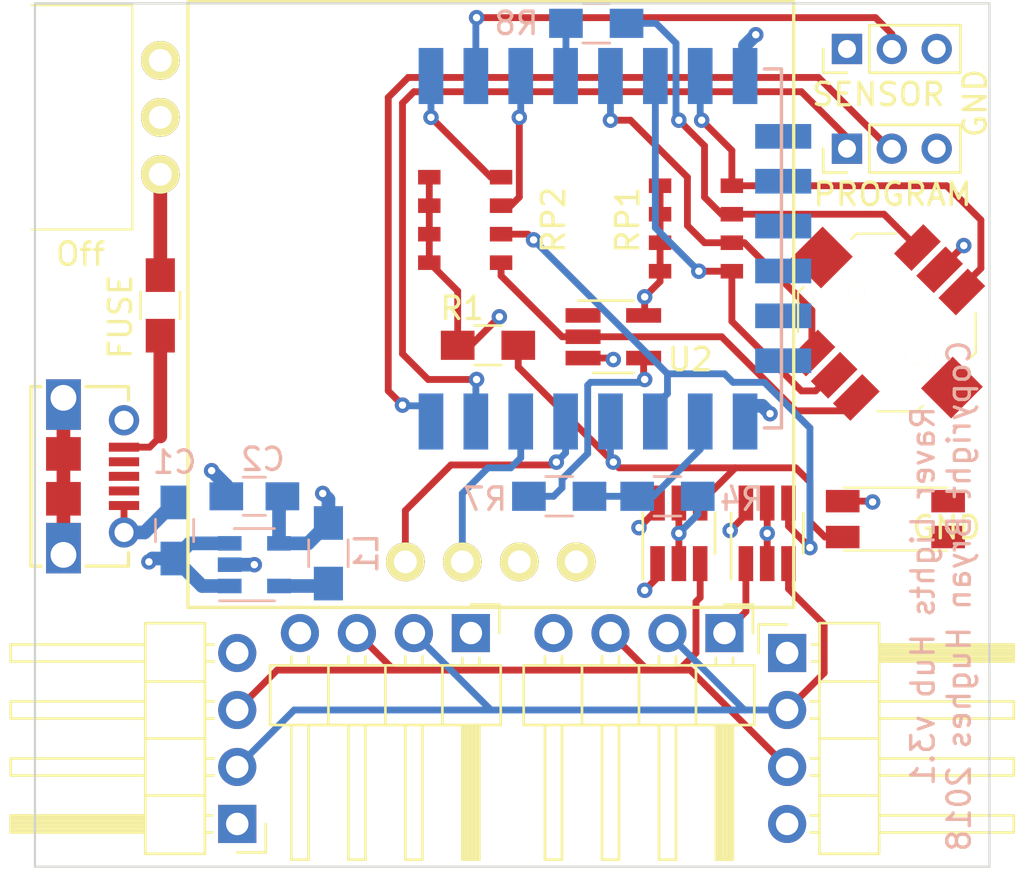
<source format=kicad_pcb>
(kicad_pcb (version 4) (host pcbnew 4.0.7)

  (general
    (links 88)
    (no_connects 0)
    (area 89.4366 96.719314 174.478734 158.778401)
    (thickness 1.6)
    (drawings 11)
    (tracks 248)
    (zones 0)
    (modules 26)
    (nets 26)
  )

  (page A)
  (layers
    (0 F.Cu signal)
    (1 Ground.Plane power hide)
    (2 Power.Plane power hide)
    (31 B.Cu signal)
    (32 B.Adhes user)
    (33 F.Adhes user)
    (34 B.Paste user)
    (35 F.Paste user)
    (36 B.SilkS user)
    (37 F.SilkS user)
    (38 B.Mask user)
    (39 F.Mask user)
    (40 Dwgs.User user)
    (41 Cmts.User user)
    (42 Eco1.User user)
    (43 Eco2.User user)
    (44 Edge.Cuts user)
    (45 Margin user)
    (46 B.CrtYd user)
    (47 F.CrtYd user)
    (48 B.Fab user)
    (49 F.Fab user)
  )

  (setup
    (last_trace_width 0.6096)
    (user_trace_width 0.1524)
    (user_trace_width 0.3048)
    (user_trace_width 0.6096)
    (user_trace_width 1.2192)
    (trace_clearance 0.1524)
    (zone_clearance 0.508)
    (zone_45_only no)
    (trace_min 0.1524)
    (segment_width 0.2)
    (edge_width 0.1)
    (via_size 0.6858)
    (via_drill 0.3302)
    (via_min_size 0.6858)
    (via_min_drill 0.3302)
    (uvia_size 0.762)
    (uvia_drill 0.508)
    (uvias_allowed no)
    (uvia_min_size 0)
    (uvia_min_drill 0)
    (pcb_text_width 0.3)
    (pcb_text_size 1.5 1.5)
    (mod_edge_width 0.15)
    (mod_text_size 1 1)
    (mod_text_width 0.15)
    (pad_size 1.35 1.35)
    (pad_drill 0.8)
    (pad_to_mask_clearance 0.0508)
    (aux_axis_origin 0 0)
    (grid_origin 175.2 118.4)
    (visible_elements FFFFFF7F)
    (pcbplotparams
      (layerselection 0x00030_80000001)
      (usegerberextensions false)
      (excludeedgelayer true)
      (linewidth 0.100000)
      (plotframeref false)
      (viasonmask false)
      (mode 1)
      (useauxorigin false)
      (hpglpennumber 1)
      (hpglpenspeed 20)
      (hpglpendiameter 15)
      (hpglpenoverlay 2)
      (psnegative false)
      (psa4output false)
      (plotreference true)
      (plotvalue true)
      (plotinvisibletext false)
      (padsonsilk false)
      (subtractmaskfromsilk false)
      (outputformat 1)
      (mirror false)
      (drillshape 0)
      (scaleselection 1)
      (outputdirectory ""))
  )

  (net 0 "")
  (net 1 "Net-(L1-Pad1)")
  (net 2 "Net-(P4-Pad1)")
  (net 3 "Net-(P4-Pad2)")
  (net 4 GND)
  (net 5 +5V)
  (net 6 "Net-(J1-Pad2)")
  (net 7 "Net-(J1-Pad3)")
  (net 8 "Net-(F0-Pad1)")
  (net 9 "Net-(F0-Pad2)")
  (net 10 "Net-(R1-Pad2)")
  (net 11 "Net-(RP1-Pad4)")
  (net 12 "Net-(RP1-Pad2)")
  (net 13 "Net-(RP1-Pad1)")
  (net 14 "Net-(U3-Pad13)")
  (net 15 "Net-(U3-Pad14)")
  (net 16 VCC)
  (net 17 "Net-(J5-Pad2)")
  (net 18 "Net-(R4-Pad1)")
  (net 19 "Net-(R7-Pad1)")
  (net 20 "Net-(R8-Pad1)")
  (net 21 "Net-(R8-Pad2)")
  (net 22 "Net-(RP2-Pad4)")
  (net 23 "Net-(RP2-Pad3)")
  (net 24 "Net-(RP2-Pad2)")
  (net 25 "Net-(RP2-Pad1)")

  (net_class Default "This is the default net class."
    (clearance 0.1524)
    (trace_width 0.1524)
    (via_dia 0.6858)
    (via_drill 0.3302)
    (uvia_dia 0.762)
    (uvia_drill 0.508)
    (add_net +5V)
    (add_net GND)
    (add_net "Net-(F0-Pad1)")
    (add_net "Net-(F0-Pad2)")
    (add_net "Net-(J1-Pad2)")
    (add_net "Net-(J1-Pad3)")
    (add_net "Net-(J5-Pad2)")
    (add_net "Net-(L1-Pad1)")
    (add_net "Net-(P4-Pad1)")
    (add_net "Net-(P4-Pad2)")
    (add_net "Net-(R1-Pad2)")
    (add_net "Net-(R4-Pad1)")
    (add_net "Net-(R7-Pad1)")
    (add_net "Net-(R8-Pad1)")
    (add_net "Net-(R8-Pad2)")
    (add_net "Net-(RP1-Pad1)")
    (add_net "Net-(RP1-Pad2)")
    (add_net "Net-(RP1-Pad4)")
    (add_net "Net-(RP2-Pad1)")
    (add_net "Net-(RP2-Pad2)")
    (add_net "Net-(RP2-Pad3)")
    (add_net "Net-(RP2-Pad4)")
    (add_net "Net-(U3-Pad13)")
    (add_net "Net-(U3-Pad14)")
    (add_net VCC)
  )

  (module nebrius-lcd:DIY-OLED-0.96 (layer F.Cu) (tedit 5A5BB1FA) (tstamp 5A5ABD73)
    (at 114.24 130.084 180)
    (path /5898EB2B)
    (fp_text reference U4 (at 0 7.62 180) (layer F.SilkS) hide
      (effects (font (size 1 1) (thickness 0.15)))
    )
    (fp_text value DIY-OLED-0.96 (at 0 5.08 180) (layer F.Fab) hide
      (effects (font (size 1 1) (thickness 0.15)))
    )
    (fp_line (start -13.5 27) (end -13.5 0) (layer F.SilkS) (width 0.15))
    (fp_line (start 13.5 27) (end -13.5 27) (layer F.SilkS) (width 0.15))
    (fp_line (start 13.5 0) (end 13.5 27) (layer F.SilkS) (width 0.15))
    (fp_line (start 13.5 0) (end -13.5 0) (layer F.SilkS) (width 0.15))
    (pad 1 thru_hole circle (at -3.81 2.032 180) (size 1.7272 1.7272) (drill 1.016) (layers *.Cu *.Mask F.SilkS)
      (net 16 VCC))
    (pad 2 thru_hole circle (at -1.27 2.032 180) (size 1.7272 1.7272) (drill 1.016) (layers *.Cu *.Mask F.SilkS)
      (net 4 GND))
    (pad 3 thru_hole circle (at 1.27 2.032 180) (size 1.7272 1.7272) (drill 1.016) (layers *.Cu *.Mask F.SilkS)
      (net 15 "Net-(U3-Pad14)"))
    (pad 4 thru_hole circle (at 3.81 2.032 180) (size 1.7272 1.7272) (drill 1.016) (layers *.Cu *.Mask F.SilkS)
      (net 14 "Net-(U3-Pad13)"))
  )

  (module Capacitors_SMD:C_0805_HandSoldering (layer B.Cu) (tedit 5AB170B4) (tstamp 58D4AE15)
    (at 100.143 126.655 90)
    (descr "Capacitor SMD 0805, hand soldering")
    (tags "capacitor 0805")
    (path /57A0E3BE)
    (attr smd)
    (fp_text reference C1 (at 3.048 0 180) (layer B.SilkS)
      (effects (font (size 1 1) (thickness 0.15)) (justify mirror))
    )
    (fp_text value 4.7uF (at -8.2 -0.4 90) (layer B.Fab) hide
      (effects (font (size 1 1) (thickness 0.15)) (justify mirror))
    )
    (fp_line (start -1 -0.62) (end -1 0.62) (layer B.Fab) (width 0.1))
    (fp_line (start 1 -0.62) (end -1 -0.62) (layer B.Fab) (width 0.1))
    (fp_line (start 1 0.62) (end 1 -0.62) (layer B.Fab) (width 0.1))
    (fp_line (start -1 0.62) (end 1 0.62) (layer B.Fab) (width 0.1))
    (fp_line (start 0.5 0.85) (end -0.5 0.85) (layer B.SilkS) (width 0.12))
    (fp_line (start -0.5 -0.85) (end 0.5 -0.85) (layer B.SilkS) (width 0.12))
    (fp_line (start -2.25 0.88) (end 2.25 0.88) (layer B.CrtYd) (width 0.05))
    (fp_line (start -2.25 0.88) (end -2.25 -0.87) (layer B.CrtYd) (width 0.05))
    (fp_line (start 2.25 -0.87) (end 2.25 0.88) (layer B.CrtYd) (width 0.05))
    (fp_line (start 2.25 -0.87) (end -2.25 -0.87) (layer B.CrtYd) (width 0.05))
    (pad 1 smd rect (at -1.25 0 90) (size 1.5 1.25) (layers B.Cu B.Paste B.Mask)
      (net 5 +5V))
    (pad 2 smd rect (at 1.25 0 90) (size 1.5 1.25) (layers B.Cu B.Paste B.Mask)
      (net 4 GND))
    (model Capacitors_SMD.3dshapes/C_0805.wrl
      (at (xyz 0 0 0))
      (scale (xyz 1 1 1))
      (rotate (xyz 0 0 0))
    )
  )

  (module Capacitors_SMD:C_0805_HandSoldering (layer B.Cu) (tedit 5AB170B0) (tstamp 58D4AE26)
    (at 103.699 125.131 180)
    (descr "Capacitor SMD 0805, hand soldering")
    (tags "capacitor 0805")
    (path /57A0E396)
    (attr smd)
    (fp_text reference C2 (at 0 1.75 180) (layer B.SilkS) hide
      (effects (font (size 1 1) (thickness 0.15)) (justify mirror))
    )
    (fp_text value 10uF (at 7 -5.8 180) (layer B.Fab) hide
      (effects (font (size 1 1) (thickness 0.15)) (justify mirror))
    )
    (fp_text user %R (at -0.381 1.651 180) (layer B.SilkS)
      (effects (font (size 1 1) (thickness 0.15)) (justify mirror))
    )
    (fp_line (start -1 -0.62) (end -1 0.62) (layer B.Fab) (width 0.1))
    (fp_line (start 1 -0.62) (end -1 -0.62) (layer B.Fab) (width 0.1))
    (fp_line (start 1 0.62) (end 1 -0.62) (layer B.Fab) (width 0.1))
    (fp_line (start -1 0.62) (end 1 0.62) (layer B.Fab) (width 0.1))
    (fp_line (start 0.5 0.85) (end -0.5 0.85) (layer B.SilkS) (width 0.12))
    (fp_line (start -0.5 -0.85) (end 0.5 -0.85) (layer B.SilkS) (width 0.12))
    (fp_line (start -2.25 0.88) (end 2.25 0.88) (layer B.CrtYd) (width 0.05))
    (fp_line (start -2.25 0.88) (end -2.25 -0.87) (layer B.CrtYd) (width 0.05))
    (fp_line (start 2.25 -0.87) (end 2.25 0.88) (layer B.CrtYd) (width 0.05))
    (fp_line (start 2.25 -0.87) (end -2.25 -0.87) (layer B.CrtYd) (width 0.05))
    (pad 1 smd rect (at -1.25 0 180) (size 1.5 1.25) (layers B.Cu B.Paste B.Mask)
      (net 16 VCC))
    (pad 2 smd rect (at 1.25 0 180) (size 1.5 1.25) (layers B.Cu B.Paste B.Mask)
      (net 4 GND))
    (model Capacitors_SMD.3dshapes/C_0805.wrl
      (at (xyz 0 0 0))
      (scale (xyz 1 1 1))
      (rotate (xyz 0 0 0))
    )
  )

  (module Resistors_SMD:R_0805_HandSoldering (layer B.Cu) (tedit 58D85A48) (tstamp 58D4AE37)
    (at 107.001 127.671 90)
    (descr "Resistor SMD 0805, hand soldering")
    (tags "resistor 0805")
    (path /57A0E1B1)
    (attr smd)
    (fp_text reference L1 (at 0 1.7 90) (layer B.SilkS)
      (effects (font (size 1 1) (thickness 0.15)) (justify mirror))
    )
    (fp_text value 2.2uH (at -4 -9.6 90) (layer B.Fab) hide
      (effects (font (size 1 1) (thickness 0.15)) (justify mirror))
    )
    (fp_text user %R (at 0 1.7 90) (layer B.SilkS)
      (effects (font (size 1 1) (thickness 0.15)) (justify mirror))
    )
    (fp_line (start -1 -0.62) (end -1 0.62) (layer B.Fab) (width 0.1))
    (fp_line (start 1 -0.62) (end -1 -0.62) (layer B.Fab) (width 0.1))
    (fp_line (start 1 0.62) (end 1 -0.62) (layer B.Fab) (width 0.1))
    (fp_line (start -1 0.62) (end 1 0.62) (layer B.Fab) (width 0.1))
    (fp_line (start 0.6 -0.88) (end -0.6 -0.88) (layer B.SilkS) (width 0.12))
    (fp_line (start -0.6 0.88) (end 0.6 0.88) (layer B.SilkS) (width 0.12))
    (fp_line (start -2.35 0.9) (end 2.35 0.9) (layer B.CrtYd) (width 0.05))
    (fp_line (start -2.35 0.9) (end -2.35 -0.9) (layer B.CrtYd) (width 0.05))
    (fp_line (start 2.35 -0.9) (end 2.35 0.9) (layer B.CrtYd) (width 0.05))
    (fp_line (start 2.35 -0.9) (end -2.35 -0.9) (layer B.CrtYd) (width 0.05))
    (pad 1 smd rect (at -1.35 0 90) (size 1.5 1.3) (layers B.Cu B.Paste B.Mask)
      (net 1 "Net-(L1-Pad1)"))
    (pad 2 smd rect (at 1.35 0 90) (size 1.5 1.3) (layers B.Cu B.Paste B.Mask)
      (net 16 VCC))
    (model Resistors_SMD.3dshapes/R_0805.wrl
      (at (xyz 0 0 0))
      (scale (xyz 1 1 1))
      (rotate (xyz 0 0 0))
    )
  )

  (module Pin_Headers:Pin_Header_Straight_1x03_Pitch2.00mm (layer F.Cu) (tedit 58D85B6E) (tstamp 58D4AE6E)
    (at 130.115 109.637 90)
    (descr "Through hole straight pin header, 1x03, 2.00mm pitch, single row")
    (tags "Through hole pin header THT 1x03 2.00mm single row")
    (path /584F7038)
    (fp_text reference P4 (at 0 -2.06 90) (layer F.SilkS) hide
      (effects (font (size 1 1) (thickness 0.15)))
    )
    (fp_text value SERIAL (at -0.162 6.164 90) (layer F.Fab) hide
      (effects (font (size 1 1) (thickness 0.15)))
    )
    (fp_line (start -1 -1) (end -1 5) (layer F.Fab) (width 0.1))
    (fp_line (start -1 5) (end 1 5) (layer F.Fab) (width 0.1))
    (fp_line (start 1 5) (end 1 -1) (layer F.Fab) (width 0.1))
    (fp_line (start 1 -1) (end -1 -1) (layer F.Fab) (width 0.1))
    (fp_line (start -1.06 1) (end -1.06 5.06) (layer F.SilkS) (width 0.12))
    (fp_line (start -1.06 5.06) (end 1.06 5.06) (layer F.SilkS) (width 0.12))
    (fp_line (start 1.06 5.06) (end 1.06 1) (layer F.SilkS) (width 0.12))
    (fp_line (start 1.06 1) (end -1.06 1) (layer F.SilkS) (width 0.12))
    (fp_line (start -1.06 0) (end -1.06 -1.06) (layer F.SilkS) (width 0.12))
    (fp_line (start -1.06 -1.06) (end 0 -1.06) (layer F.SilkS) (width 0.12))
    (fp_line (start -1.5 -1.5) (end -1.5 5.5) (layer F.CrtYd) (width 0.05))
    (fp_line (start -1.5 5.5) (end 1.5 5.5) (layer F.CrtYd) (width 0.05))
    (fp_line (start 1.5 5.5) (end 1.5 -1.5) (layer F.CrtYd) (width 0.05))
    (fp_line (start 1.5 -1.5) (end -1.5 -1.5) (layer F.CrtYd) (width 0.05))
    (fp_text user %R (at 0 -2.06 90) (layer F.Fab) hide
      (effects (font (size 1 1) (thickness 0.15)))
    )
    (pad 1 thru_hole rect (at 0 0 90) (size 1.35 1.35) (drill 0.8) (layers *.Cu *.Mask)
      (net 2 "Net-(P4-Pad1)"))
    (pad 2 thru_hole oval (at 0 2 90) (size 1.35 1.35) (drill 0.8) (layers *.Cu *.Mask)
      (net 3 "Net-(P4-Pad2)"))
    (pad 3 thru_hole oval (at 0 4 90) (size 1.35 1.35) (drill 0.8) (layers *.Cu *.Mask)
      (net 4 GND))
    (model ${KISYS3DMOD}/Pin_Headers.3dshapes/Pin_Header_Straight_1x03_Pitch2.00mm.wrl
      (at (xyz 0 0 0))
      (scale (xyz 1 1 1))
      (rotate (xyz 0 0 0))
    )
  )

  (module CL-SA-12C:CL-SA-12C4 (layer F.Cu) (tedit 58D85B54) (tstamp 58D4AECC)
    (at 99.508 108.24 270)
    (path /57A0DADD)
    (fp_text reference SW1 (at 0.25 3.5 270) (layer F.SilkS) hide
      (effects (font (size 1 1) (thickness 0.15)))
    )
    (fp_text value Switch_SPDT_x2 (at 0 6.75 270) (layer F.Fab) hide
      (effects (font (size 1 1) (thickness 0.15)))
    )
    (fp_line (start -5 5.75) (end -5 1.25) (layer F.SilkS) (width 0.1))
    (fp_line (start 5 1.25) (end 5 5.75) (layer F.SilkS) (width 0.1))
    (fp_line (start 5 5.75) (end -5 5.75) (layer F.CrtYd) (width 0.1))
    (fp_line (start -5 1.25) (end 5 1.25) (layer F.SilkS) (width 0.1))
    (pad 2 thru_hole circle (at 0 0 270) (size 1.7272 1.7272) (drill 1.016) (layers *.Cu *.Mask F.SilkS)
      (net 5 +5V))
    (pad 1 thru_hole circle (at -2.54 0 270) (size 1.7272 1.7272) (drill 1.016) (layers *.Cu *.Mask F.SilkS))
    (pad 3 thru_hole circle (at 2.54 0 270) (size 1.7272 1.7272) (drill 1.016) (layers *.Cu *.Mask F.SilkS)
      (net 8 "Net-(F0-Pad1)"))
  )

  (module TO_SOT_Packages_SMD:SOT-23-5 (layer B.Cu) (tedit 58D85723) (tstamp 58D4AEE1)
    (at 103.699 128.179)
    (descr "5-pin SOT23 package")
    (tags SOT-23-5)
    (path /57A0D83A)
    (attr smd)
    (fp_text reference U1 (at 0 2.9) (layer B.SilkS) hide
      (effects (font (size 1 1) (thickness 0.15)) (justify mirror))
    )
    (fp_text value LM3671 (at -8 2) (layer B.Fab) hide
      (effects (font (size 1 1) (thickness 0.15)) (justify mirror))
    )
    (fp_text user %R (at 0 0) (layer B.Fab) hide
      (effects (font (size 0.5 0.5) (thickness 0.075)) (justify mirror))
    )
    (fp_line (start -0.9 -1.61) (end 0.9 -1.61) (layer B.SilkS) (width 0.12))
    (fp_line (start 0.9 1.61) (end -1.55 1.61) (layer B.SilkS) (width 0.12))
    (fp_line (start -1.9 1.8) (end 1.9 1.8) (layer B.CrtYd) (width 0.05))
    (fp_line (start 1.9 1.8) (end 1.9 -1.8) (layer B.CrtYd) (width 0.05))
    (fp_line (start 1.9 -1.8) (end -1.9 -1.8) (layer B.CrtYd) (width 0.05))
    (fp_line (start -1.9 -1.8) (end -1.9 1.8) (layer B.CrtYd) (width 0.05))
    (fp_line (start -0.9 0.9) (end -0.25 1.55) (layer B.Fab) (width 0.1))
    (fp_line (start 0.9 1.55) (end -0.25 1.55) (layer B.Fab) (width 0.1))
    (fp_line (start -0.9 0.9) (end -0.9 -1.55) (layer B.Fab) (width 0.1))
    (fp_line (start 0.9 -1.55) (end -0.9 -1.55) (layer B.Fab) (width 0.1))
    (fp_line (start 0.9 1.55) (end 0.9 -1.55) (layer B.Fab) (width 0.1))
    (pad 1 smd rect (at -1.1 0.95) (size 1.06 0.65) (layers B.Cu B.Paste B.Mask)
      (net 5 +5V))
    (pad 2 smd rect (at -1.1 0) (size 1.06 0.65) (layers B.Cu B.Paste B.Mask)
      (net 4 GND))
    (pad 3 smd rect (at -1.1 -0.95) (size 1.06 0.65) (layers B.Cu B.Paste B.Mask)
      (net 5 +5V))
    (pad 4 smd rect (at 1.1 -0.95) (size 1.06 0.65) (layers B.Cu B.Paste B.Mask)
      (net 16 VCC))
    (pad 5 smd rect (at 1.1 0.95) (size 1.06 0.65) (layers B.Cu B.Paste B.Mask)
      (net 1 "Net-(L1-Pad1)"))
    (model ${KISYS3DMOD}/TO_SOT_Packages_SMD.3dshapes/SOT-23-5.wrl
      (at (xyz 0 0 0))
      (scale (xyz 1 1 1))
      (rotate (xyz 0 0 0))
    )
  )

  (module Pin_Headers:Pin_Header_Angled_1x04_Pitch2.54mm (layer F.Cu) (tedit 5A6AD278) (tstamp 5A5ABC30)
    (at 102.937 139.736 180)
    (descr "Through hole angled pin header, 1x04, 2.54mm pitch, 6mm pin length, single row")
    (tags "Through hole angled pin header THT 1x04 2.54mm single row")
    (path /5AB14A48)
    (fp_text reference J1 (at 4.385 -2.27 180) (layer F.SilkS) hide
      (effects (font (size 1 1) (thickness 0.15)))
    )
    (fp_text value DotStar (at 4.385 9.89 180) (layer F.Fab) hide
      (effects (font (size 1 1) (thickness 0.15)))
    )
    (fp_line (start 2.135 -1.27) (end 4.04 -1.27) (layer F.Fab) (width 0.1))
    (fp_line (start 4.04 -1.27) (end 4.04 8.89) (layer F.Fab) (width 0.1))
    (fp_line (start 4.04 8.89) (end 1.5 8.89) (layer F.Fab) (width 0.1))
    (fp_line (start 1.5 8.89) (end 1.5 -0.635) (layer F.Fab) (width 0.1))
    (fp_line (start 1.5 -0.635) (end 2.135 -1.27) (layer F.Fab) (width 0.1))
    (fp_line (start -0.32 -0.32) (end 1.5 -0.32) (layer F.Fab) (width 0.1))
    (fp_line (start -0.32 -0.32) (end -0.32 0.32) (layer F.Fab) (width 0.1))
    (fp_line (start -0.32 0.32) (end 1.5 0.32) (layer F.Fab) (width 0.1))
    (fp_line (start 4.04 -0.32) (end 10.04 -0.32) (layer F.Fab) (width 0.1))
    (fp_line (start 10.04 -0.32) (end 10.04 0.32) (layer F.Fab) (width 0.1))
    (fp_line (start 4.04 0.32) (end 10.04 0.32) (layer F.Fab) (width 0.1))
    (fp_line (start -0.32 2.22) (end 1.5 2.22) (layer F.Fab) (width 0.1))
    (fp_line (start -0.32 2.22) (end -0.32 2.86) (layer F.Fab) (width 0.1))
    (fp_line (start -0.32 2.86) (end 1.5 2.86) (layer F.Fab) (width 0.1))
    (fp_line (start 4.04 2.22) (end 10.04 2.22) (layer F.Fab) (width 0.1))
    (fp_line (start 10.04 2.22) (end 10.04 2.86) (layer F.Fab) (width 0.1))
    (fp_line (start 4.04 2.86) (end 10.04 2.86) (layer F.Fab) (width 0.1))
    (fp_line (start -0.32 4.76) (end 1.5 4.76) (layer F.Fab) (width 0.1))
    (fp_line (start -0.32 4.76) (end -0.32 5.4) (layer F.Fab) (width 0.1))
    (fp_line (start -0.32 5.4) (end 1.5 5.4) (layer F.Fab) (width 0.1))
    (fp_line (start 4.04 4.76) (end 10.04 4.76) (layer F.Fab) (width 0.1))
    (fp_line (start 10.04 4.76) (end 10.04 5.4) (layer F.Fab) (width 0.1))
    (fp_line (start 4.04 5.4) (end 10.04 5.4) (layer F.Fab) (width 0.1))
    (fp_line (start -0.32 7.3) (end 1.5 7.3) (layer F.Fab) (width 0.1))
    (fp_line (start -0.32 7.3) (end -0.32 7.94) (layer F.Fab) (width 0.1))
    (fp_line (start -0.32 7.94) (end 1.5 7.94) (layer F.Fab) (width 0.1))
    (fp_line (start 4.04 7.3) (end 10.04 7.3) (layer F.Fab) (width 0.1))
    (fp_line (start 10.04 7.3) (end 10.04 7.94) (layer F.Fab) (width 0.1))
    (fp_line (start 4.04 7.94) (end 10.04 7.94) (layer F.Fab) (width 0.1))
    (fp_line (start 1.44 -1.33) (end 1.44 8.95) (layer F.SilkS) (width 0.12))
    (fp_line (start 1.44 8.95) (end 4.1 8.95) (layer F.SilkS) (width 0.12))
    (fp_line (start 4.1 8.95) (end 4.1 -1.33) (layer F.SilkS) (width 0.12))
    (fp_line (start 4.1 -1.33) (end 1.44 -1.33) (layer F.SilkS) (width 0.12))
    (fp_line (start 4.1 -0.38) (end 10.1 -0.38) (layer F.SilkS) (width 0.12))
    (fp_line (start 10.1 -0.38) (end 10.1 0.38) (layer F.SilkS) (width 0.12))
    (fp_line (start 10.1 0.38) (end 4.1 0.38) (layer F.SilkS) (width 0.12))
    (fp_line (start 4.1 -0.32) (end 10.1 -0.32) (layer F.SilkS) (width 0.12))
    (fp_line (start 4.1 -0.2) (end 10.1 -0.2) (layer F.SilkS) (width 0.12))
    (fp_line (start 4.1 -0.08) (end 10.1 -0.08) (layer F.SilkS) (width 0.12))
    (fp_line (start 4.1 0.04) (end 10.1 0.04) (layer F.SilkS) (width 0.12))
    (fp_line (start 4.1 0.16) (end 10.1 0.16) (layer F.SilkS) (width 0.12))
    (fp_line (start 4.1 0.28) (end 10.1 0.28) (layer F.SilkS) (width 0.12))
    (fp_line (start 1.11 -0.38) (end 1.44 -0.38) (layer F.SilkS) (width 0.12))
    (fp_line (start 1.11 0.38) (end 1.44 0.38) (layer F.SilkS) (width 0.12))
    (fp_line (start 1.44 1.27) (end 4.1 1.27) (layer F.SilkS) (width 0.12))
    (fp_line (start 4.1 2.16) (end 10.1 2.16) (layer F.SilkS) (width 0.12))
    (fp_line (start 10.1 2.16) (end 10.1 2.92) (layer F.SilkS) (width 0.12))
    (fp_line (start 10.1 2.92) (end 4.1 2.92) (layer F.SilkS) (width 0.12))
    (fp_line (start 1.042929 2.16) (end 1.44 2.16) (layer F.SilkS) (width 0.12))
    (fp_line (start 1.042929 2.92) (end 1.44 2.92) (layer F.SilkS) (width 0.12))
    (fp_line (start 1.44 3.81) (end 4.1 3.81) (layer F.SilkS) (width 0.12))
    (fp_line (start 4.1 4.7) (end 10.1 4.7) (layer F.SilkS) (width 0.12))
    (fp_line (start 10.1 4.7) (end 10.1 5.46) (layer F.SilkS) (width 0.12))
    (fp_line (start 10.1 5.46) (end 4.1 5.46) (layer F.SilkS) (width 0.12))
    (fp_line (start 1.042929 4.7) (end 1.44 4.7) (layer F.SilkS) (width 0.12))
    (fp_line (start 1.042929 5.46) (end 1.44 5.46) (layer F.SilkS) (width 0.12))
    (fp_line (start 1.44 6.35) (end 4.1 6.35) (layer F.SilkS) (width 0.12))
    (fp_line (start 4.1 7.24) (end 10.1 7.24) (layer F.SilkS) (width 0.12))
    (fp_line (start 10.1 7.24) (end 10.1 8) (layer F.SilkS) (width 0.12))
    (fp_line (start 10.1 8) (end 4.1 8) (layer F.SilkS) (width 0.12))
    (fp_line (start 1.042929 7.24) (end 1.44 7.24) (layer F.SilkS) (width 0.12))
    (fp_line (start 1.042929 8) (end 1.44 8) (layer F.SilkS) (width 0.12))
    (fp_line (start -1.27 0) (end -1.27 -1.27) (layer F.SilkS) (width 0.12))
    (fp_line (start -1.27 -1.27) (end 0 -1.27) (layer F.SilkS) (width 0.12))
    (fp_line (start -1.8 -1.8) (end -1.8 9.4) (layer F.CrtYd) (width 0.05))
    (fp_line (start -1.8 9.4) (end 10.55 9.4) (layer F.CrtYd) (width 0.05))
    (fp_line (start 10.55 9.4) (end 10.55 -1.8) (layer F.CrtYd) (width 0.05))
    (fp_line (start 10.55 -1.8) (end -1.8 -1.8) (layer F.CrtYd) (width 0.05))
    (fp_text user %R (at 2.77 3.81 270) (layer F.Fab) hide
      (effects (font (size 1 1) (thickness 0.15)))
    )
    (pad 1 thru_hole rect (at 0 0 180) (size 1.7 1.7) (drill 1) (layers *.Cu *.Mask)
      (net 5 +5V))
    (pad 2 thru_hole oval (at 0 2.54 180) (size 1.7 1.7) (drill 1) (layers *.Cu *.Mask)
      (net 6 "Net-(J1-Pad2)"))
    (pad 3 thru_hole oval (at 0 5.08 180) (size 1.7 1.7) (drill 1) (layers *.Cu *.Mask)
      (net 7 "Net-(J1-Pad3)"))
    (pad 4 thru_hole oval (at 0 7.62 180) (size 1.7 1.7) (drill 1) (layers *.Cu *.Mask)
      (net 4 GND))
    (model ${KISYS3DMOD}/Pin_Headers.3dshapes/Pin_Header_Angled_1x04_Pitch2.54mm.wrl
      (at (xyz 0 0 0))
      (scale (xyz 1 1 1))
      (rotate (xyz 0 0 0))
    )
  )

  (module Pin_Headers:Pin_Header_Angled_1x04_Pitch2.54mm (layer F.Cu) (tedit 5A5BB1C5) (tstamp 5A5ABC7D)
    (at 113.351 131.227 270)
    (descr "Through hole angled pin header, 1x04, 2.54mm pitch, 6mm pin length, single row")
    (tags "Through hole angled pin header THT 1x04 2.54mm single row")
    (path /5AB14C6F)
    (fp_text reference J2 (at 4.385 -2.27 270) (layer F.SilkS) hide
      (effects (font (size 1 1) (thickness 0.15)))
    )
    (fp_text value DotStar (at 4.385 9.89 270) (layer F.Fab) hide
      (effects (font (size 1 1) (thickness 0.15)))
    )
    (fp_line (start 2.135 -1.27) (end 4.04 -1.27) (layer F.Fab) (width 0.1))
    (fp_line (start 4.04 -1.27) (end 4.04 8.89) (layer F.Fab) (width 0.1))
    (fp_line (start 4.04 8.89) (end 1.5 8.89) (layer F.Fab) (width 0.1))
    (fp_line (start 1.5 8.89) (end 1.5 -0.635) (layer F.Fab) (width 0.1))
    (fp_line (start 1.5 -0.635) (end 2.135 -1.27) (layer F.Fab) (width 0.1))
    (fp_line (start -0.32 -0.32) (end 1.5 -0.32) (layer F.Fab) (width 0.1))
    (fp_line (start -0.32 -0.32) (end -0.32 0.32) (layer F.Fab) (width 0.1))
    (fp_line (start -0.32 0.32) (end 1.5 0.32) (layer F.Fab) (width 0.1))
    (fp_line (start 4.04 -0.32) (end 10.04 -0.32) (layer F.Fab) (width 0.1))
    (fp_line (start 10.04 -0.32) (end 10.04 0.32) (layer F.Fab) (width 0.1))
    (fp_line (start 4.04 0.32) (end 10.04 0.32) (layer F.Fab) (width 0.1))
    (fp_line (start -0.32 2.22) (end 1.5 2.22) (layer F.Fab) (width 0.1))
    (fp_line (start -0.32 2.22) (end -0.32 2.86) (layer F.Fab) (width 0.1))
    (fp_line (start -0.32 2.86) (end 1.5 2.86) (layer F.Fab) (width 0.1))
    (fp_line (start 4.04 2.22) (end 10.04 2.22) (layer F.Fab) (width 0.1))
    (fp_line (start 10.04 2.22) (end 10.04 2.86) (layer F.Fab) (width 0.1))
    (fp_line (start 4.04 2.86) (end 10.04 2.86) (layer F.Fab) (width 0.1))
    (fp_line (start -0.32 4.76) (end 1.5 4.76) (layer F.Fab) (width 0.1))
    (fp_line (start -0.32 4.76) (end -0.32 5.4) (layer F.Fab) (width 0.1))
    (fp_line (start -0.32 5.4) (end 1.5 5.4) (layer F.Fab) (width 0.1))
    (fp_line (start 4.04 4.76) (end 10.04 4.76) (layer F.Fab) (width 0.1))
    (fp_line (start 10.04 4.76) (end 10.04 5.4) (layer F.Fab) (width 0.1))
    (fp_line (start 4.04 5.4) (end 10.04 5.4) (layer F.Fab) (width 0.1))
    (fp_line (start -0.32 7.3) (end 1.5 7.3) (layer F.Fab) (width 0.1))
    (fp_line (start -0.32 7.3) (end -0.32 7.94) (layer F.Fab) (width 0.1))
    (fp_line (start -0.32 7.94) (end 1.5 7.94) (layer F.Fab) (width 0.1))
    (fp_line (start 4.04 7.3) (end 10.04 7.3) (layer F.Fab) (width 0.1))
    (fp_line (start 10.04 7.3) (end 10.04 7.94) (layer F.Fab) (width 0.1))
    (fp_line (start 4.04 7.94) (end 10.04 7.94) (layer F.Fab) (width 0.1))
    (fp_line (start 1.44 -1.33) (end 1.44 8.95) (layer F.SilkS) (width 0.12))
    (fp_line (start 1.44 8.95) (end 4.1 8.95) (layer F.SilkS) (width 0.12))
    (fp_line (start 4.1 8.95) (end 4.1 -1.33) (layer F.SilkS) (width 0.12))
    (fp_line (start 4.1 -1.33) (end 1.44 -1.33) (layer F.SilkS) (width 0.12))
    (fp_line (start 4.1 -0.38) (end 10.1 -0.38) (layer F.SilkS) (width 0.12))
    (fp_line (start 10.1 -0.38) (end 10.1 0.38) (layer F.SilkS) (width 0.12))
    (fp_line (start 10.1 0.38) (end 4.1 0.38) (layer F.SilkS) (width 0.12))
    (fp_line (start 4.1 -0.32) (end 10.1 -0.32) (layer F.SilkS) (width 0.12))
    (fp_line (start 4.1 -0.2) (end 10.1 -0.2) (layer F.SilkS) (width 0.12))
    (fp_line (start 4.1 -0.08) (end 10.1 -0.08) (layer F.SilkS) (width 0.12))
    (fp_line (start 4.1 0.04) (end 10.1 0.04) (layer F.SilkS) (width 0.12))
    (fp_line (start 4.1 0.16) (end 10.1 0.16) (layer F.SilkS) (width 0.12))
    (fp_line (start 4.1 0.28) (end 10.1 0.28) (layer F.SilkS) (width 0.12))
    (fp_line (start 1.11 -0.38) (end 1.44 -0.38) (layer F.SilkS) (width 0.12))
    (fp_line (start 1.11 0.38) (end 1.44 0.38) (layer F.SilkS) (width 0.12))
    (fp_line (start 1.44 1.27) (end 4.1 1.27) (layer F.SilkS) (width 0.12))
    (fp_line (start 4.1 2.16) (end 10.1 2.16) (layer F.SilkS) (width 0.12))
    (fp_line (start 10.1 2.16) (end 10.1 2.92) (layer F.SilkS) (width 0.12))
    (fp_line (start 10.1 2.92) (end 4.1 2.92) (layer F.SilkS) (width 0.12))
    (fp_line (start 1.042929 2.16) (end 1.44 2.16) (layer F.SilkS) (width 0.12))
    (fp_line (start 1.042929 2.92) (end 1.44 2.92) (layer F.SilkS) (width 0.12))
    (fp_line (start 1.44 3.81) (end 4.1 3.81) (layer F.SilkS) (width 0.12))
    (fp_line (start 4.1 4.7) (end 10.1 4.7) (layer F.SilkS) (width 0.12))
    (fp_line (start 10.1 4.7) (end 10.1 5.46) (layer F.SilkS) (width 0.12))
    (fp_line (start 10.1 5.46) (end 4.1 5.46) (layer F.SilkS) (width 0.12))
    (fp_line (start 1.042929 4.7) (end 1.44 4.7) (layer F.SilkS) (width 0.12))
    (fp_line (start 1.042929 5.46) (end 1.44 5.46) (layer F.SilkS) (width 0.12))
    (fp_line (start 1.44 6.35) (end 4.1 6.35) (layer F.SilkS) (width 0.12))
    (fp_line (start 4.1 7.24) (end 10.1 7.24) (layer F.SilkS) (width 0.12))
    (fp_line (start 10.1 7.24) (end 10.1 8) (layer F.SilkS) (width 0.12))
    (fp_line (start 10.1 8) (end 4.1 8) (layer F.SilkS) (width 0.12))
    (fp_line (start 1.042929 7.24) (end 1.44 7.24) (layer F.SilkS) (width 0.12))
    (fp_line (start 1.042929 8) (end 1.44 8) (layer F.SilkS) (width 0.12))
    (fp_line (start -1.27 0) (end -1.27 -1.27) (layer F.SilkS) (width 0.12))
    (fp_line (start -1.27 -1.27) (end 0 -1.27) (layer F.SilkS) (width 0.12))
    (fp_line (start -1.8 -1.8) (end -1.8 9.4) (layer F.CrtYd) (width 0.05))
    (fp_line (start -1.8 9.4) (end 10.55 9.4) (layer F.CrtYd) (width 0.05))
    (fp_line (start 10.55 9.4) (end 10.55 -1.8) (layer F.CrtYd) (width 0.05))
    (fp_line (start 10.55 -1.8) (end -1.8 -1.8) (layer F.CrtYd) (width 0.05))
    (fp_text user %R (at 2.77 3.81 360) (layer F.Fab) hide
      (effects (font (size 1 1) (thickness 0.15)))
    )
    (pad 1 thru_hole rect (at 0 0 270) (size 1.7 1.7) (drill 1) (layers *.Cu *.Mask)
      (net 5 +5V))
    (pad 2 thru_hole oval (at 0 2.54 270) (size 1.7 1.7) (drill 1) (layers *.Cu *.Mask)
      (net 6 "Net-(J1-Pad2)"))
    (pad 3 thru_hole oval (at 0 5.08 270) (size 1.7 1.7) (drill 1) (layers *.Cu *.Mask)
      (net 7 "Net-(J1-Pad3)"))
    (pad 4 thru_hole oval (at 0 7.62 270) (size 1.7 1.7) (drill 1) (layers *.Cu *.Mask)
      (net 4 GND))
    (model ${KISYS3DMOD}/Pin_Headers.3dshapes/Pin_Header_Angled_1x04_Pitch2.54mm.wrl
      (at (xyz 0 0 0))
      (scale (xyz 1 1 1))
      (rotate (xyz 0 0 0))
    )
  )

  (module Pin_Headers:Pin_Header_Angled_1x04_Pitch2.54mm (layer F.Cu) (tedit 5A6AD26F) (tstamp 5A5ABCCA)
    (at 127.448 132.116)
    (descr "Through hole angled pin header, 1x04, 2.54mm pitch, 6mm pin length, single row")
    (tags "Through hole angled pin header THT 1x04 2.54mm single row")
    (path /5AB14CE0)
    (fp_text reference J3 (at 4.385 -2.27) (layer F.SilkS) hide
      (effects (font (size 1 1) (thickness 0.15)))
    )
    (fp_text value DotStar (at 4.385 9.89) (layer F.Fab) hide
      (effects (font (size 1 1) (thickness 0.15)))
    )
    (fp_line (start 2.135 -1.27) (end 4.04 -1.27) (layer F.Fab) (width 0.1))
    (fp_line (start 4.04 -1.27) (end 4.04 8.89) (layer F.Fab) (width 0.1))
    (fp_line (start 4.04 8.89) (end 1.5 8.89) (layer F.Fab) (width 0.1))
    (fp_line (start 1.5 8.89) (end 1.5 -0.635) (layer F.Fab) (width 0.1))
    (fp_line (start 1.5 -0.635) (end 2.135 -1.27) (layer F.Fab) (width 0.1))
    (fp_line (start -0.32 -0.32) (end 1.5 -0.32) (layer F.Fab) (width 0.1))
    (fp_line (start -0.32 -0.32) (end -0.32 0.32) (layer F.Fab) (width 0.1))
    (fp_line (start -0.32 0.32) (end 1.5 0.32) (layer F.Fab) (width 0.1))
    (fp_line (start 4.04 -0.32) (end 10.04 -0.32) (layer F.Fab) (width 0.1))
    (fp_line (start 10.04 -0.32) (end 10.04 0.32) (layer F.Fab) (width 0.1))
    (fp_line (start 4.04 0.32) (end 10.04 0.32) (layer F.Fab) (width 0.1))
    (fp_line (start -0.32 2.22) (end 1.5 2.22) (layer F.Fab) (width 0.1))
    (fp_line (start -0.32 2.22) (end -0.32 2.86) (layer F.Fab) (width 0.1))
    (fp_line (start -0.32 2.86) (end 1.5 2.86) (layer F.Fab) (width 0.1))
    (fp_line (start 4.04 2.22) (end 10.04 2.22) (layer F.Fab) (width 0.1))
    (fp_line (start 10.04 2.22) (end 10.04 2.86) (layer F.Fab) (width 0.1))
    (fp_line (start 4.04 2.86) (end 10.04 2.86) (layer F.Fab) (width 0.1))
    (fp_line (start -0.32 4.76) (end 1.5 4.76) (layer F.Fab) (width 0.1))
    (fp_line (start -0.32 4.76) (end -0.32 5.4) (layer F.Fab) (width 0.1))
    (fp_line (start -0.32 5.4) (end 1.5 5.4) (layer F.Fab) (width 0.1))
    (fp_line (start 4.04 4.76) (end 10.04 4.76) (layer F.Fab) (width 0.1))
    (fp_line (start 10.04 4.76) (end 10.04 5.4) (layer F.Fab) (width 0.1))
    (fp_line (start 4.04 5.4) (end 10.04 5.4) (layer F.Fab) (width 0.1))
    (fp_line (start -0.32 7.3) (end 1.5 7.3) (layer F.Fab) (width 0.1))
    (fp_line (start -0.32 7.3) (end -0.32 7.94) (layer F.Fab) (width 0.1))
    (fp_line (start -0.32 7.94) (end 1.5 7.94) (layer F.Fab) (width 0.1))
    (fp_line (start 4.04 7.3) (end 10.04 7.3) (layer F.Fab) (width 0.1))
    (fp_line (start 10.04 7.3) (end 10.04 7.94) (layer F.Fab) (width 0.1))
    (fp_line (start 4.04 7.94) (end 10.04 7.94) (layer F.Fab) (width 0.1))
    (fp_line (start 1.44 -1.33) (end 1.44 8.95) (layer F.SilkS) (width 0.12))
    (fp_line (start 1.44 8.95) (end 4.1 8.95) (layer F.SilkS) (width 0.12))
    (fp_line (start 4.1 8.95) (end 4.1 -1.33) (layer F.SilkS) (width 0.12))
    (fp_line (start 4.1 -1.33) (end 1.44 -1.33) (layer F.SilkS) (width 0.12))
    (fp_line (start 4.1 -0.38) (end 10.1 -0.38) (layer F.SilkS) (width 0.12))
    (fp_line (start 10.1 -0.38) (end 10.1 0.38) (layer F.SilkS) (width 0.12))
    (fp_line (start 10.1 0.38) (end 4.1 0.38) (layer F.SilkS) (width 0.12))
    (fp_line (start 4.1 -0.32) (end 10.1 -0.32) (layer F.SilkS) (width 0.12))
    (fp_line (start 4.1 -0.2) (end 10.1 -0.2) (layer F.SilkS) (width 0.12))
    (fp_line (start 4.1 -0.08) (end 10.1 -0.08) (layer F.SilkS) (width 0.12))
    (fp_line (start 4.1 0.04) (end 10.1 0.04) (layer F.SilkS) (width 0.12))
    (fp_line (start 4.1 0.16) (end 10.1 0.16) (layer F.SilkS) (width 0.12))
    (fp_line (start 4.1 0.28) (end 10.1 0.28) (layer F.SilkS) (width 0.12))
    (fp_line (start 1.11 -0.38) (end 1.44 -0.38) (layer F.SilkS) (width 0.12))
    (fp_line (start 1.11 0.38) (end 1.44 0.38) (layer F.SilkS) (width 0.12))
    (fp_line (start 1.44 1.27) (end 4.1 1.27) (layer F.SilkS) (width 0.12))
    (fp_line (start 4.1 2.16) (end 10.1 2.16) (layer F.SilkS) (width 0.12))
    (fp_line (start 10.1 2.16) (end 10.1 2.92) (layer F.SilkS) (width 0.12))
    (fp_line (start 10.1 2.92) (end 4.1 2.92) (layer F.SilkS) (width 0.12))
    (fp_line (start 1.042929 2.16) (end 1.44 2.16) (layer F.SilkS) (width 0.12))
    (fp_line (start 1.042929 2.92) (end 1.44 2.92) (layer F.SilkS) (width 0.12))
    (fp_line (start 1.44 3.81) (end 4.1 3.81) (layer F.SilkS) (width 0.12))
    (fp_line (start 4.1 4.7) (end 10.1 4.7) (layer F.SilkS) (width 0.12))
    (fp_line (start 10.1 4.7) (end 10.1 5.46) (layer F.SilkS) (width 0.12))
    (fp_line (start 10.1 5.46) (end 4.1 5.46) (layer F.SilkS) (width 0.12))
    (fp_line (start 1.042929 4.7) (end 1.44 4.7) (layer F.SilkS) (width 0.12))
    (fp_line (start 1.042929 5.46) (end 1.44 5.46) (layer F.SilkS) (width 0.12))
    (fp_line (start 1.44 6.35) (end 4.1 6.35) (layer F.SilkS) (width 0.12))
    (fp_line (start 4.1 7.24) (end 10.1 7.24) (layer F.SilkS) (width 0.12))
    (fp_line (start 10.1 7.24) (end 10.1 8) (layer F.SilkS) (width 0.12))
    (fp_line (start 10.1 8) (end 4.1 8) (layer F.SilkS) (width 0.12))
    (fp_line (start 1.042929 7.24) (end 1.44 7.24) (layer F.SilkS) (width 0.12))
    (fp_line (start 1.042929 8) (end 1.44 8) (layer F.SilkS) (width 0.12))
    (fp_line (start -1.27 0) (end -1.27 -1.27) (layer F.SilkS) (width 0.12))
    (fp_line (start -1.27 -1.27) (end 0 -1.27) (layer F.SilkS) (width 0.12))
    (fp_line (start -1.8 -1.8) (end -1.8 9.4) (layer F.CrtYd) (width 0.05))
    (fp_line (start -1.8 9.4) (end 10.55 9.4) (layer F.CrtYd) (width 0.05))
    (fp_line (start 10.55 9.4) (end 10.55 -1.8) (layer F.CrtYd) (width 0.05))
    (fp_line (start 10.55 -1.8) (end -1.8 -1.8) (layer F.CrtYd) (width 0.05))
    (fp_text user %R (at 2.77 3.81 90) (layer F.Fab) hide
      (effects (font (size 1 1) (thickness 0.15)))
    )
    (pad 1 thru_hole rect (at 0 0) (size 1.7 1.7) (drill 1) (layers *.Cu *.Mask)
      (net 5 +5V))
    (pad 2 thru_hole oval (at 0 2.54) (size 1.7 1.7) (drill 1) (layers *.Cu *.Mask)
      (net 6 "Net-(J1-Pad2)"))
    (pad 3 thru_hole oval (at 0 5.08) (size 1.7 1.7) (drill 1) (layers *.Cu *.Mask)
      (net 7 "Net-(J1-Pad3)"))
    (pad 4 thru_hole oval (at 0 7.62) (size 1.7 1.7) (drill 1) (layers *.Cu *.Mask)
      (net 4 GND))
    (model ${KISYS3DMOD}/Pin_Headers.3dshapes/Pin_Header_Angled_1x04_Pitch2.54mm.wrl
      (at (xyz 0 0 0))
      (scale (xyz 1 1 1))
      (rotate (xyz 0 0 0))
    )
  )

  (module nebrius-switch:KMR641NG (layer F.Cu) (tedit 5A5BB278) (tstamp 5A5ABD27)
    (at 132.274 126.147 180)
    (path /59611BF3)
    (fp_text reference SW2 (at -7.62 0.762 180) (layer F.SilkS) hide
      (effects (font (size 1 1) (thickness 0.15)))
    )
    (fp_text value Switch_DPST (at 0 -4.75 180) (layer F.Fab) hide
      (effects (font (size 1 1) (thickness 0.15)))
    )
    (fp_line (start -2.3 1.4) (end 2.3 1.4) (layer F.SilkS) (width 0.1))
    (fp_line (start -2.3 -1.4) (end 2.3 -1.4) (layer F.SilkS) (width 0.1))
    (pad 1 smd rect (at -2.35 -0.8 180) (size 1.5 1) (layers F.Cu F.Paste F.Mask))
    (pad 2 smd rect (at -2.35 0.8 180) (size 1.5 1) (layers F.Cu F.Paste F.Mask))
    (pad 3 smd rect (at 2.35 -0.8 180) (size 1.5 1) (layers F.Cu F.Paste F.Mask)
      (net 10 "Net-(R1-Pad2)"))
    (pad 4 smd rect (at 2.35 0.8 180) (size 1.5 1) (layers F.Cu F.Paste F.Mask)
      (net 4 GND))
  )

  (module ESP8266:ESP-12E_SMD (layer B.Cu) (tedit 5A5BB1F4) (tstamp 5A5ABD46)
    (at 111.573 107.097 270)
    (descr "Module, ESP-8266, ESP-12, 16 pad, SMD")
    (tags "Module ESP-8266 ESP8266")
    (path /58977E50)
    (fp_text reference U3 (at 8.89 -6.35 360) (layer B.SilkS) hide
      (effects (font (size 1 1) (thickness 0.15)) (justify mirror))
    )
    (fp_text value ESP-12E (at 5.08 -6.35 540) (layer B.Fab) hide
      (effects (font (size 1 1) (thickness 0.15)) (justify mirror))
    )
    (fp_line (start -2.25 0.5) (end -2.25 8.75) (layer B.CrtYd) (width 0.05))
    (fp_line (start -2.25 8.75) (end 15.25 8.75) (layer B.CrtYd) (width 0.05))
    (fp_line (start 15.25 8.75) (end 16.25 8.75) (layer B.CrtYd) (width 0.05))
    (fp_line (start 16.25 8.75) (end 16.25 -16) (layer B.CrtYd) (width 0.05))
    (fp_line (start 16.25 -16) (end -2.25 -16) (layer B.CrtYd) (width 0.05))
    (fp_line (start -2.25 -16) (end -2.25 0.5) (layer B.CrtYd) (width 0.05))
    (fp_line (start -1.016 8.382) (end 14.986 8.382) (layer B.CrtYd) (width 0.1524))
    (fp_line (start 14.986 8.382) (end 14.986 0.889) (layer B.CrtYd) (width 0.1524))
    (fp_line (start -1.016 8.382) (end -1.016 1.016) (layer B.CrtYd) (width 0.1524))
    (fp_line (start -1.016 -14.859) (end -1.016 -15.621) (layer B.SilkS) (width 0.1524))
    (fp_line (start -1.016 -15.621) (end 14.986 -15.621) (layer B.SilkS) (width 0.1524))
    (fp_line (start 14.986 -15.621) (end 14.986 -14.859) (layer B.SilkS) (width 0.1524))
    (fp_line (start 14.992 8.4) (end -1.008 2.6) (layer B.CrtYd) (width 0.1524))
    (fp_line (start -1.008 8.4) (end 14.992 2.6) (layer B.CrtYd) (width 0.1524))
    (fp_text user "No Copper" (at 6.892 5.4 270) (layer B.CrtYd)
      (effects (font (size 1 1) (thickness 0.15)) (justify mirror))
    )
    (fp_line (start -1.008 2.6) (end 14.992 2.6) (layer B.CrtYd) (width 0.1524))
    (fp_line (start 15 8.4) (end 15 -15.6) (layer B.Fab) (width 0.05))
    (fp_line (start 14.992 -15.6) (end -1.008 -15.6) (layer B.Fab) (width 0.05))
    (fp_line (start -1.008 -15.6) (end -1.008 8.4) (layer B.Fab) (width 0.05))
    (fp_line (start -1.008 8.4) (end 14.992 8.4) (layer B.Fab) (width 0.05))
    (pad 1 smd rect (at 0 0 270) (size 2.5 1.1) (drill (offset -0.7 0)) (layers B.Cu B.Paste B.Mask)
      (net 22 "Net-(RP2-Pad4)"))
    (pad 2 smd rect (at 0 -2 270) (size 2.5 1.1) (drill (offset -0.7 0)) (layers B.Cu B.Paste B.Mask)
      (net 17 "Net-(J5-Pad2)"))
    (pad 3 smd rect (at 0 -4 270) (size 2.5 1.1) (drill (offset -0.7 0)) (layers B.Cu B.Paste B.Mask)
      (net 23 "Net-(RP2-Pad3)"))
    (pad 4 smd rect (at 0 -6 270) (size 2.5 1.1) (drill (offset -0.7 0)) (layers B.Cu B.Paste B.Mask)
      (net 20 "Net-(R8-Pad1)"))
    (pad 5 smd rect (at 0 -8 270) (size 2.5 1.1) (drill (offset -0.7 0)) (layers B.Cu B.Paste B.Mask)
      (net 12 "Net-(RP1-Pad2)"))
    (pad 6 smd rect (at 0 -10 270) (size 2.5 1.1) (drill (offset -0.7 0)) (layers B.Cu B.Paste B.Mask)
      (net 13 "Net-(RP1-Pad1)"))
    (pad 7 smd rect (at 0 -12 270) (size 2.5 1.1) (drill (offset -0.7 0)) (layers B.Cu B.Paste B.Mask)
      (net 11 "Net-(RP1-Pad4)"))
    (pad 8 smd rect (at 0 -14 270) (size 2.5 1.1) (drill (offset -0.7 0)) (layers B.Cu B.Paste B.Mask)
      (net 16 VCC))
    (pad 9 smd rect (at 14 -14 270) (size 2.5 1.1) (drill (offset 0.7 0)) (layers B.Cu B.Paste B.Mask)
      (net 4 GND))
    (pad 10 smd rect (at 14 -12 270) (size 2.5 1.1) (drill (offset 0.7 0)) (layers B.Cu B.Paste B.Mask)
      (net 18 "Net-(R4-Pad1)"))
    (pad 11 smd rect (at 14 -10 270) (size 2.5 1.1) (drill (offset 0.7 0)) (layers B.Cu B.Paste B.Mask)
      (net 24 "Net-(RP2-Pad2)"))
    (pad 12 smd rect (at 14 -8 270) (size 2.5 1.1) (drill (offset 0.7 0)) (layers B.Cu B.Paste B.Mask)
      (net 10 "Net-(R1-Pad2)"))
    (pad 13 smd rect (at 14 -6 270) (size 2.5 1.1) (drill (offset 0.7 0)) (layers B.Cu B.Paste B.Mask)
      (net 14 "Net-(U3-Pad13)"))
    (pad 14 smd rect (at 14 -4 270) (size 2.5 1.1) (drill (offset 0.7 0)) (layers B.Cu B.Paste B.Mask)
      (net 15 "Net-(U3-Pad14)"))
    (pad 15 smd rect (at 14 -2 270) (size 2.5 1.1) (drill (offset 0.7 0)) (layers B.Cu B.Paste B.Mask)
      (net 2 "Net-(P4-Pad1)"))
    (pad 16 smd rect (at 14 0 270) (size 2.5 1.1) (drill (offset 0.7 0)) (layers B.Cu B.Paste B.Mask)
      (net 3 "Net-(P4-Pad2)"))
    (pad 17 smd rect (at 1.99 -15 180) (size 2.5 1.1) (drill (offset -0.7 0)) (layers B.Cu B.Paste B.Mask))
    (pad 18 smd rect (at 3.99 -15 180) (size 2.5 1.1) (drill (offset -0.7 0)) (layers B.Cu B.Paste B.Mask))
    (pad 19 smd rect (at 5.99 -15 180) (size 2.5 1.1) (drill (offset -0.7 0)) (layers B.Cu B.Paste B.Mask))
    (pad 20 smd rect (at 7.99 -15 180) (size 2.5 1.1) (drill (offset -0.7 0)) (layers B.Cu B.Paste B.Mask))
    (pad 21 smd rect (at 9.99 -15 180) (size 2.5 1.1) (drill (offset -0.7 0)) (layers B.Cu B.Paste B.Mask))
    (pad 22 smd rect (at 11.99 -15 180) (size 2.5 1.1) (drill (offset -0.7 0)) (layers B.Cu B.Paste B.Mask))
    (model ${ESPLIB}/ESP8266.3dshapes/ESP-12.wrl
      (at (xyz 0 0 0))
      (scale (xyz 0.3937 0.3937 0.3937))
      (rotate (xyz 0 0 0))
    )
  )

  (module nebrius-switch:SF303GJ26 (layer F.Cu) (tedit 5A5BB218) (tstamp 5A5ABD7E)
    (at 131.893 117.384 45)
    (path /59534F8F)
    (fp_text reference U5 (at 0 7 45) (layer F.SilkS) hide
      (effects (font (size 1 1) (thickness 0.15)))
    )
    (fp_text value SF303GJ26 (at 7.543415 -6.106574 45) (layer F.Fab) hide
      (effects (font (size 1 1) (thickness 0.15)))
    )
    (fp_line (start -1.5 3.75) (end -1.85 3.75) (layer F.SilkS) (width 0.1))
    (fp_line (start -1.85 3.75) (end -3.1 2.5) (layer F.SilkS) (width 0.1))
    (fp_line (start 1.86 3.75) (end 3.1 2.5) (layer F.SilkS) (width 0.1))
    (fp_line (start 1.5 3.75) (end 1.85 3.75) (layer F.SilkS) (width 0.1))
    (fp_line (start 1.5 -3.75) (end 1.85 -3.75) (layer F.SilkS) (width 0.1))
    (fp_line (start 1.85 -3.75) (end 3.1 -2.5) (layer F.SilkS) (width 0.1))
    (fp_line (start -3.1 -2.5) (end -1.85 -3.75) (layer F.SilkS) (width 0.1))
    (fp_line (start -1.5 -3.75) (end -1.85 -3.75) (layer F.SilkS) (width 0.1))
    (pad "" smd rect (at 0 4.1 45) (size 2 1.9) (layers F.Cu F.Paste F.Mask))
    (pad "" smd rect (at 0 -4.1 45) (size 2 1.9) (layers F.Cu F.Paste F.Mask))
    (pad 6 smd rect (at 3.325 1.4 45) (size 1.85 1.1) (layers F.Cu F.Paste F.Mask)
      (net 11 "Net-(RP1-Pad4)"))
    (pad 5 smd rect (at 3.325 0 45) (size 1.85 1.1) (layers F.Cu F.Paste F.Mask)
      (net 4 GND))
    (pad 4 smd rect (at 3.325 -1.4 45) (size 1.85 1.1) (layers F.Cu F.Paste F.Mask)
      (net 21 "Net-(R8-Pad2)"))
    (pad 3 smd rect (at -3.325 1.4 45) (size 1.85 1.1) (layers F.Cu F.Paste F.Mask)
      (net 25 "Net-(RP2-Pad1)"))
    (pad 2 smd rect (at -3.325 0 45) (size 1.85 1.1) (layers F.Cu F.Paste F.Mask)
      (net 13 "Net-(RP1-Pad1)"))
    (pad 1 smd rect (at -3.325 -1.4 45) (size 1.85 1.1) (layers F.Cu F.Paste F.Mask)
      (net 12 "Net-(RP1-Pad2)"))
    (pad "" np_thru_hole circle (at 0 -1.9 45) (size 0.75 0.75) (drill 0.75) (layers *.Cu *.Mask F.SilkS))
    (pad "" np_thru_hole circle (at 0 1.9 45) (size 1.05 1.05) (drill 1.05) (layers *.Cu *.Mask F.SilkS))
  )

  (module TO_SOT_Packages_SMD:SOT-23-6_Handsoldering (layer F.Cu) (tedit 5A6D1A10) (tstamp 5A6B676C)
    (at 122.622 126.782 90)
    (descr "6-pin SOT-23 package, Handsoldering")
    (tags "SOT-23-6 Handsoldering")
    (path /5A6B65DD)
    (attr smd)
    (fp_text reference U6 (at 3.175 -0.127 180) (layer F.SilkS) hide
      (effects (font (size 1 1) (thickness 0.15)))
    )
    (fp_text value "SN74LVC1T45 - MOSI" (at 0 2.9 90) (layer F.Fab) hide
      (effects (font (size 1 1) (thickness 0.15)))
    )
    (fp_text user %R (at 0 0 180) (layer F.Fab)
      (effects (font (size 0.5 0.5) (thickness 0.075)))
    )
    (fp_line (start -0.9 1.61) (end 0.9 1.61) (layer F.SilkS) (width 0.12))
    (fp_line (start 0.9 -1.61) (end -2.05 -1.61) (layer F.SilkS) (width 0.12))
    (fp_line (start -2.4 1.8) (end -2.4 -1.8) (layer F.CrtYd) (width 0.05))
    (fp_line (start 2.4 1.8) (end -2.4 1.8) (layer F.CrtYd) (width 0.05))
    (fp_line (start 2.4 -1.8) (end 2.4 1.8) (layer F.CrtYd) (width 0.05))
    (fp_line (start -2.4 -1.8) (end 2.4 -1.8) (layer F.CrtYd) (width 0.05))
    (fp_line (start -0.9 -0.9) (end -0.25 -1.55) (layer F.Fab) (width 0.1))
    (fp_line (start 0.9 -1.55) (end -0.25 -1.55) (layer F.Fab) (width 0.1))
    (fp_line (start -0.9 -0.9) (end -0.9 1.55) (layer F.Fab) (width 0.1))
    (fp_line (start 0.9 1.55) (end -0.9 1.55) (layer F.Fab) (width 0.1))
    (fp_line (start 0.9 -1.55) (end 0.9 1.55) (layer F.Fab) (width 0.1))
    (pad 1 smd rect (at -1.35 -0.95 90) (size 1.56 0.65) (layers F.Cu F.Paste F.Mask)
      (net 5 +5V))
    (pad 2 smd rect (at -1.35 0 90) (size 1.56 0.65) (layers F.Cu F.Paste F.Mask)
      (net 4 GND))
    (pad 3 smd rect (at -1.35 0.95 90) (size 1.56 0.65) (layers F.Cu F.Paste F.Mask)
      (net 7 "Net-(J1-Pad3)"))
    (pad 4 smd rect (at 1.35 0.95 90) (size 1.56 0.65) (layers F.Cu F.Paste F.Mask)
      (net 10 "Net-(R1-Pad2)"))
    (pad 6 smd rect (at 1.35 -0.95 90) (size 1.56 0.65) (layers F.Cu F.Paste F.Mask)
      (net 16 VCC))
    (pad 5 smd rect (at 1.35 0 90) (size 1.56 0.65) (layers F.Cu F.Paste F.Mask)
      (net 4 GND))
    (model ${KISYS3DMOD}/TO_SOT_Packages_SMD.3dshapes/SOT-23-6.wrl
      (at (xyz 0 0 0))
      (scale (xyz 1 1 1))
      (rotate (xyz 0 0 0))
    )
  )

  (module TO_SOT_Packages_SMD:SOT-23-6_Handsoldering (layer F.Cu) (tedit 5A6D1A18) (tstamp 5A6B6782)
    (at 126.559 126.782 90)
    (descr "6-pin SOT-23 package, Handsoldering")
    (tags "SOT-23-6 Handsoldering")
    (path /5A6B663C)
    (attr smd)
    (fp_text reference U7 (at 3.175 0 180) (layer F.SilkS) hide
      (effects (font (size 1 1) (thickness 0.15)))
    )
    (fp_text value "SN74LVC1T45 - SCLK" (at 0 2.9 90) (layer F.Fab) hide
      (effects (font (size 1 1) (thickness 0.15)))
    )
    (fp_text user %R (at 0 0 180) (layer F.Fab)
      (effects (font (size 0.5 0.5) (thickness 0.075)))
    )
    (fp_line (start -0.9 1.61) (end 0.9 1.61) (layer F.SilkS) (width 0.12))
    (fp_line (start 0.9 -1.61) (end -2.05 -1.61) (layer F.SilkS) (width 0.12))
    (fp_line (start -2.4 1.8) (end -2.4 -1.8) (layer F.CrtYd) (width 0.05))
    (fp_line (start 2.4 1.8) (end -2.4 1.8) (layer F.CrtYd) (width 0.05))
    (fp_line (start 2.4 -1.8) (end 2.4 1.8) (layer F.CrtYd) (width 0.05))
    (fp_line (start -2.4 -1.8) (end 2.4 -1.8) (layer F.CrtYd) (width 0.05))
    (fp_line (start -0.9 -0.9) (end -0.25 -1.55) (layer F.Fab) (width 0.1))
    (fp_line (start 0.9 -1.55) (end -0.25 -1.55) (layer F.Fab) (width 0.1))
    (fp_line (start -0.9 -0.9) (end -0.9 1.55) (layer F.Fab) (width 0.1))
    (fp_line (start 0.9 1.55) (end -0.9 1.55) (layer F.Fab) (width 0.1))
    (fp_line (start 0.9 -1.55) (end 0.9 1.55) (layer F.Fab) (width 0.1))
    (pad 1 smd rect (at -1.35 -0.95 90) (size 1.56 0.65) (layers F.Cu F.Paste F.Mask)
      (net 5 +5V))
    (pad 2 smd rect (at -1.35 0 90) (size 1.56 0.65) (layers F.Cu F.Paste F.Mask)
      (net 4 GND))
    (pad 3 smd rect (at -1.35 0.95 90) (size 1.56 0.65) (layers F.Cu F.Paste F.Mask)
      (net 6 "Net-(J1-Pad2)"))
    (pad 4 smd rect (at 1.35 0.95 90) (size 1.56 0.65) (layers F.Cu F.Paste F.Mask)
      (net 24 "Net-(RP2-Pad2)"))
    (pad 6 smd rect (at 1.35 -0.95 90) (size 1.56 0.65) (layers F.Cu F.Paste F.Mask)
      (net 16 VCC))
    (pad 5 smd rect (at 1.35 0 90) (size 1.56 0.65) (layers F.Cu F.Paste F.Mask)
      (net 4 GND))
    (model ${KISYS3DMOD}/TO_SOT_Packages_SMD.3dshapes/SOT-23-6.wrl
      (at (xyz 0 0 0))
      (scale (xyz 1 1 1))
      (rotate (xyz 0 0 0))
    )
  )

  (module Resistors_SMD:R_0805_HandSoldering (layer F.Cu) (tedit 5A6D1996) (tstamp 5A6BC087)
    (at 99.508 116.622 270)
    (descr "Resistor SMD 0805, hand soldering")
    (tags "resistor 0805")
    (path /5A6BD755)
    (attr smd)
    (fp_text reference F0 (at 1.27 1.778 270) (layer F.SilkS) hide
      (effects (font (size 1 1) (thickness 0.15)))
    )
    (fp_text value Fuse (at 0 1.75 270) (layer F.Fab) hide
      (effects (font (size 1 1) (thickness 0.15)))
    )
    (fp_text user %R (at 0 0 270) (layer F.Fab)
      (effects (font (size 0.5 0.5) (thickness 0.075)))
    )
    (fp_line (start -1 0.62) (end -1 -0.62) (layer F.Fab) (width 0.1))
    (fp_line (start 1 0.62) (end -1 0.62) (layer F.Fab) (width 0.1))
    (fp_line (start 1 -0.62) (end 1 0.62) (layer F.Fab) (width 0.1))
    (fp_line (start -1 -0.62) (end 1 -0.62) (layer F.Fab) (width 0.1))
    (fp_line (start 0.6 0.88) (end -0.6 0.88) (layer F.SilkS) (width 0.12))
    (fp_line (start -0.6 -0.88) (end 0.6 -0.88) (layer F.SilkS) (width 0.12))
    (fp_line (start -2.35 -0.9) (end 2.35 -0.9) (layer F.CrtYd) (width 0.05))
    (fp_line (start -2.35 -0.9) (end -2.35 0.9) (layer F.CrtYd) (width 0.05))
    (fp_line (start 2.35 0.9) (end 2.35 -0.9) (layer F.CrtYd) (width 0.05))
    (fp_line (start 2.35 0.9) (end -2.35 0.9) (layer F.CrtYd) (width 0.05))
    (pad 1 smd rect (at -1.35 0 270) (size 1.5 1.3) (layers F.Cu F.Paste F.Mask)
      (net 8 "Net-(F0-Pad1)"))
    (pad 2 smd rect (at 1.35 0 270) (size 1.5 1.3) (layers F.Cu F.Paste F.Mask)
      (net 9 "Net-(F0-Pad2)"))
    (model ${KISYS3DMOD}/Resistors_SMD.3dshapes/R_0805.wrl
      (at (xyz 0 0 0))
      (scale (xyz 1 1 1))
      (rotate (xyz 0 0 0))
    )
  )

  (module nebrius-conn:10118194 (layer F.Cu) (tedit 5A73635F) (tstamp 5A5ABD45)
    (at 95.19 124.242 270)
    (path /5A5AABAF)
    (fp_text reference U0 (at 0.254 4.826 270) (layer F.SilkS) hide
      (effects (font (size 1 1) (thickness 0.15)))
    )
    (fp_text value 10118194 (at 0 -7.62 270) (layer F.Fab) hide
      (effects (font (size 1 1) (thickness 0.15)))
    )
    (fp_line (start 4 -2.9) (end 3.4 -2.9) (layer F.SilkS) (width 0.15))
    (fp_line (start -4 -2.9) (end -3.4 -2.9) (layer F.SilkS) (width 0.15))
    (fp_line (start 4 -1) (end 4 -2.9) (layer F.SilkS) (width 0.15))
    (fp_line (start -4 -1) (end -4 -2.9) (layer F.SilkS) (width 0.15))
    (fp_line (start -4 1.45) (end -4 1) (layer F.SilkS) (width 0.15))
    (fp_line (start 4 1.45) (end 4 1) (layer F.SilkS) (width 0.15))
    (fp_line (start 4 1.45) (end -4 1.45) (layer F.SilkS) (width 0.15))
    (pad 1 smd rect (at -1.3 -2.7 270) (size 0.4 1.35) (layers F.Cu F.Paste F.Mask)
      (net 9 "Net-(F0-Pad2)"))
    (pad 2 smd rect (at -0.65 -2.7 270) (size 0.4 1.35) (layers F.Cu F.Paste F.Mask))
    (pad 3 smd rect (at 0 -2.7 270) (size 0.4 1.35) (layers F.Cu F.Paste F.Mask))
    (pad 4 smd rect (at 0.65 -2.7 270) (size 0.4 1.35) (layers F.Cu F.Paste F.Mask))
    (pad 5 smd rect (at 1.3 -2.7 270) (size 0.4 1.35) (layers F.Cu F.Paste F.Mask)
      (net 4 GND))
    (pad 5 smd rect (at -1 0 270) (size 1.5 1.55) (layers F.Cu F.Paste F.Mask)
      (net 4 GND))
    (pad 5 smd rect (at 1 0 270) (size 1.5 1.55) (layers F.Cu F.Paste F.Mask)
      (net 4 GND))
    (pad 5 thru_hole circle (at -2.5 -2.7 270) (size 1.35 1.35) (drill 0.85) (layers *.Cu *.Mask)
      (net 4 GND))
    (pad 5 thru_hole circle (at 2.5 -2.7 270) (size 1.35 1.35) (drill 0.85) (layers *.Cu *.Mask)
      (net 4 GND))
    (pad 5 thru_hole rect (at -3.5 0 270) (size 2.25 1.55) (drill 1.15 (offset 0.3 0)) (layers *.Cu *.Mask)
      (net 4 GND))
    (pad 5 thru_hole rect (at 3.5 0 270) (size 2.25 1.55) (drill 1.15 (offset -0.3 0)) (layers *.Cu *.Mask)
      (net 4 GND))
  )

  (module Pin_Headers:Pin_Header_Angled_1x04_Pitch2.54mm (layer F.Cu) (tedit 5A8C7179) (tstamp 5A8C72F8)
    (at 124.654 131.227 270)
    (descr "Through hole angled pin header, 1x04, 2.54mm pitch, 6mm pin length, single row")
    (tags "Through hole angled pin header THT 1x04 2.54mm single row")
    (path /5AB14D5F)
    (fp_text reference J4 (at 4.385 -2.27 270) (layer F.SilkS) hide
      (effects (font (size 1 1) (thickness 0.15)))
    )
    (fp_text value DotStar (at 4.385 9.89 270) (layer F.Fab) hide
      (effects (font (size 1 1) (thickness 0.15)))
    )
    (fp_line (start 2.135 -1.27) (end 4.04 -1.27) (layer F.Fab) (width 0.1))
    (fp_line (start 4.04 -1.27) (end 4.04 8.89) (layer F.Fab) (width 0.1))
    (fp_line (start 4.04 8.89) (end 1.5 8.89) (layer F.Fab) (width 0.1))
    (fp_line (start 1.5 8.89) (end 1.5 -0.635) (layer F.Fab) (width 0.1))
    (fp_line (start 1.5 -0.635) (end 2.135 -1.27) (layer F.Fab) (width 0.1))
    (fp_line (start -0.32 -0.32) (end 1.5 -0.32) (layer F.Fab) (width 0.1))
    (fp_line (start -0.32 -0.32) (end -0.32 0.32) (layer F.Fab) (width 0.1))
    (fp_line (start -0.32 0.32) (end 1.5 0.32) (layer F.Fab) (width 0.1))
    (fp_line (start 4.04 -0.32) (end 10.04 -0.32) (layer F.Fab) (width 0.1))
    (fp_line (start 10.04 -0.32) (end 10.04 0.32) (layer F.Fab) (width 0.1))
    (fp_line (start 4.04 0.32) (end 10.04 0.32) (layer F.Fab) (width 0.1))
    (fp_line (start -0.32 2.22) (end 1.5 2.22) (layer F.Fab) (width 0.1))
    (fp_line (start -0.32 2.22) (end -0.32 2.86) (layer F.Fab) (width 0.1))
    (fp_line (start -0.32 2.86) (end 1.5 2.86) (layer F.Fab) (width 0.1))
    (fp_line (start 4.04 2.22) (end 10.04 2.22) (layer F.Fab) (width 0.1))
    (fp_line (start 10.04 2.22) (end 10.04 2.86) (layer F.Fab) (width 0.1))
    (fp_line (start 4.04 2.86) (end 10.04 2.86) (layer F.Fab) (width 0.1))
    (fp_line (start -0.32 4.76) (end 1.5 4.76) (layer F.Fab) (width 0.1))
    (fp_line (start -0.32 4.76) (end -0.32 5.4) (layer F.Fab) (width 0.1))
    (fp_line (start -0.32 5.4) (end 1.5 5.4) (layer F.Fab) (width 0.1))
    (fp_line (start 4.04 4.76) (end 10.04 4.76) (layer F.Fab) (width 0.1))
    (fp_line (start 10.04 4.76) (end 10.04 5.4) (layer F.Fab) (width 0.1))
    (fp_line (start 4.04 5.4) (end 10.04 5.4) (layer F.Fab) (width 0.1))
    (fp_line (start -0.32 7.3) (end 1.5 7.3) (layer F.Fab) (width 0.1))
    (fp_line (start -0.32 7.3) (end -0.32 7.94) (layer F.Fab) (width 0.1))
    (fp_line (start -0.32 7.94) (end 1.5 7.94) (layer F.Fab) (width 0.1))
    (fp_line (start 4.04 7.3) (end 10.04 7.3) (layer F.Fab) (width 0.1))
    (fp_line (start 10.04 7.3) (end 10.04 7.94) (layer F.Fab) (width 0.1))
    (fp_line (start 4.04 7.94) (end 10.04 7.94) (layer F.Fab) (width 0.1))
    (fp_line (start 1.44 -1.33) (end 1.44 8.95) (layer F.SilkS) (width 0.12))
    (fp_line (start 1.44 8.95) (end 4.1 8.95) (layer F.SilkS) (width 0.12))
    (fp_line (start 4.1 8.95) (end 4.1 -1.33) (layer F.SilkS) (width 0.12))
    (fp_line (start 4.1 -1.33) (end 1.44 -1.33) (layer F.SilkS) (width 0.12))
    (fp_line (start 4.1 -0.38) (end 10.1 -0.38) (layer F.SilkS) (width 0.12))
    (fp_line (start 10.1 -0.38) (end 10.1 0.38) (layer F.SilkS) (width 0.12))
    (fp_line (start 10.1 0.38) (end 4.1 0.38) (layer F.SilkS) (width 0.12))
    (fp_line (start 4.1 -0.32) (end 10.1 -0.32) (layer F.SilkS) (width 0.12))
    (fp_line (start 4.1 -0.2) (end 10.1 -0.2) (layer F.SilkS) (width 0.12))
    (fp_line (start 4.1 -0.08) (end 10.1 -0.08) (layer F.SilkS) (width 0.12))
    (fp_line (start 4.1 0.04) (end 10.1 0.04) (layer F.SilkS) (width 0.12))
    (fp_line (start 4.1 0.16) (end 10.1 0.16) (layer F.SilkS) (width 0.12))
    (fp_line (start 4.1 0.28) (end 10.1 0.28) (layer F.SilkS) (width 0.12))
    (fp_line (start 1.11 -0.38) (end 1.44 -0.38) (layer F.SilkS) (width 0.12))
    (fp_line (start 1.11 0.38) (end 1.44 0.38) (layer F.SilkS) (width 0.12))
    (fp_line (start 1.44 1.27) (end 4.1 1.27) (layer F.SilkS) (width 0.12))
    (fp_line (start 4.1 2.16) (end 10.1 2.16) (layer F.SilkS) (width 0.12))
    (fp_line (start 10.1 2.16) (end 10.1 2.92) (layer F.SilkS) (width 0.12))
    (fp_line (start 10.1 2.92) (end 4.1 2.92) (layer F.SilkS) (width 0.12))
    (fp_line (start 1.042929 2.16) (end 1.44 2.16) (layer F.SilkS) (width 0.12))
    (fp_line (start 1.042929 2.92) (end 1.44 2.92) (layer F.SilkS) (width 0.12))
    (fp_line (start 1.44 3.81) (end 4.1 3.81) (layer F.SilkS) (width 0.12))
    (fp_line (start 4.1 4.7) (end 10.1 4.7) (layer F.SilkS) (width 0.12))
    (fp_line (start 10.1 4.7) (end 10.1 5.46) (layer F.SilkS) (width 0.12))
    (fp_line (start 10.1 5.46) (end 4.1 5.46) (layer F.SilkS) (width 0.12))
    (fp_line (start 1.042929 4.7) (end 1.44 4.7) (layer F.SilkS) (width 0.12))
    (fp_line (start 1.042929 5.46) (end 1.44 5.46) (layer F.SilkS) (width 0.12))
    (fp_line (start 1.44 6.35) (end 4.1 6.35) (layer F.SilkS) (width 0.12))
    (fp_line (start 4.1 7.24) (end 10.1 7.24) (layer F.SilkS) (width 0.12))
    (fp_line (start 10.1 7.24) (end 10.1 8) (layer F.SilkS) (width 0.12))
    (fp_line (start 10.1 8) (end 4.1 8) (layer F.SilkS) (width 0.12))
    (fp_line (start 1.042929 7.24) (end 1.44 7.24) (layer F.SilkS) (width 0.12))
    (fp_line (start 1.042929 8) (end 1.44 8) (layer F.SilkS) (width 0.12))
    (fp_line (start -1.27 0) (end -1.27 -1.27) (layer F.SilkS) (width 0.12))
    (fp_line (start -1.27 -1.27) (end 0 -1.27) (layer F.SilkS) (width 0.12))
    (fp_line (start -1.8 -1.8) (end -1.8 9.4) (layer F.CrtYd) (width 0.05))
    (fp_line (start -1.8 9.4) (end 10.55 9.4) (layer F.CrtYd) (width 0.05))
    (fp_line (start 10.55 9.4) (end 10.55 -1.8) (layer F.CrtYd) (width 0.05))
    (fp_line (start 10.55 -1.8) (end -1.8 -1.8) (layer F.CrtYd) (width 0.05))
    (fp_text user %R (at 2.77 3.81 360) (layer F.Fab) hide
      (effects (font (size 1 1) (thickness 0.15)))
    )
    (pad 1 thru_hole rect (at 0 0 270) (size 1.7 1.7) (drill 1) (layers *.Cu *.Mask)
      (net 5 +5V))
    (pad 2 thru_hole oval (at 0 2.54 270) (size 1.7 1.7) (drill 1) (layers *.Cu *.Mask)
      (net 6 "Net-(J1-Pad2)"))
    (pad 3 thru_hole oval (at 0 5.08 270) (size 1.7 1.7) (drill 1) (layers *.Cu *.Mask)
      (net 7 "Net-(J1-Pad3)"))
    (pad 4 thru_hole oval (at 0 7.62 270) (size 1.7 1.7) (drill 1) (layers *.Cu *.Mask)
      (net 4 GND))
    (model ${KISYS3DMOD}/Pin_Headers.3dshapes/Pin_Header_Angled_1x04_Pitch2.54mm.wrl
      (at (xyz 0 0 0))
      (scale (xyz 1 1 1))
      (rotate (xyz 0 0 0))
    )
  )

  (module nebrius-discrete:R_Array_Concave_4x2012.kicad_mod (layer F.Cu) (tedit 5AB16ACB) (tstamp 5AA5CBAA)
    (at 123.384 113.193 90)
    (path /59615F7B)
    (fp_text reference RP1 (at 0.381 -3.048 90) (layer F.SilkS)
      (effects (font (size 1 1) (thickness 0.15)))
    )
    (fp_text value 10k (at 0 -4.445 90) (layer F.Fab) hide
      (effects (font (size 1 1) (thickness 0.15)))
    )
    (fp_line (start 2.667 -1.778) (end 2.667 1.778) (layer F.Fab) (width 0.15))
    (fp_line (start -2.667 -1.651) (end -2.667 1.778) (layer F.Fab) (width 0.15))
    (pad 8 smd rect (at -1.905 -1.6 90) (size 0.65 1) (layers F.Cu F.Paste F.Mask)
      (net 16 VCC))
    (pad 7 smd rect (at -0.635 -1.6 90) (size 0.65 1) (layers F.Cu F.Paste F.Mask)
      (net 16 VCC))
    (pad 6 smd rect (at 0.635 -1.6 90) (size 0.65 1) (layers F.Cu F.Paste F.Mask)
      (net 16 VCC))
    (pad 5 smd rect (at 1.905 -1.6 90) (size 0.65 1) (layers F.Cu F.Paste F.Mask)
      (net 16 VCC))
    (pad 4 smd rect (at 1.905 1.6 90) (size 0.65 1) (layers F.Cu F.Paste F.Mask)
      (net 11 "Net-(RP1-Pad4)"))
    (pad 3 smd rect (at 0.635 1.6 90) (size 0.65 1) (layers F.Cu F.Paste F.Mask)
      (net 21 "Net-(R8-Pad2)"))
    (pad 2 smd rect (at -0.635 1.6 90) (size 0.65 1) (layers F.Cu F.Paste F.Mask)
      (net 12 "Net-(RP1-Pad2)"))
    (pad 1 smd rect (at -1.906 1.6 90) (size 0.65 1) (layers F.Cu F.Paste F.Mask)
      (net 13 "Net-(RP1-Pad1)"))
  )

  (module Resistors_SMD:R_0805_HandSoldering (layer F.Cu) (tedit 5AB16ABC) (tstamp 5AB04E71)
    (at 114.113 118.4)
    (descr "Resistor SMD 0805, hand soldering")
    (tags "resistor 0805")
    (path /5AB1D5D2)
    (attr smd)
    (fp_text reference R1 (at -1.143 -1.651) (layer F.SilkS)
      (effects (font (size 1 1) (thickness 0.15)))
    )
    (fp_text value 1k (at 0 1.75) (layer F.Fab) hide
      (effects (font (size 1 1) (thickness 0.15)))
    )
    (fp_text user %R (at 0 0) (layer F.Fab)
      (effects (font (size 0.5 0.5) (thickness 0.075)))
    )
    (fp_line (start -1 0.62) (end -1 -0.62) (layer F.Fab) (width 0.1))
    (fp_line (start 1 0.62) (end -1 0.62) (layer F.Fab) (width 0.1))
    (fp_line (start 1 -0.62) (end 1 0.62) (layer F.Fab) (width 0.1))
    (fp_line (start -1 -0.62) (end 1 -0.62) (layer F.Fab) (width 0.1))
    (fp_line (start 0.6 0.88) (end -0.6 0.88) (layer F.SilkS) (width 0.12))
    (fp_line (start -0.6 -0.88) (end 0.6 -0.88) (layer F.SilkS) (width 0.12))
    (fp_line (start -2.35 -0.9) (end 2.35 -0.9) (layer F.CrtYd) (width 0.05))
    (fp_line (start -2.35 -0.9) (end -2.35 0.9) (layer F.CrtYd) (width 0.05))
    (fp_line (start 2.35 0.9) (end 2.35 -0.9) (layer F.CrtYd) (width 0.05))
    (fp_line (start 2.35 0.9) (end -2.35 0.9) (layer F.CrtYd) (width 0.05))
    (pad 1 smd rect (at -1.35 0) (size 1.5 1.3) (layers F.Cu F.Paste F.Mask)
      (net 16 VCC))
    (pad 2 smd rect (at 1.35 0) (size 1.5 1.3) (layers F.Cu F.Paste F.Mask)
      (net 10 "Net-(R1-Pad2)"))
    (model ${KISYS3DMOD}/Resistors_SMD.3dshapes/R_0805.wrl
      (at (xyz 0 0 0))
      (scale (xyz 1 1 1))
      (rotate (xyz 0 0 0))
    )
  )

  (module Pin_Headers:Pin_Header_Straight_1x03_Pitch2.00mm (layer F.Cu) (tedit 5AB15D19) (tstamp 5AB156C0)
    (at 130.115 105.192 90)
    (descr "Through hole straight pin header, 1x03, 2.00mm pitch, single row")
    (tags "Through hole pin header THT 1x03 2.00mm single row")
    (path /5AB1617F)
    (fp_text reference J5 (at 0 -2.06 90) (layer F.SilkS) hide
      (effects (font (size 1 1) (thickness 0.15)))
    )
    (fp_text value Sensor (at 0 6.06 90) (layer F.Fab) hide
      (effects (font (size 1 1) (thickness 0.15)))
    )
    (fp_line (start -0.5 -1) (end 1 -1) (layer F.Fab) (width 0.1))
    (fp_line (start 1 -1) (end 1 5) (layer F.Fab) (width 0.1))
    (fp_line (start 1 5) (end -1 5) (layer F.Fab) (width 0.1))
    (fp_line (start -1 5) (end -1 -0.5) (layer F.Fab) (width 0.1))
    (fp_line (start -1 -0.5) (end -0.5 -1) (layer F.Fab) (width 0.1))
    (fp_line (start -1.06 5.06) (end 1.06 5.06) (layer F.SilkS) (width 0.12))
    (fp_line (start -1.06 1) (end -1.06 5.06) (layer F.SilkS) (width 0.12))
    (fp_line (start 1.06 1) (end 1.06 5.06) (layer F.SilkS) (width 0.12))
    (fp_line (start -1.06 1) (end 1.06 1) (layer F.SilkS) (width 0.12))
    (fp_line (start -1.06 0) (end -1.06 -1.06) (layer F.SilkS) (width 0.12))
    (fp_line (start -1.06 -1.06) (end 0 -1.06) (layer F.SilkS) (width 0.12))
    (fp_line (start -1.5 -1.5) (end -1.5 5.5) (layer F.CrtYd) (width 0.05))
    (fp_line (start -1.5 5.5) (end 1.5 5.5) (layer F.CrtYd) (width 0.05))
    (fp_line (start 1.5 5.5) (end 1.5 -1.5) (layer F.CrtYd) (width 0.05))
    (fp_line (start 1.5 -1.5) (end -1.5 -1.5) (layer F.CrtYd) (width 0.05))
    (fp_text user %R (at 0 2 180) (layer F.Fab) hide
      (effects (font (size 1 1) (thickness 0.15)))
    )
    (pad 1 thru_hole rect (at 0 0 90) (size 1.35 1.35) (drill 0.8) (layers *.Cu *.Mask)
      (net 16 VCC))
    (pad 2 thru_hole oval (at 0 2 90) (size 1.35 1.35) (drill 0.8) (layers *.Cu *.Mask)
      (net 17 "Net-(J5-Pad2)"))
    (pad 3 thru_hole oval (at 0 4 90) (size 1.35 1.35) (drill 0.8) (layers *.Cu *.Mask)
      (net 4 GND))
    (model ${KISYS3DMOD}/Pin_Headers.3dshapes/Pin_Header_Straight_1x03_Pitch2.00mm.wrl
      (at (xyz 0 0 0))
      (scale (xyz 1 1 1))
      (rotate (xyz 0 0 0))
    )
  )

  (module Resistors_SMD:R_0805_HandSoldering (layer B.Cu) (tedit 5AB164C2) (tstamp 5AB156D1)
    (at 122.114 125.131)
    (descr "Resistor SMD 0805, hand soldering")
    (tags "resistor 0805")
    (path /5AB19A67)
    (attr smd)
    (fp_text reference R4 (at 3.302 0.127) (layer B.SilkS)
      (effects (font (size 1 1) (thickness 0.15)) (justify mirror))
    )
    (fp_text value 10k (at 0 -1.75) (layer B.Fab) hide
      (effects (font (size 1 1) (thickness 0.15)) (justify mirror))
    )
    (fp_text user %R (at 0 0) (layer B.Fab)
      (effects (font (size 0.5 0.5) (thickness 0.075)) (justify mirror))
    )
    (fp_line (start -1 -0.62) (end -1 0.62) (layer B.Fab) (width 0.1))
    (fp_line (start 1 -0.62) (end -1 -0.62) (layer B.Fab) (width 0.1))
    (fp_line (start 1 0.62) (end 1 -0.62) (layer B.Fab) (width 0.1))
    (fp_line (start -1 0.62) (end 1 0.62) (layer B.Fab) (width 0.1))
    (fp_line (start 0.6 -0.88) (end -0.6 -0.88) (layer B.SilkS) (width 0.12))
    (fp_line (start -0.6 0.88) (end 0.6 0.88) (layer B.SilkS) (width 0.12))
    (fp_line (start -2.35 0.9) (end 2.35 0.9) (layer B.CrtYd) (width 0.05))
    (fp_line (start -2.35 0.9) (end -2.35 -0.9) (layer B.CrtYd) (width 0.05))
    (fp_line (start 2.35 -0.9) (end 2.35 0.9) (layer B.CrtYd) (width 0.05))
    (fp_line (start 2.35 -0.9) (end -2.35 -0.9) (layer B.CrtYd) (width 0.05))
    (pad 1 smd rect (at -1.35 0) (size 1.5 1.3) (layers B.Cu B.Paste B.Mask)
      (net 18 "Net-(R4-Pad1)"))
    (pad 2 smd rect (at 1.35 0) (size 1.5 1.3) (layers B.Cu B.Paste B.Mask)
      (net 4 GND))
    (model ${KISYS3DMOD}/Resistors_SMD.3dshapes/R_0805.wrl
      (at (xyz 0 0 0))
      (scale (xyz 1 1 1))
      (rotate (xyz 0 0 0))
    )
  )

  (module Resistors_SMD:R_0805_HandSoldering (layer B.Cu) (tedit 5AB164BA) (tstamp 5AB156E2)
    (at 117.288 125.131)
    (descr "Resistor SMD 0805, hand soldering")
    (tags "resistor 0805")
    (path /5AB19B14)
    (attr smd)
    (fp_text reference R7 (at -3.302 0.127) (layer B.SilkS)
      (effects (font (size 1 1) (thickness 0.15)) (justify mirror))
    )
    (fp_text value 0 (at 0 -1.75) (layer B.Fab) hide
      (effects (font (size 1 1) (thickness 0.15)) (justify mirror))
    )
    (fp_text user %R (at 0 0) (layer B.Fab)
      (effects (font (size 0.5 0.5) (thickness 0.075)) (justify mirror))
    )
    (fp_line (start -1 -0.62) (end -1 0.62) (layer B.Fab) (width 0.1))
    (fp_line (start 1 -0.62) (end -1 -0.62) (layer B.Fab) (width 0.1))
    (fp_line (start 1 0.62) (end 1 -0.62) (layer B.Fab) (width 0.1))
    (fp_line (start -1 0.62) (end 1 0.62) (layer B.Fab) (width 0.1))
    (fp_line (start 0.6 -0.88) (end -0.6 -0.88) (layer B.SilkS) (width 0.12))
    (fp_line (start -0.6 0.88) (end 0.6 0.88) (layer B.SilkS) (width 0.12))
    (fp_line (start -2.35 0.9) (end 2.35 0.9) (layer B.CrtYd) (width 0.05))
    (fp_line (start -2.35 0.9) (end -2.35 -0.9) (layer B.CrtYd) (width 0.05))
    (fp_line (start 2.35 -0.9) (end 2.35 0.9) (layer B.CrtYd) (width 0.05))
    (fp_line (start 2.35 -0.9) (end -2.35 -0.9) (layer B.CrtYd) (width 0.05))
    (pad 1 smd rect (at -1.35 0) (size 1.5 1.3) (layers B.Cu B.Paste B.Mask)
      (net 19 "Net-(R7-Pad1)"))
    (pad 2 smd rect (at 1.35 0) (size 1.5 1.3) (layers B.Cu B.Paste B.Mask)
      (net 18 "Net-(R4-Pad1)"))
    (model ${KISYS3DMOD}/Resistors_SMD.3dshapes/R_0805.wrl
      (at (xyz 0 0 0))
      (scale (xyz 1 1 1))
      (rotate (xyz 0 0 0))
    )
  )

  (module Resistors_SMD:R_0805_HandSoldering (layer B.Cu) (tedit 5AB1637F) (tstamp 5AB156F3)
    (at 118.939 104.049)
    (descr "Resistor SMD 0805, hand soldering")
    (tags "resistor 0805")
    (path /5AB1A481)
    (attr smd)
    (fp_text reference R8 (at -3.556 0) (layer B.SilkS)
      (effects (font (size 1 1) (thickness 0.15)) (justify mirror))
    )
    (fp_text value 0 (at 0 -1.75) (layer B.Fab) hide
      (effects (font (size 1 1) (thickness 0.15)) (justify mirror))
    )
    (fp_text user %R (at 0 0) (layer B.Fab)
      (effects (font (size 0.5 0.5) (thickness 0.075)) (justify mirror))
    )
    (fp_line (start -1 -0.62) (end -1 0.62) (layer B.Fab) (width 0.1))
    (fp_line (start 1 -0.62) (end -1 -0.62) (layer B.Fab) (width 0.1))
    (fp_line (start 1 0.62) (end 1 -0.62) (layer B.Fab) (width 0.1))
    (fp_line (start -1 0.62) (end 1 0.62) (layer B.Fab) (width 0.1))
    (fp_line (start 0.6 -0.88) (end -0.6 -0.88) (layer B.SilkS) (width 0.12))
    (fp_line (start -0.6 0.88) (end 0.6 0.88) (layer B.SilkS) (width 0.12))
    (fp_line (start -2.35 0.9) (end 2.35 0.9) (layer B.CrtYd) (width 0.05))
    (fp_line (start -2.35 0.9) (end -2.35 -0.9) (layer B.CrtYd) (width 0.05))
    (fp_line (start 2.35 -0.9) (end 2.35 0.9) (layer B.CrtYd) (width 0.05))
    (fp_line (start 2.35 -0.9) (end -2.35 -0.9) (layer B.CrtYd) (width 0.05))
    (pad 1 smd rect (at -1.35 0) (size 1.5 1.3) (layers B.Cu B.Paste B.Mask)
      (net 20 "Net-(R8-Pad1)"))
    (pad 2 smd rect (at 1.35 0) (size 1.5 1.3) (layers B.Cu B.Paste B.Mask)
      (net 21 "Net-(R8-Pad2)"))
    (model ${KISYS3DMOD}/Resistors_SMD.3dshapes/R_0805.wrl
      (at (xyz 0 0 0))
      (scale (xyz 1 1 1))
      (rotate (xyz 0 0 0))
    )
  )

  (module nebrius-discrete:R_Array_Concave_4x2012.kicad_mod (layer F.Cu) (tedit 5AB15D0B) (tstamp 5AB15701)
    (at 113.097 112.812 90)
    (path /5AB1C1CF)
    (fp_text reference RP2 (at 0 3.937 90) (layer F.SilkS)
      (effects (font (size 1 1) (thickness 0.15)))
    )
    (fp_text value 10k (at 0 -4.445 90) (layer F.Fab) hide
      (effects (font (size 1 1) (thickness 0.15)))
    )
    (fp_line (start 2.667 -1.778) (end 2.667 1.778) (layer F.Fab) (width 0.15))
    (fp_line (start -2.667 -1.651) (end -2.667 1.778) (layer F.Fab) (width 0.15))
    (pad 8 smd rect (at -1.905 -1.6 90) (size 0.65 1) (layers F.Cu F.Paste F.Mask)
      (net 16 VCC))
    (pad 7 smd rect (at -0.635 -1.6 90) (size 0.65 1) (layers F.Cu F.Paste F.Mask)
      (net 16 VCC))
    (pad 6 smd rect (at 0.635 -1.6 90) (size 0.65 1) (layers F.Cu F.Paste F.Mask)
      (net 16 VCC))
    (pad 5 smd rect (at 1.905 -1.6 90) (size 0.65 1) (layers F.Cu F.Paste F.Mask)
      (net 16 VCC))
    (pad 4 smd rect (at 1.905 1.6 90) (size 0.65 1) (layers F.Cu F.Paste F.Mask)
      (net 22 "Net-(RP2-Pad4)"))
    (pad 3 smd rect (at 0.635 1.6 90) (size 0.65 1) (layers F.Cu F.Paste F.Mask)
      (net 23 "Net-(RP2-Pad3)"))
    (pad 2 smd rect (at -0.635 1.6 90) (size 0.65 1) (layers F.Cu F.Paste F.Mask)
      (net 24 "Net-(RP2-Pad2)"))
    (pad 1 smd rect (at -1.906 1.6 90) (size 0.65 1) (layers F.Cu F.Paste F.Mask)
      (net 25 "Net-(RP2-Pad1)"))
  )

  (module TO_SOT_Packages_SMD:SOT-23-5_HandSoldering (layer F.Cu) (tedit 5AB16AC3) (tstamp 5AB15702)
    (at 119.701 118.019)
    (descr "5-pin SOT23 package")
    (tags "SOT-23-5 hand-soldering")
    (path /5AB191E4)
    (attr smd)
    (fp_text reference U2 (at 3.429 1.016) (layer F.SilkS)
      (effects (font (size 1 1) (thickness 0.15)))
    )
    (fp_text value 74AUP1G14 (at 0 2.9) (layer F.Fab) hide
      (effects (font (size 1 1) (thickness 0.15)))
    )
    (fp_text user %R (at 0 0 90) (layer F.Fab) hide
      (effects (font (size 0.5 0.5) (thickness 0.075)))
    )
    (fp_line (start -0.9 1.61) (end 0.9 1.61) (layer F.SilkS) (width 0.12))
    (fp_line (start 0.9 -1.61) (end -1.55 -1.61) (layer F.SilkS) (width 0.12))
    (fp_line (start -0.9 -0.9) (end -0.25 -1.55) (layer F.Fab) (width 0.1))
    (fp_line (start 0.9 -1.55) (end -0.25 -1.55) (layer F.Fab) (width 0.1))
    (fp_line (start -0.9 -0.9) (end -0.9 1.55) (layer F.Fab) (width 0.1))
    (fp_line (start 0.9 1.55) (end -0.9 1.55) (layer F.Fab) (width 0.1))
    (fp_line (start 0.9 -1.55) (end 0.9 1.55) (layer F.Fab) (width 0.1))
    (fp_line (start -2.38 -1.8) (end 2.38 -1.8) (layer F.CrtYd) (width 0.05))
    (fp_line (start -2.38 -1.8) (end -2.38 1.8) (layer F.CrtYd) (width 0.05))
    (fp_line (start 2.38 1.8) (end 2.38 -1.8) (layer F.CrtYd) (width 0.05))
    (fp_line (start 2.38 1.8) (end -2.38 1.8) (layer F.CrtYd) (width 0.05))
    (pad 1 smd rect (at -1.35 -0.95) (size 1.56 0.65) (layers F.Cu F.Paste F.Mask))
    (pad 2 smd rect (at -1.35 0) (size 1.56 0.65) (layers F.Cu F.Paste F.Mask)
      (net 25 "Net-(RP2-Pad1)"))
    (pad 3 smd rect (at -1.35 0.95) (size 1.56 0.65) (layers F.Cu F.Paste F.Mask)
      (net 4 GND))
    (pad 4 smd rect (at 1.35 0.95) (size 1.56 0.65) (layers F.Cu F.Paste F.Mask)
      (net 19 "Net-(R7-Pad1)"))
    (pad 5 smd rect (at 1.35 -0.95) (size 1.56 0.65) (layers F.Cu F.Paste F.Mask)
      (net 16 VCC))
    (model ${KISYS3DMOD}/TO_SOT_Packages_SMD.3dshapes\SOT-23-5.wrl
      (at (xyz 0 0 0))
      (scale (xyz 1 1 1))
      (rotate (xyz 0 0 0))
    )
  )

  (gr_text GND (at 135.83 107.605 90) (layer F.SilkS)
    (effects (font (size 1 1) (thickness 0.15)))
  )
  (gr_text SENSOR (at 131.512 107.224) (layer F.SilkS)
    (effects (font (size 1 1) (thickness 0.15)))
  )
  (gr_text PROGRAM (at 132.147 111.669) (layer F.SilkS)
    (effects (font (size 1 1) (thickness 0.15)))
  )
  (gr_text FUSE (at 97.73 117.13 90) (layer F.SilkS)
    (effects (font (size 1 1) (thickness 0.15)))
  )
  (gr_line (start 136.465 103.16) (end 93.92 103.16) (angle 90) (layer Edge.Cuts) (width 0.1))
  (gr_line (start 136.465 141.641) (end 136.465 103.16) (angle 90) (layer Edge.Cuts) (width 0.1))
  (gr_line (start 93.92 141.641) (end 136.465 141.641) (angle 90) (layer Edge.Cuts) (width 0.1))
  (gr_line (start 93.92 103.16) (end 93.92 141.641) (angle 90) (layer Edge.Cuts) (width 0.1))
  (gr_text Off (at 95.952 114.336) (layer F.SilkS)
    (effects (font (size 1 1) (thickness 0.15)))
  )
  (gr_text "Raver Lights Hub v3.1\nCopyright Bryan Hughes 2018" (at 134.306 129.576 90) (layer B.SilkS)
    (effects (font (size 1 1) (thickness 0.15)) (justify mirror))
  )
  (gr_text GND (at 134.56 126.528) (layer F.SilkS)
    (effects (font (size 1 1) (thickness 0.15)))
  )

  (segment (start 104.799 129.129) (end 106.893 129.129) (width 0.6096) (layer B.Cu) (net 1))
  (segment (start 106.893 129.129) (end 107.001 129.021) (width 0.6096) (layer B.Cu) (net 1) (tstamp 5AB15FA4))
  (segment (start 130.115 109.637) (end 130.115 109.129) (width 0.3048) (layer F.Cu) (net 2))
  (segment (start 130.115 109.129) (end 128.083 107.097) (width 0.3048) (layer F.Cu) (net 2) (tstamp 5AB16A2D))
  (segment (start 128.083 107.097) (end 110.811 107.097) (width 0.3048) (layer F.Cu) (net 2) (tstamp 5AB16A2E))
  (segment (start 110.811 107.097) (end 110.303 107.605) (width 0.3048) (layer F.Cu) (net 2) (tstamp 5AB16A31))
  (segment (start 110.303 107.605) (end 110.303 118.781) (width 0.3048) (layer F.Cu) (net 2) (tstamp 5AB16A32))
  (segment (start 110.303 118.781) (end 111.446 119.924) (width 0.3048) (layer F.Cu) (net 2) (tstamp 5AB16A35))
  (segment (start 111.446 119.924) (end 113.605 119.924) (width 0.3048) (layer F.Cu) (net 2) (tstamp 5AB16A37))
  (via (at 113.605 119.924) (size 0.6858) (drill 0.3302) (layers F.Cu B.Cu) (net 2))
  (segment (start 113.605 119.924) (end 113.573 119.956) (width 0.3048) (layer B.Cu) (net 2) (tstamp 5AB16A3B))
  (segment (start 113.573 119.956) (end 113.573 121.097) (width 0.3048) (layer B.Cu) (net 2) (tstamp 5AB16A3C))
  (segment (start 132.115 109.637) (end 132.02 109.637) (width 0.3048) (layer F.Cu) (net 3))
  (segment (start 132.02 109.637) (end 128.845 106.462) (width 0.3048) (layer F.Cu) (net 3) (tstamp 5AB16A42))
  (segment (start 128.845 106.462) (end 110.557 106.462) (width 0.3048) (layer F.Cu) (net 3) (tstamp 5AB16A44))
  (segment (start 110.557 106.462) (end 109.668 107.351) (width 0.3048) (layer F.Cu) (net 3) (tstamp 5AB16A46))
  (segment (start 109.668 107.351) (end 109.668 120.432) (width 0.3048) (layer F.Cu) (net 3) (tstamp 5AB16A47))
  (segment (start 109.668 120.432) (end 110.303 121.067) (width 0.3048) (layer F.Cu) (net 3) (tstamp 5AB16A49))
  (via (at 110.303 121.067) (size 0.6858) (drill 0.3302) (layers F.Cu B.Cu) (net 3))
  (segment (start 110.303 121.067) (end 110.333 121.097) (width 0.3048) (layer B.Cu) (net 3) (tstamp 5AB16A4E))
  (segment (start 110.333 121.097) (end 111.573 121.097) (width 0.3048) (layer B.Cu) (net 3) (tstamp 5AB16A4F))
  (segment (start 123.464 125.131) (end 123.464 125.94) (width 0.3048) (layer B.Cu) (net 4))
  (segment (start 123.464 125.94) (end 122.622 126.782) (width 0.3048) (layer B.Cu) (net 4) (tstamp 5AB16415))
  (segment (start 123.464 125.131) (end 123.464 124.797) (width 0.3048) (layer B.Cu) (net 4))
  (via (at 122.622 126.782) (size 0.6858) (drill 0.3302) (layers F.Cu B.Cu) (net 4))
  (segment (start 123.464 125.94) (end 122.622 126.782) (width 0.3048) (layer B.Cu) (net 4) (tstamp 5AB160D5))
  (segment (start 129.924 125.347) (end 131.22 125.347) (width 0.3048) (layer F.Cu) (net 4))
  (via (at 131.258 125.385) (size 0.6858) (drill 0.3302) (layers F.Cu B.Cu) (net 4))
  (segment (start 131.22 125.347) (end 131.258 125.385) (width 0.3048) (layer F.Cu) (net 4) (tstamp 5AB160B5))
  (segment (start 134.24413 115.03287) (end 135.322 113.955) (width 0.3048) (layer F.Cu) (net 4))
  (via (at 135.322 113.955) (size 0.6858) (drill 0.3302) (layers F.Cu B.Cu) (net 4))
  (segment (start 118.351 118.969) (end 119.635 118.969) (width 0.3048) (layer F.Cu) (net 4))
  (via (at 119.701 119.035) (size 0.6858) (drill 0.3302) (layers F.Cu B.Cu) (net 4))
  (segment (start 119.635 118.969) (end 119.701 119.035) (width 0.3048) (layer F.Cu) (net 4) (tstamp 5AB1608C))
  (segment (start 122.622 128.132) (end 122.622 126.782) (width 0.3048) (layer F.Cu) (net 4))
  (segment (start 122.622 126.782) (end 122.622 125.432) (width 0.3048) (layer F.Cu) (net 4))
  (segment (start 126.559 128.132) (end 126.559 126.782) (width 0.3048) (layer F.Cu) (net 4))
  (via (at 126.559 126.782) (size 0.6858) (drill 0.3302) (layers F.Cu B.Cu) (net 4))
  (segment (start 126.559 126.782) (end 126.559 125.432) (width 0.3048) (layer F.Cu) (net 4))
  (segment (start 125.573 121.097) (end 126.335 121.097) (width 0.6096) (layer B.Cu) (net 4))
  (via (at 126.686 121.448) (size 0.6858) (drill 0.3302) (layers F.Cu B.Cu) (net 4))
  (segment (start 126.335 121.097) (end 126.686 121.448) (width 0.6096) (layer B.Cu) (net 4) (tstamp 5AB15FB4))
  (segment (start 102.599 128.179) (end 103.699 128.179) (width 0.6096) (layer B.Cu) (net 4))
  (via (at 103.699 128.179) (size 0.6858) (drill 0.3302) (layers F.Cu B.Cu) (net 4))
  (segment (start 102.449 125.131) (end 102.449 124.643) (width 0.6096) (layer B.Cu) (net 4))
  (segment (start 102.449 124.643) (end 101.794 123.988) (width 0.6096) (layer B.Cu) (net 4) (tstamp 5AB15F8E))
  (via (at 101.794 123.988) (size 0.6858) (drill 0.3302) (layers F.Cu B.Cu) (net 4))
  (segment (start 97.89 126.742) (end 98.806 126.742) (width 0.6096) (layer B.Cu) (net 4))
  (segment (start 98.806 126.742) (end 100.143 125.405) (width 0.6096) (layer B.Cu) (net 4) (tstamp 5AB15F58))
  (segment (start 97.89 126.742) (end 97.89 125.542) (width 0.3048) (layer F.Cu) (net 4))
  (segment (start 95.19 120.742) (end 95.19 123.242) (width 0.6096) (layer F.Cu) (net 4))
  (segment (start 95.19 123.242) (end 95.19 125.242) (width 0.6096) (layer F.Cu) (net 4) (tstamp 5AB15F25))
  (segment (start 95.19 125.242) (end 95.19 127.742) (width 0.6096) (layer F.Cu) (net 4) (tstamp 5AB15F26))
  (segment (start 100.143 127.905) (end 99.147 127.905) (width 0.6096) (layer B.Cu) (net 5))
  (via (at 99 128.052) (size 0.6858) (drill 0.3302) (layers F.Cu B.Cu) (net 5))
  (segment (start 99.147 127.905) (end 99 128.052) (width 0.6096) (layer B.Cu) (net 5) (tstamp 5AB16B5F))
  (segment (start 125.609 128.132) (end 125.609 130.272) (width 0.3048) (layer F.Cu) (net 5))
  (segment (start 125.609 130.272) (end 124.654 131.227) (width 0.3048) (layer F.Cu) (net 5) (tstamp 5AB16016))
  (segment (start 121.672 128.132) (end 121.672 128.748) (width 0.3048) (layer F.Cu) (net 5))
  (segment (start 121.672 128.748) (end 121.098 129.322) (width 0.3048) (layer F.Cu) (net 5) (tstamp 5AB16004))
  (via (at 121.098 129.322) (size 0.6858) (drill 0.3302) (layers F.Cu B.Cu) (net 5))
  (segment (start 102.599 129.129) (end 101.367 129.129) (width 0.6096) (layer B.Cu) (net 5))
  (segment (start 101.367 129.129) (end 100.143 127.905) (width 0.6096) (layer B.Cu) (net 5) (tstamp 5AB15F72))
  (segment (start 102.599 127.229) (end 100.819 127.229) (width 0.6096) (layer B.Cu) (net 5))
  (segment (start 100.819 127.229) (end 100.143 127.905) (width 0.6096) (layer B.Cu) (net 5) (tstamp 5AB15F6E))
  (segment (start 114.24 134.656) (end 105.477 134.656) (width 0.3048) (layer B.Cu) (net 6))
  (segment (start 105.477 134.656) (end 102.937 137.196) (width 0.3048) (layer B.Cu) (net 6) (tstamp 5AB16B4E))
  (segment (start 125.543 134.656) (end 114.24 134.656) (width 0.3048) (layer B.Cu) (net 6))
  (segment (start 114.24 134.656) (end 110.811 131.227) (width 0.3048) (layer B.Cu) (net 6) (tstamp 5AB16B4A))
  (segment (start 127.448 134.656) (end 125.543 134.656) (width 0.3048) (layer B.Cu) (net 6))
  (segment (start 125.543 134.656) (end 122.114 131.227) (width 0.3048) (layer B.Cu) (net 6) (tstamp 5AB16B45))
  (segment (start 127.509 128.132) (end 127.509 129.256) (width 0.3048) (layer F.Cu) (net 6))
  (segment (start 129.099 133.005) (end 127.448 134.656) (width 0.3048) (layer F.Cu) (net 6) (tstamp 5AB16B1A))
  (segment (start 129.099 130.846) (end 129.099 133.005) (width 0.3048) (layer F.Cu) (net 6) (tstamp 5AB16B18))
  (segment (start 127.509 129.256) (end 129.099 130.846) (width 0.3048) (layer F.Cu) (net 6) (tstamp 5AB16B15))
  (segment (start 122.495 132.878) (end 123.13 132.878) (width 0.3048) (layer F.Cu) (net 7))
  (segment (start 123.13 132.878) (end 127.448 137.196) (width 0.3048) (layer F.Cu) (net 7) (tstamp 5AB16B3D))
  (segment (start 109.922 132.878) (end 104.715 132.878) (width 0.3048) (layer F.Cu) (net 7))
  (segment (start 104.715 132.878) (end 102.937 134.656) (width 0.3048) (layer F.Cu) (net 7) (tstamp 5AB16B37))
  (segment (start 121.225 132.878) (end 109.922 132.878) (width 0.3048) (layer F.Cu) (net 7))
  (segment (start 109.922 132.878) (end 108.271 131.227) (width 0.3048) (layer F.Cu) (net 7) (tstamp 5AB16B32))
  (segment (start 123.572 128.132) (end 123.572 129.642) (width 0.3048) (layer F.Cu) (net 7))
  (segment (start 121.225 132.878) (end 119.574 131.227) (width 0.3048) (layer F.Cu) (net 7) (tstamp 5AB16B2A))
  (segment (start 122.622 132.878) (end 122.495 132.878) (width 0.3048) (layer F.Cu) (net 7) (tstamp 5AB16B28))
  (segment (start 122.495 132.878) (end 121.225 132.878) (width 0.3048) (layer F.Cu) (net 7) (tstamp 5AB16B3B))
  (segment (start 123.384 132.116) (end 122.622 132.878) (width 0.3048) (layer F.Cu) (net 7) (tstamp 5AB16B27))
  (segment (start 123.384 129.83) (end 123.384 132.116) (width 0.3048) (layer F.Cu) (net 7) (tstamp 5AB16B25))
  (segment (start 123.572 129.642) (end 123.384 129.83) (width 0.3048) (layer F.Cu) (net 7) (tstamp 5AB16B1E))
  (segment (start 99.508 115.272) (end 99.508 110.78) (width 0.6096) (layer F.Cu) (net 8))
  (segment (start 99.508 117.972) (end 99.508 122.464) (width 0.6096) (layer F.Cu) (net 9))
  (segment (start 99.03 122.942) (end 99.508 122.464) (width 0.3048) (layer F.Cu) (net 9) (tstamp 5AB15F40))
  (segment (start 99.03 122.942) (end 97.89 122.942) (width 0.3048) (layer F.Cu) (net 9))
  (segment (start 115.463 118.4) (end 115.463 119.369) (width 0.3048) (layer F.Cu) (net 10))
  (segment (start 115.463 119.369) (end 119.701 123.607) (width 0.3048) (layer F.Cu) (net 10) (tstamp 5AB16484))
  (segment (start 125.143 123.861) (end 119.955 123.861) (width 0.3048) (layer F.Cu) (net 10))
  (segment (start 119.573 123.479) (end 119.573 121.097) (width 0.3048) (layer B.Cu) (net 10) (tstamp 5AB16469))
  (segment (start 119.701 123.607) (end 119.573 123.479) (width 0.3048) (layer B.Cu) (net 10) (tstamp 5AB16468))
  (via (at 119.701 123.607) (size 0.6858) (drill 0.3302) (layers F.Cu B.Cu) (net 10))
  (segment (start 119.955 123.861) (end 119.701 123.607) (width 0.3048) (layer F.Cu) (net 10) (tstamp 5AB16464))
  (segment (start 129.924 126.947) (end 129.137 126.947) (width 0.3048) (layer F.Cu) (net 10))
  (segment (start 125.143 123.861) (end 123.572 125.432) (width 0.3048) (layer F.Cu) (net 10) (tstamp 5AB1645E))
  (segment (start 127.829 123.861) (end 125.143 123.861) (width 0.3048) (layer F.Cu) (net 10) (tstamp 5AB1645C))
  (segment (start 128.464 124.496) (end 127.829 123.861) (width 0.3048) (layer F.Cu) (net 10) (tstamp 5AB1645B))
  (segment (start 128.464 126.274) (end 128.464 124.496) (width 0.3048) (layer F.Cu) (net 10) (tstamp 5AB1645A))
  (segment (start 129.137 126.947) (end 128.464 126.274) (width 0.3048) (layer F.Cu) (net 10) (tstamp 5AB16457))
  (segment (start 124.984 111.288) (end 124.984 109.713) (width 0.3048) (layer F.Cu) (net 11))
  (segment (start 123.573 108.302) (end 123.573 107.097) (width 0.3048) (layer B.Cu) (net 11) (tstamp 5AB16A6E))
  (segment (start 123.638 108.367) (end 123.573 108.302) (width 0.3048) (layer B.Cu) (net 11) (tstamp 5AB16A6D))
  (via (at 123.638 108.367) (size 0.6858) (drill 0.3302) (layers F.Cu B.Cu) (net 11))
  (segment (start 124.984 109.713) (end 123.638 108.367) (width 0.3048) (layer F.Cu) (net 11) (tstamp 5AB16A69))
  (segment (start 135.23408 116.022819) (end 135.23408 115.82092) (width 0.3048) (layer F.Cu) (net 11))
  (segment (start 135.23408 115.82092) (end 136.084 114.971) (width 0.3048) (layer F.Cu) (net 11) (tstamp 5AB162B3))
  (segment (start 136.084 114.971) (end 136.084 112.812) (width 0.3048) (layer F.Cu) (net 11) (tstamp 5AB162B7))
  (segment (start 136.084 112.812) (end 134.56 111.288) (width 0.3048) (layer F.Cu) (net 11) (tstamp 5AB162BB))
  (segment (start 134.56 111.288) (end 124.984 111.288) (width 0.3048) (layer F.Cu) (net 11) (tstamp 5AB162BC))
  (segment (start 124.984 113.828) (end 123.765 113.828) (width 0.3048) (layer F.Cu) (net 12))
  (segment (start 119.573 108.366) (end 119.573 107.097) (width 0.3048) (layer B.Cu) (net 12) (tstamp 5AB16A93))
  (segment (start 119.574 108.367) (end 119.573 108.366) (width 0.3048) (layer B.Cu) (net 12) (tstamp 5AB16A92))
  (via (at 119.574 108.367) (size 0.6858) (drill 0.3302) (layers F.Cu B.Cu) (net 12))
  (segment (start 120.463 108.367) (end 119.574 108.367) (width 0.3048) (layer F.Cu) (net 12) (tstamp 5AB16A8F))
  (segment (start 123.003 110.907) (end 120.463 108.367) (width 0.3048) (layer F.Cu) (net 12) (tstamp 5AB16A8C))
  (segment (start 123.003 113.066) (end 123.003 110.907) (width 0.3048) (layer F.Cu) (net 12) (tstamp 5AB16A8B))
  (segment (start 123.765 113.828) (end 123.003 113.066) (width 0.3048) (layer F.Cu) (net 12) (tstamp 5AB16A89))
  (segment (start 128.55192 118.745181) (end 128.55192 116.83692) (width 0.3048) (layer F.Cu) (net 12))
  (segment (start 125.543 113.828) (end 124.984 113.828) (width 0.3048) (layer F.Cu) (net 12) (tstamp 5AB162CA))
  (segment (start 128.55192 116.83692) (end 125.543 113.828) (width 0.3048) (layer F.Cu) (net 12) (tstamp 5AB162C7))
  (segment (start 124.984 115.099) (end 123.512 115.099) (width 0.3048) (layer F.Cu) (net 13))
  (segment (start 121.573 113.16) (end 121.573 107.097) (width 0.3048) (layer B.Cu) (net 13) (tstamp 5AB16A84))
  (segment (start 123.511 115.098) (end 121.573 113.16) (width 0.3048) (layer B.Cu) (net 13) (tstamp 5AB16A83))
  (via (at 123.511 115.098) (size 0.6858) (drill 0.3302) (layers F.Cu B.Cu) (net 13))
  (segment (start 123.512 115.099) (end 123.511 115.098) (width 0.3048) (layer F.Cu) (net 13) (tstamp 5AB16A7C))
  (segment (start 129.54187 119.73513) (end 129.41487 119.73513) (width 0.3048) (layer F.Cu) (net 13))
  (segment (start 129.41487 119.73513) (end 128.718 120.432) (width 0.3048) (layer F.Cu) (net 13) (tstamp 5AB162CD))
  (segment (start 128.718 120.432) (end 128.083 120.432) (width 0.3048) (layer F.Cu) (net 13) (tstamp 5AB162CE))
  (segment (start 128.083 120.432) (end 124.984 117.333) (width 0.3048) (layer F.Cu) (net 13) (tstamp 5AB162CF))
  (segment (start 124.984 117.333) (end 124.984 115.099) (width 0.3048) (layer F.Cu) (net 13) (tstamp 5AB162D1))
  (segment (start 117.573 121.097) (end 117.573 123.195) (width 0.3048) (layer B.Cu) (net 14))
  (segment (start 110.43 125.766) (end 110.43 128.052) (width 0.3048) (layer F.Cu) (net 14) (tstamp 5AB16448))
  (segment (start 112.462 123.734) (end 110.43 125.766) (width 0.3048) (layer F.Cu) (net 14) (tstamp 5AB16446))
  (segment (start 117.034 123.734) (end 112.462 123.734) (width 0.3048) (layer F.Cu) (net 14) (tstamp 5AB16444))
  (segment (start 117.161 123.607) (end 117.034 123.734) (width 0.3048) (layer F.Cu) (net 14) (tstamp 5AB16443))
  (via (at 117.161 123.607) (size 0.6858) (drill 0.3302) (layers F.Cu B.Cu) (net 14))
  (segment (start 117.573 123.195) (end 117.161 123.607) (width 0.3048) (layer B.Cu) (net 14) (tstamp 5AB16441))
  (segment (start 115.573 121.097) (end 115.573 123.417) (width 0.3048) (layer B.Cu) (net 15))
  (segment (start 112.97 125.004) (end 112.97 128.052) (width 0.3048) (layer B.Cu) (net 15) (tstamp 5AB1643E))
  (segment (start 114.113 123.861) (end 112.97 125.004) (width 0.3048) (layer B.Cu) (net 15) (tstamp 5AB1643D))
  (segment (start 115.129 123.861) (end 114.113 123.861) (width 0.3048) (layer B.Cu) (net 15) (tstamp 5AB1643C))
  (segment (start 115.573 123.417) (end 115.129 123.861) (width 0.3048) (layer B.Cu) (net 15) (tstamp 5AB16439))
  (segment (start 121.098 117.022) (end 121.098 116.241) (width 0.3048) (layer F.Cu) (net 16))
  (segment (start 121.784 115.555) (end 121.098 116.241) (width 0.3048) (layer F.Cu) (net 16) (tstamp 5AB1650F))
  (via (at 121.098 116.241) (size 0.6858) (drill 0.3302) (layers F.Cu B.Cu) (net 16))
  (segment (start 121.784 115.555) (end 121.784 115.098) (width 0.3048) (layer F.Cu) (net 16))
  (segment (start 121.098 117.022) (end 121.051 117.069) (width 0.3048) (layer F.Cu) (net 16) (tstamp 5AB16519))
  (segment (start 125.609 125.432) (end 125.609 125.954) (width 0.3048) (layer F.Cu) (net 16))
  (segment (start 125.609 125.954) (end 124.908 126.655) (width 0.3048) (layer F.Cu) (net 16) (tstamp 5AB1640B))
  (via (at 124.908 126.655) (size 0.6858) (drill 0.3302) (layers F.Cu B.Cu) (net 16))
  (segment (start 121.784 113.828) (end 121.784 115.098) (width 0.3048) (layer F.Cu) (net 16))
  (segment (start 121.784 112.558) (end 121.784 113.828) (width 0.3048) (layer F.Cu) (net 16))
  (segment (start 121.784 111.288) (end 121.784 112.558) (width 0.3048) (layer F.Cu) (net 16))
  (segment (start 112.763 118.4) (end 113.351 118.4) (width 0.3048) (layer F.Cu) (net 16))
  (segment (start 113.351 118.4) (end 114.621 117.13) (width 0.3048) (layer F.Cu) (net 16) (tstamp 5AB16116))
  (via (at 114.621 117.13) (size 0.6858) (drill 0.3302) (layers F.Cu B.Cu) (net 16))
  (segment (start 112.763 118.4) (end 112.763 115.983) (width 0.3048) (layer F.Cu) (net 16))
  (segment (start 112.763 115.983) (end 111.497 114.717) (width 0.3048) (layer F.Cu) (net 16) (tstamp 5AB16062))
  (segment (start 111.497 112.177) (end 111.497 110.907) (width 0.3048) (layer F.Cu) (net 16))
  (segment (start 111.497 113.447) (end 111.497 112.177) (width 0.3048) (layer F.Cu) (net 16))
  (segment (start 111.497 114.717) (end 111.497 113.447) (width 0.3048) (layer F.Cu) (net 16))
  (segment (start 125.573 107.097) (end 125.573 105.035) (width 0.6096) (layer B.Cu) (net 16))
  (via (at 126.051 104.557) (size 0.6858) (drill 0.3302) (layers F.Cu B.Cu) (net 16))
  (segment (start 125.573 105.035) (end 126.051 104.557) (width 0.6096) (layer B.Cu) (net 16) (tstamp 5AB16036))
  (segment (start 121.672 125.432) (end 121.672 125.7) (width 0.3048) (layer F.Cu) (net 16))
  (segment (start 121.672 125.7) (end 120.844 126.528) (width 0.3048) (layer F.Cu) (net 16) (tstamp 5AB15FEE))
  (via (at 120.844 126.528) (size 0.6858) (drill 0.3302) (layers F.Cu B.Cu) (net 16))
  (segment (start 107.001 126.321) (end 107.001 125.258) (width 0.6096) (layer B.Cu) (net 16))
  (via (at 106.747 125.004) (size 0.6858) (drill 0.3302) (layers F.Cu B.Cu) (net 16))
  (segment (start 107.001 125.258) (end 106.747 125.004) (width 0.6096) (layer B.Cu) (net 16) (tstamp 5AB15F7B))
  (segment (start 104.799 127.229) (end 106.093 127.229) (width 0.6096) (layer B.Cu) (net 16))
  (segment (start 106.093 127.229) (end 107.001 126.321) (width 0.6096) (layer B.Cu) (net 16) (tstamp 5AB15F62))
  (segment (start 104.799 127.229) (end 104.799 125.281) (width 0.6096) (layer B.Cu) (net 16))
  (segment (start 104.799 125.281) (end 104.949 125.131) (width 0.6096) (layer B.Cu) (net 16) (tstamp 5AB15F5C))
  (segment (start 132.115 105.192) (end 132.115 104.525) (width 0.3048) (layer F.Cu) (net 17))
  (segment (start 132.115 104.525) (end 131.385 103.795) (width 0.3048) (layer F.Cu) (net 17) (tstamp 5AB163A8))
  (segment (start 131.385 103.795) (end 113.605 103.795) (width 0.3048) (layer F.Cu) (net 17) (tstamp 5AB163A9))
  (via (at 113.605 103.795) (size 0.6858) (drill 0.3302) (layers F.Cu B.Cu) (net 17))
  (segment (start 113.605 103.795) (end 113.573 103.827) (width 0.3048) (layer B.Cu) (net 17) (tstamp 5AB163AF))
  (segment (start 113.573 103.827) (end 113.573 107.097) (width 0.3048) (layer B.Cu) (net 17) (tstamp 5AB163B0))
  (segment (start 120.764 125.131) (end 121.479 125.131) (width 0.3048) (layer B.Cu) (net 18))
  (segment (start 121.479 125.131) (end 123.573 123.037) (width 0.3048) (layer B.Cu) (net 18) (tstamp 5AB16189))
  (segment (start 123.573 123.037) (end 123.573 121.097) (width 0.3048) (layer B.Cu) (net 18) (tstamp 5AB1618D))
  (segment (start 118.638 125.131) (end 120.764 125.131) (width 0.3048) (layer B.Cu) (net 18) (status 10))
  (segment (start 115.938 125.131) (end 117.034 125.131) (width 0.3048) (layer B.Cu) (net 19))
  (segment (start 121.051 119.877) (end 121.051 118.969) (width 0.3048) (layer F.Cu) (net 19) (tstamp 5AB1694F))
  (segment (start 121.098 119.924) (end 121.051 119.877) (width 0.3048) (layer F.Cu) (net 19) (tstamp 5AB1694E))
  (via (at 121.098 119.924) (size 0.6858) (drill 0.3302) (layers F.Cu B.Cu) (net 19))
  (segment (start 120.971 120.051) (end 121.098 119.924) (width 0.3048) (layer B.Cu) (net 19) (tstamp 5AB1694A))
  (segment (start 118.685 120.051) (end 120.971 120.051) (width 0.3048) (layer B.Cu) (net 19) (tstamp 5AB16942))
  (segment (start 118.558 120.178) (end 118.685 120.051) (width 0.3048) (layer B.Cu) (net 19) (tstamp 5AB16941))
  (segment (start 118.558 123.226) (end 118.558 120.178) (width 0.3048) (layer B.Cu) (net 19) (tstamp 5AB1693C))
  (segment (start 117.415 124.369) (end 118.558 123.226) (width 0.3048) (layer B.Cu) (net 19) (tstamp 5AB16938))
  (segment (start 117.415 124.75) (end 117.415 124.369) (width 0.3048) (layer B.Cu) (net 19) (tstamp 5AB16937))
  (segment (start 117.034 125.131) (end 117.415 124.75) (width 0.3048) (layer B.Cu) (net 19) (tstamp 5AB16936))
  (segment (start 117.589 104.049) (end 117.589 107.081) (width 0.3048) (layer B.Cu) (net 20))
  (segment (start 117.589 107.081) (end 117.573 107.097) (width 0.3048) (layer B.Cu) (net 20) (tstamp 5AB1638F))
  (segment (start 124.984 112.558) (end 124.527 112.558) (width 0.3048) (layer F.Cu) (net 21))
  (segment (start 124.527 112.558) (end 123.765 111.796) (width 0.3048) (layer F.Cu) (net 21) (tstamp 5AB16A9E))
  (segment (start 121.606 104.049) (end 120.289 104.049) (width 0.3048) (layer B.Cu) (net 21) (tstamp 5AB16AA8))
  (segment (start 122.495 104.938) (end 121.606 104.049) (width 0.3048) (layer B.Cu) (net 21) (tstamp 5AB16AA7))
  (segment (start 122.495 108.24) (end 122.495 104.938) (width 0.3048) (layer B.Cu) (net 21) (tstamp 5AB16AA6))
  (segment (start 122.622 108.367) (end 122.495 108.24) (width 0.3048) (layer B.Cu) (net 21) (tstamp 5AB16AA5))
  (via (at 122.622 108.367) (size 0.6858) (drill 0.3302) (layers F.Cu B.Cu) (net 21))
  (segment (start 123.765 109.51) (end 122.622 108.367) (width 0.3048) (layer F.Cu) (net 21) (tstamp 5AB16AA0))
  (segment (start 123.765 111.796) (end 123.765 109.51) (width 0.3048) (layer F.Cu) (net 21) (tstamp 5AB16A9F))
  (segment (start 133.254181 114.04292) (end 133.25092 114.04292) (width 0.3048) (layer F.Cu) (net 21))
  (segment (start 133.25092 114.04292) (end 131.766 112.558) (width 0.3048) (layer F.Cu) (net 21) (tstamp 5AB163C2))
  (segment (start 131.766 112.558) (end 124.984 112.558) (width 0.3048) (layer F.Cu) (net 21) (tstamp 5AB163CA))
  (segment (start 133.58308 114.04292) (end 133.254181 114.04292) (width 0.3048) (layer F.Cu) (net 21) (tstamp 5AB1622A))
  (segment (start 111.573 107.097) (end 111.573 108.24) (width 0.3048) (layer B.Cu) (net 22))
  (segment (start 111.573 108.24) (end 114.24 110.907) (width 0.3048) (layer F.Cu) (net 22) (tstamp 5AB161CF))
  (via (at 111.573 108.24) (size 0.6858) (drill 0.3302) (layers F.Cu B.Cu) (net 22))
  (segment (start 114.24 110.907) (end 114.697 110.907) (width 0.3048) (layer F.Cu) (net 22) (tstamp 5AB161D0))
  (segment (start 115.573 107.097) (end 115.573 108.177) (width 0.3048) (layer B.Cu) (net 23))
  (segment (start 115.51 111.796) (end 115.129 112.177) (width 0.3048) (layer F.Cu) (net 23) (tstamp 5AB161D9))
  (segment (start 115.51 108.24) (end 115.51 111.796) (width 0.3048) (layer F.Cu) (net 23) (tstamp 5AB161D8))
  (via (at 115.51 108.24) (size 0.6858) (drill 0.3302) (layers F.Cu B.Cu) (net 23))
  (segment (start 115.573 108.177) (end 115.51 108.24) (width 0.3048) (layer B.Cu) (net 23) (tstamp 5AB161D5))
  (segment (start 115.129 112.177) (end 114.697 112.177) (width 0.3048) (layer F.Cu) (net 23) (tstamp 5AB161DB))
  (segment (start 122.114 119.67) (end 124.654 119.67) (width 0.3048) (layer B.Cu) (net 24))
  (segment (start 127.509 126.462) (end 127.509 125.432) (width 0.3048) (layer F.Cu) (net 24) (tstamp 5AB16B05))
  (segment (start 128.464 127.417) (end 127.509 126.462) (width 0.3048) (layer F.Cu) (net 24) (tstamp 5AB16B04))
  (via (at 128.464 127.417) (size 0.6858) (drill 0.3302) (layers F.Cu B.Cu) (net 24))
  (segment (start 128.464 122.083) (end 128.464 127.417) (width 0.3048) (layer B.Cu) (net 24) (tstamp 5AB16AFB))
  (segment (start 126.432 120.051) (end 128.464 122.083) (width 0.3048) (layer B.Cu) (net 24) (tstamp 5AB16AF9))
  (segment (start 125.035 120.051) (end 126.432 120.051) (width 0.3048) (layer B.Cu) (net 24) (tstamp 5AB16AF8))
  (segment (start 124.654 119.67) (end 125.035 120.051) (width 0.3048) (layer B.Cu) (net 24) (tstamp 5AB16AF7))
  (segment (start 114.697 113.447) (end 115.891 113.447) (width 0.3048) (layer F.Cu) (net 24))
  (segment (start 122.114 119.67) (end 122.114 120.556) (width 0.3048) (layer B.Cu) (net 24) (tstamp 5AB16AF3))
  (segment (start 116.145 113.701) (end 122.114 119.67) (width 0.3048) (layer B.Cu) (net 24) (tstamp 5AB16AF2))
  (via (at 116.145 113.701) (size 0.6858) (drill 0.3302) (layers F.Cu B.Cu) (net 24))
  (segment (start 115.891 113.447) (end 116.145 113.701) (width 0.3048) (layer F.Cu) (net 24) (tstamp 5AB16AF0))
  (segment (start 122.114 120.556) (end 121.573 121.097) (width 0.3048) (layer B.Cu) (net 24) (tstamp 5AB16AF4))
  (segment (start 114.697 114.718) (end 114.697 115.301) (width 0.3048) (layer F.Cu) (net 25))
  (segment (start 117.415 118.019) (end 118.351 118.019) (width 0.3048) (layer F.Cu) (net 25) (tstamp 5AB164E1))
  (segment (start 114.697 115.301) (end 117.415 118.019) (width 0.3048) (layer F.Cu) (net 25) (tstamp 5AB164E0))
  (segment (start 130.531819 120.72508) (end 130.531819 120.904181) (width 0.3048) (layer F.Cu) (net 25))
  (segment (start 130.531819 120.904181) (end 130.115 121.321) (width 0.3048) (layer F.Cu) (net 25) (tstamp 5AB162D6))
  (segment (start 130.115 121.321) (end 127.829 121.321) (width 0.3048) (layer F.Cu) (net 25) (tstamp 5AB162D9))
  (segment (start 127.829 121.321) (end 124.527 118.019) (width 0.3048) (layer F.Cu) (net 25) (tstamp 5AB162DA))
  (segment (start 124.527 118.019) (end 118.351 118.019) (width 0.3048) (layer F.Cu) (net 25) (tstamp 5AB162DB))

  (zone (net 4) (net_name GND) (layer Ground.Plane) (tstamp 5AB15883) (hatch edge 0.508)
    (connect_pads (clearance 0.508))
    (min_thickness 0.254)
    (fill yes (arc_segments 16) (thermal_gap 0.508) (thermal_bridge_width 0.508))
    (polygon
      (pts
        (xy 136.465 141.641) (xy 93.92 141.641) (xy 93.92 118.4) (xy 100.397 118.4) (xy 100.397 123.48)
        (xy 113.859 123.48) (xy 113.859 103.16) (xy 136.465 103.16)
      )
    )
    (filled_polygon
      (pts
        (xy 125.22246 104.002341) (xy 125.07327 104.36163) (xy 125.072931 104.750663) (xy 125.221493 105.110212) (xy 125.496341 105.38554)
        (xy 125.85563 105.53473) (xy 126.244663 105.535069) (xy 126.604212 105.386507) (xy 126.87954 105.111659) (xy 127.02873 104.75237)
        (xy 127.028935 104.517) (xy 128.79256 104.517) (xy 128.79256 105.867) (xy 128.836838 106.102317) (xy 128.97591 106.318441)
        (xy 129.18811 106.463431) (xy 129.44 106.51444) (xy 130.79 106.51444) (xy 131.025317 106.470162) (xy 131.241441 106.33109)
        (xy 131.312683 106.226823) (xy 131.613685 106.427946) (xy 132.115 106.527664) (xy 132.616315 106.427946) (xy 133.04131 106.143974)
        (xy 133.119928 106.026314) (xy 133.451367 106.321478) (xy 133.7856 106.45991) (xy 133.988 106.336224) (xy 133.988 105.319)
        (xy 134.242 105.319) (xy 134.242 106.336224) (xy 134.4444 106.45991) (xy 134.778633 106.321478) (xy 135.160349 105.98154)
        (xy 135.38292 105.521402) (xy 135.26009 105.319) (xy 134.242 105.319) (xy 133.988 105.319) (xy 133.968 105.319)
        (xy 133.968 105.065) (xy 133.988 105.065) (xy 133.988 104.047776) (xy 134.242 104.047776) (xy 134.242 105.065)
        (xy 135.26009 105.065) (xy 135.38292 104.862598) (xy 135.160349 104.40246) (xy 134.778633 104.062522) (xy 134.4444 103.92409)
        (xy 134.242 104.047776) (xy 133.988 104.047776) (xy 133.7856 103.92409) (xy 133.451367 104.062522) (xy 133.119928 104.357686)
        (xy 133.04131 104.240026) (xy 132.616315 103.956054) (xy 132.115 103.856336) (xy 131.613685 103.956054) (xy 131.312936 104.157008)
        (xy 131.25409 104.065559) (xy 131.04189 103.920569) (xy 130.79 103.86956) (xy 129.44 103.86956) (xy 129.204683 103.913838)
        (xy 128.988559 104.05291) (xy 128.843569 104.26511) (xy 128.79256 104.517) (xy 127.028935 104.517) (xy 127.029069 104.363337)
        (xy 126.880507 104.003788) (xy 126.721996 103.845) (xy 135.78 103.845) (xy 135.78 140.956) (xy 128.276514 140.956)
        (xy 128.329358 140.931183) (xy 128.719645 140.502924) (xy 128.889476 140.09289) (xy 128.768155 139.863) (xy 127.575 139.863)
        (xy 127.575 139.883) (xy 127.321 139.883) (xy 127.321 139.863) (xy 126.127845 139.863) (xy 126.006524 140.09289)
        (xy 126.176355 140.502924) (xy 126.566642 140.931183) (xy 126.619486 140.956) (xy 104.30273 140.956) (xy 104.383431 140.83789)
        (xy 104.43444 140.586) (xy 104.43444 138.886) (xy 104.390162 138.650683) (xy 104.25109 138.434559) (xy 104.03889 138.289569)
        (xy 103.971459 138.275914) (xy 104.016147 138.246054) (xy 104.338054 137.764285) (xy 104.451093 137.196) (xy 104.338054 136.627715)
        (xy 104.016147 136.145946) (xy 103.686974 135.926) (xy 104.016147 135.706054) (xy 104.338054 135.224285) (xy 104.451093 134.656)
        (xy 104.338054 134.087715) (xy 104.016147 133.605946) (xy 103.675447 133.378298) (xy 103.818358 133.311183) (xy 104.208645 132.882924)
        (xy 104.378476 132.47289) (xy 104.257155 132.243) (xy 103.064 132.243) (xy 103.064 132.263) (xy 102.81 132.263)
        (xy 102.81 132.243) (xy 101.616845 132.243) (xy 101.495524 132.47289) (xy 101.665355 132.882924) (xy 102.055642 133.311183)
        (xy 102.198553 133.378298) (xy 101.857853 133.605946) (xy 101.535946 134.087715) (xy 101.422907 134.656) (xy 101.535946 135.224285)
        (xy 101.857853 135.706054) (xy 102.187026 135.926) (xy 101.857853 136.145946) (xy 101.535946 136.627715) (xy 101.422907 137.196)
        (xy 101.535946 137.764285) (xy 101.857853 138.246054) (xy 101.899452 138.27385) (xy 101.851683 138.282838) (xy 101.635559 138.42191)
        (xy 101.490569 138.63411) (xy 101.43956 138.886) (xy 101.43956 140.586) (xy 101.483838 140.821317) (xy 101.570504 140.956)
        (xy 94.605 140.956) (xy 94.605 131.75911) (xy 101.495524 131.75911) (xy 101.616845 131.989) (xy 102.81 131.989)
        (xy 102.81 130.795181) (xy 103.064 130.795181) (xy 103.064 131.989) (xy 104.257155 131.989) (xy 104.374944 131.765803)
        (xy 104.535817 132.108358) (xy 104.964076 132.498645) (xy 105.37411 132.668476) (xy 105.604 132.547155) (xy 105.604 131.354)
        (xy 104.410181 131.354) (xy 104.298674 131.56644) (xy 104.208645 131.349076) (xy 103.818358 130.920817) (xy 103.710381 130.870108)
        (xy 104.289514 130.870108) (xy 104.410181 131.1) (xy 105.604 131.1) (xy 105.604 129.906845) (xy 105.858 129.906845)
        (xy 105.858 131.1) (xy 105.878 131.1) (xy 105.878 131.354) (xy 105.858 131.354) (xy 105.858 132.547155)
        (xy 106.08789 132.668476) (xy 106.497924 132.498645) (xy 106.926183 132.108358) (xy 106.993298 131.965447) (xy 107.220946 132.306147)
        (xy 107.702715 132.628054) (xy 108.271 132.741093) (xy 108.839285 132.628054) (xy 109.321054 132.306147) (xy 109.541 131.976974)
        (xy 109.760946 132.306147) (xy 110.242715 132.628054) (xy 110.811 132.741093) (xy 111.379285 132.628054) (xy 111.861054 132.306147)
        (xy 111.88885 132.264548) (xy 111.897838 132.312317) (xy 112.03691 132.528441) (xy 112.24911 132.673431) (xy 112.501 132.72444)
        (xy 114.201 132.72444) (xy 114.436317 132.680162) (xy 114.652441 132.54109) (xy 114.797431 132.32889) (xy 114.84844 132.077)
        (xy 114.84844 131.583892) (xy 115.592514 131.583892) (xy 115.838817 132.108358) (xy 116.267076 132.498645) (xy 116.67711 132.668476)
        (xy 116.907 132.547155) (xy 116.907 131.354) (xy 115.713181 131.354) (xy 115.592514 131.583892) (xy 114.84844 131.583892)
        (xy 114.84844 130.870108) (xy 115.592514 130.870108) (xy 115.713181 131.1) (xy 116.907 131.1) (xy 116.907 129.906845)
        (xy 117.161 129.906845) (xy 117.161 131.1) (xy 117.181 131.1) (xy 117.181 131.354) (xy 117.161 131.354)
        (xy 117.161 132.547155) (xy 117.39089 132.668476) (xy 117.800924 132.498645) (xy 118.229183 132.108358) (xy 118.296298 131.965447)
        (xy 118.523946 132.306147) (xy 119.005715 132.628054) (xy 119.574 132.741093) (xy 120.142285 132.628054) (xy 120.624054 132.306147)
        (xy 120.844 131.976974) (xy 121.063946 132.306147) (xy 121.545715 132.628054) (xy 122.114 132.741093) (xy 122.682285 132.628054)
        (xy 123.164054 132.306147) (xy 123.19185 132.264548) (xy 123.200838 132.312317) (xy 123.33991 132.528441) (xy 123.55211 132.673431)
        (xy 123.804 132.72444) (xy 125.504 132.72444) (xy 125.739317 132.680162) (xy 125.95056 132.544231) (xy 125.95056 132.966)
        (xy 125.994838 133.201317) (xy 126.13391 133.417441) (xy 126.34611 133.562431) (xy 126.413541 133.576086) (xy 126.368853 133.605946)
        (xy 126.046946 134.087715) (xy 125.933907 134.656) (xy 126.046946 135.224285) (xy 126.368853 135.706054) (xy 126.698026 135.926)
        (xy 126.368853 136.145946) (xy 126.046946 136.627715) (xy 125.933907 137.196) (xy 126.046946 137.764285) (xy 126.368853 138.246054)
        (xy 126.709553 138.473702) (xy 126.566642 138.540817) (xy 126.176355 138.969076) (xy 126.006524 139.37911) (xy 126.127845 139.609)
        (xy 127.321 139.609) (xy 127.321 139.589) (xy 127.575 139.589) (xy 127.575 139.609) (xy 128.768155 139.609)
        (xy 128.889476 139.37911) (xy 128.719645 138.969076) (xy 128.329358 138.540817) (xy 128.186447 138.473702) (xy 128.527147 138.246054)
        (xy 128.849054 137.764285) (xy 128.962093 137.196) (xy 128.849054 136.627715) (xy 128.527147 136.145946) (xy 128.197974 135.926)
        (xy 128.527147 135.706054) (xy 128.849054 135.224285) (xy 128.962093 134.656) (xy 128.849054 134.087715) (xy 128.527147 133.605946)
        (xy 128.485548 133.57815) (xy 128.533317 133.569162) (xy 128.749441 133.43009) (xy 128.894431 133.21789) (xy 128.94544 132.966)
        (xy 128.94544 131.266) (xy 128.901162 131.030683) (xy 128.76209 130.814559) (xy 128.54989 130.669569) (xy 128.298 130.61856)
        (xy 126.598 130.61856) (xy 126.362683 130.662838) (xy 126.15144 130.798769) (xy 126.15144 130.377) (xy 126.107162 130.141683)
        (xy 125.96809 129.925559) (xy 125.75589 129.780569) (xy 125.504 129.72956) (xy 123.804 129.72956) (xy 123.568683 129.773838)
        (xy 123.352559 129.91291) (xy 123.207569 130.12511) (xy 123.193914 130.192541) (xy 123.164054 130.147853) (xy 122.682285 129.825946)
        (xy 122.114 129.712907) (xy 121.98378 129.738809) (xy 122.07573 129.51737) (xy 122.076069 129.128337) (xy 121.927507 128.768788)
        (xy 121.652659 128.49346) (xy 121.29337 128.34427) (xy 120.904337 128.343931) (xy 120.544788 128.492493) (xy 120.26946 128.767341)
        (xy 120.12027 129.12663) (xy 120.119931 129.515663) (xy 120.268493 129.875212) (xy 120.373608 129.980511) (xy 120.142285 129.825946)
        (xy 119.574 129.712907) (xy 119.005715 129.825946) (xy 118.523946 130.147853) (xy 118.296298 130.488553) (xy 118.229183 130.345642)
        (xy 117.800924 129.955355) (xy 117.39089 129.785524) (xy 117.161 129.906845) (xy 116.907 129.906845) (xy 116.67711 129.785524)
        (xy 116.267076 129.955355) (xy 115.838817 130.345642) (xy 115.592514 130.870108) (xy 114.84844 130.870108) (xy 114.84844 130.377)
        (xy 114.804162 130.141683) (xy 114.66509 129.925559) (xy 114.45289 129.780569) (xy 114.201 129.72956) (xy 112.501 129.72956)
        (xy 112.265683 129.773838) (xy 112.049559 129.91291) (xy 111.904569 130.12511) (xy 111.890914 130.192541) (xy 111.861054 130.147853)
        (xy 111.379285 129.825946) (xy 110.811 129.712907) (xy 110.242715 129.825946) (xy 109.760946 130.147853) (xy 109.541 130.477026)
        (xy 109.321054 130.147853) (xy 108.839285 129.825946) (xy 108.271 129.712907) (xy 107.702715 129.825946) (xy 107.220946 130.147853)
        (xy 106.993298 130.488553) (xy 106.926183 130.345642) (xy 106.497924 129.955355) (xy 106.08789 129.785524) (xy 105.858 129.906845)
        (xy 105.604 129.906845) (xy 105.37411 129.785524) (xy 104.964076 129.955355) (xy 104.535817 130.345642) (xy 104.289514 130.870108)
        (xy 103.710381 130.870108) (xy 103.293892 130.674514) (xy 103.064 130.795181) (xy 102.81 130.795181) (xy 102.580108 130.674514)
        (xy 102.055642 130.920817) (xy 101.665355 131.349076) (xy 101.495524 131.75911) (xy 94.605 131.75911) (xy 94.605 129.202)
        (xy 94.90425 129.202) (xy 95.063 129.04325) (xy 95.063 127.569) (xy 95.317 127.569) (xy 95.317 129.04325)
        (xy 95.47575 129.202) (xy 96.09131 129.202) (xy 96.324699 129.105327) (xy 96.503327 128.926698) (xy 96.6 128.693309)
        (xy 96.6 127.72775) (xy 96.531397 127.659147) (xy 97.152458 127.659147) (xy 97.211219 127.892328) (xy 97.7031 128.064522)
        (xy 98.022104 128.046653) (xy 98.021931 128.245663) (xy 98.170493 128.605212) (xy 98.445341 128.88054) (xy 98.80463 129.02973)
        (xy 99.193663 129.030069) (xy 99.553212 128.881507) (xy 99.82854 128.606659) (xy 99.93562 128.348782) (xy 108.931141 128.348782)
        (xy 109.158808 128.89978) (xy 109.580003 129.32171) (xy 110.130602 129.550339) (xy 110.726782 129.550859) (xy 111.27778 129.323192)
        (xy 111.69971 128.901997) (xy 111.700095 128.901069) (xy 112.120003 129.32171) (xy 112.670602 129.550339) (xy 113.266782 129.550859)
        (xy 113.81778 129.323192) (xy 114.035546 129.105805) (xy 114.6358 129.105805) (xy 114.717741 129.358516) (xy 115.27803 129.562248)
        (xy 115.873635 129.536058) (xy 116.302259 129.358516) (xy 116.3842 129.105805) (xy 115.51 128.231605) (xy 114.6358 129.105805)
        (xy 114.035546 129.105805) (xy 114.23971 128.901997) (xy 114.256541 128.861463) (xy 114.456195 128.9262) (xy 115.330395 128.052)
        (xy 115.689605 128.052) (xy 116.563805 128.9262) (xy 116.763033 128.861601) (xy 116.778808 128.89978) (xy 117.200003 129.32171)
        (xy 117.750602 129.550339) (xy 118.346782 129.550859) (xy 118.89778 129.323192) (xy 119.31971 128.901997) (xy 119.548339 128.351398)
        (xy 119.548859 127.755218) (xy 119.321192 127.20422) (xy 118.899997 126.78229) (xy 118.753992 126.721663) (xy 119.865931 126.721663)
        (xy 120.014493 127.081212) (xy 120.289341 127.35654) (xy 120.64863 127.50573) (xy 121.037663 127.506069) (xy 121.397212 127.357507)
        (xy 121.67254 127.082659) (xy 121.769703 126.848663) (xy 123.929931 126.848663) (xy 124.078493 127.208212) (xy 124.353341 127.48354)
        (xy 124.71263 127.63273) (xy 125.101663 127.633069) (xy 125.155889 127.610663) (xy 127.485931 127.610663) (xy 127.634493 127.970212)
        (xy 127.909341 128.24554) (xy 128.26863 128.39473) (xy 128.657663 128.395069) (xy 129.017212 128.246507) (xy 129.29254 127.971659)
        (xy 129.44173 127.61237) (xy 129.442069 127.223337) (xy 129.293507 126.863788) (xy 129.018659 126.58846) (xy 128.65937 126.43927)
        (xy 128.270337 126.438931) (xy 127.910788 126.587493) (xy 127.63546 126.862341) (xy 127.48627 127.22163) (xy 127.485931 127.610663)
        (xy 125.155889 127.610663) (xy 125.461212 127.484507) (xy 125.73654 127.209659) (xy 125.88573 126.85037) (xy 125.886069 126.461337)
        (xy 125.737507 126.101788) (xy 125.462659 125.82646) (xy 125.10337 125.67727) (xy 124.714337 125.676931) (xy 124.354788 125.825493)
        (xy 124.07946 126.100341) (xy 123.93027 126.45963) (xy 123.929931 126.848663) (xy 121.769703 126.848663) (xy 121.82173 126.72337)
        (xy 121.822069 126.334337) (xy 121.673507 125.974788) (xy 121.398659 125.69946) (xy 121.03937 125.55027) (xy 120.650337 125.549931)
        (xy 120.290788 125.698493) (xy 120.01546 125.973341) (xy 119.86627 126.33263) (xy 119.865931 126.721663) (xy 118.753992 126.721663)
        (xy 118.349398 126.553661) (xy 117.753218 126.553141) (xy 117.20222 126.780808) (xy 116.78029 127.202003) (xy 116.763459 127.242537)
        (xy 116.563805 127.1778) (xy 115.689605 128.052) (xy 115.330395 128.052) (xy 114.456195 127.1778) (xy 114.256967 127.242399)
        (xy 114.241192 127.20422) (xy 114.035526 126.998195) (xy 114.6358 126.998195) (xy 115.51 127.872395) (xy 116.3842 126.998195)
        (xy 116.302259 126.745484) (xy 115.74197 126.541752) (xy 115.146365 126.567942) (xy 114.717741 126.745484) (xy 114.6358 126.998195)
        (xy 114.035526 126.998195) (xy 113.819997 126.78229) (xy 113.269398 126.553661) (xy 112.673218 126.553141) (xy 112.12222 126.780808)
        (xy 111.70029 127.202003) (xy 111.699905 127.202931) (xy 111.279997 126.78229) (xy 110.729398 126.553661) (xy 110.133218 126.553141)
        (xy 109.58222 126.780808) (xy 109.16029 127.202003) (xy 108.931661 127.752602) (xy 108.931141 128.348782) (xy 99.93562 128.348782)
        (xy 99.97773 128.24737) (xy 99.978069 127.858337) (xy 99.829507 127.498788) (xy 99.554659 127.22346) (xy 99.19537 127.07427)
        (xy 99.161642 127.074241) (xy 99.212522 126.9289) (xy 99.183375 126.408566) (xy 99.040328 126.063219) (xy 98.807147 126.004458)
        (xy 98.069605 126.742) (xy 98.083748 126.756143) (xy 97.904143 126.935748) (xy 97.89 126.921605) (xy 97.152458 127.659147)
        (xy 96.531397 127.659147) (xy 96.44125 127.569) (xy 95.317 127.569) (xy 95.063 127.569) (xy 95.043 127.569)
        (xy 95.043 127.315) (xy 95.063 127.315) (xy 95.063 125.84075) (xy 95.317 125.84075) (xy 95.317 127.315)
        (xy 96.44125 127.315) (xy 96.6 127.15625) (xy 96.6 127.083582) (xy 96.739672 127.420781) (xy 96.972853 127.479542)
        (xy 97.710395 126.742) (xy 96.972853 126.004458) (xy 96.739672 126.063219) (xy 96.6 126.462199) (xy 96.6 126.190691)
        (xy 96.503327 125.957302) (xy 96.370879 125.824853) (xy 97.152458 125.824853) (xy 97.89 126.562395) (xy 98.627542 125.824853)
        (xy 98.568781 125.591672) (xy 98.0769 125.419478) (xy 97.556566 125.448625) (xy 97.211219 125.591672) (xy 97.152458 125.824853)
        (xy 96.370879 125.824853) (xy 96.324699 125.778673) (xy 96.09131 125.682) (xy 95.47575 125.682) (xy 95.317 125.84075)
        (xy 95.063 125.84075) (xy 94.90425 125.682) (xy 94.605 125.682) (xy 94.605 125.197663) (xy 105.768931 125.197663)
        (xy 105.917493 125.557212) (xy 106.192341 125.83254) (xy 106.55163 125.98173) (xy 106.940663 125.982069) (xy 107.300212 125.833507)
        (xy 107.57554 125.558659) (xy 107.72473 125.19937) (xy 107.725069 124.810337) (xy 107.576507 124.450788) (xy 107.301659 124.17546)
        (xy 106.94237 124.02627) (xy 106.553337 124.025931) (xy 106.193788 124.174493) (xy 105.91846 124.449341) (xy 105.76927 124.80863)
        (xy 105.768931 125.197663) (xy 94.605 125.197663) (xy 94.605 123.800663) (xy 116.182931 123.800663) (xy 116.331493 124.160212)
        (xy 116.606341 124.43554) (xy 116.96563 124.58473) (xy 117.354663 124.585069) (xy 117.714212 124.436507) (xy 117.98954 124.161659)
        (xy 118.13873 123.80237) (xy 118.138731 123.800663) (xy 118.722931 123.800663) (xy 118.871493 124.160212) (xy 119.146341 124.43554)
        (xy 119.50563 124.58473) (xy 119.894663 124.585069) (xy 120.254212 124.436507) (xy 120.52954 124.161659) (xy 120.67873 123.80237)
        (xy 120.679069 123.413337) (xy 120.530507 123.053788) (xy 120.255659 122.77846) (xy 119.89637 122.62927) (xy 119.507337 122.628931)
        (xy 119.147788 122.777493) (xy 118.87246 123.052341) (xy 118.72327 123.41163) (xy 118.722931 123.800663) (xy 118.138731 123.800663)
        (xy 118.139069 123.413337) (xy 117.990507 123.053788) (xy 117.715659 122.77846) (xy 117.35637 122.62927) (xy 116.967337 122.628931)
        (xy 116.607788 122.777493) (xy 116.33246 123.052341) (xy 116.18327 123.41163) (xy 116.182931 123.800663) (xy 94.605 123.800663)
        (xy 94.605 122.802) (xy 94.90425 122.802) (xy 95.063 122.64325) (xy 95.063 121.169) (xy 95.317 121.169)
        (xy 95.317 122.64325) (xy 95.47575 122.802) (xy 96.09131 122.802) (xy 96.324699 122.705327) (xy 96.370878 122.659147)
        (xy 97.152458 122.659147) (xy 97.211219 122.892328) (xy 97.7031 123.064522) (xy 98.223434 123.035375) (xy 98.568781 122.892328)
        (xy 98.627542 122.659147) (xy 97.89 121.921605) (xy 97.152458 122.659147) (xy 96.370878 122.659147) (xy 96.503327 122.526698)
        (xy 96.6 122.293309) (xy 96.6 122.083582) (xy 96.739672 122.420781) (xy 96.972853 122.479542) (xy 97.710395 121.742)
        (xy 98.069605 121.742) (xy 98.807147 122.479542) (xy 99.040328 122.420781) (xy 99.212522 121.9289) (xy 99.183375 121.408566)
        (xy 99.040328 121.063219) (xy 98.807147 121.004458) (xy 98.069605 121.742) (xy 97.710395 121.742) (xy 96.972853 121.004458)
        (xy 96.739672 121.063219) (xy 96.6 121.462199) (xy 96.6 121.32775) (xy 96.44125 121.169) (xy 95.317 121.169)
        (xy 95.063 121.169) (xy 95.043 121.169) (xy 95.043 120.915) (xy 95.063 120.915) (xy 95.063 119.44075)
        (xy 95.317 119.44075) (xy 95.317 120.915) (xy 96.44125 120.915) (xy 96.531397 120.824853) (xy 97.152458 120.824853)
        (xy 97.89 121.562395) (xy 98.627542 120.824853) (xy 98.568781 120.591672) (xy 98.0769 120.419478) (xy 97.556566 120.448625)
        (xy 97.211219 120.591672) (xy 97.152458 120.824853) (xy 96.531397 120.824853) (xy 96.6 120.75625) (xy 96.6 119.790691)
        (xy 96.503327 119.557302) (xy 96.324699 119.378673) (xy 96.09131 119.282) (xy 95.47575 119.282) (xy 95.317 119.44075)
        (xy 95.063 119.44075) (xy 94.90425 119.282) (xy 94.605 119.282) (xy 94.605 118.527) (xy 100.27 118.527)
        (xy 100.27 123.48) (xy 100.280006 123.52941) (xy 100.308447 123.571035) (xy 100.350841 123.598315) (xy 100.397 123.607)
        (xy 113.859 123.607) (xy 113.90841 123.596994) (xy 113.950035 123.568553) (xy 113.977315 123.526159) (xy 113.986 123.48)
        (xy 113.986 120.824663) (xy 114.158212 120.753507) (xy 114.43354 120.478659) (xy 114.58273 120.11937) (xy 114.582731 120.117663)
        (xy 120.119931 120.117663) (xy 120.268493 120.477212) (xy 120.543341 120.75254) (xy 120.90263 120.90173) (xy 121.291663 120.902069)
        (xy 121.651212 120.753507) (xy 121.92654 120.478659) (xy 122.07573 120.11937) (xy 122.076069 119.730337) (xy 121.927507 119.370788)
        (xy 121.652659 119.09546) (xy 121.319763 118.957229) (xy 132.076302 118.957229) (xy 132.252529 119.383732) (xy 132.578558 119.71033)
        (xy 133.004752 119.887301) (xy 133.466229 119.887704) (xy 133.892732 119.711477) (xy 134.21933 119.385448) (xy 134.396301 118.959254)
        (xy 134.396704 118.497777) (xy 134.220477 118.071274) (xy 133.894448 117.744676) (xy 133.468254 117.567705) (xy 133.006777 117.567302)
        (xy 132.580274 117.743529) (xy 132.253676 118.069558) (xy 132.076705 118.495752) (xy 132.076302 118.957229) (xy 121.319763 118.957229)
        (xy 121.29337 118.94627) (xy 120.904337 118.945931) (xy 120.544788 119.094493) (xy 120.26946 119.369341) (xy 120.12027 119.72863)
        (xy 120.119931 120.117663) (xy 114.582731 120.117663) (xy 114.583069 119.730337) (xy 114.434507 119.370788) (xy 114.159659 119.09546)
        (xy 113.986 119.02335) (xy 113.986 117.878059) (xy 114.066341 117.95854) (xy 114.42563 118.10773) (xy 114.814663 118.108069)
        (xy 115.174212 117.959507) (xy 115.44954 117.684659) (xy 115.59873 117.32537) (xy 115.599069 116.936337) (xy 115.450507 116.576788)
        (xy 115.30863 116.434663) (xy 120.119931 116.434663) (xy 120.268493 116.794212) (xy 120.543341 117.06954) (xy 120.90263 117.21873)
        (xy 121.291663 117.219069) (xy 121.651212 117.070507) (xy 121.92654 116.795659) (xy 122.07573 116.43637) (xy 122.0759 116.240517)
        (xy 129.539322 116.240517) (xy 129.692761 116.611869) (xy 129.976631 116.896234) (xy 130.347714 117.050321) (xy 130.749517 117.050672)
        (xy 131.120869 116.897233) (xy 131.405234 116.613363) (xy 131.559321 116.24228) (xy 131.559672 115.840477) (xy 131.406233 115.469125)
        (xy 131.122363 115.18476) (xy 130.75128 115.030673) (xy 130.349477 115.030322) (xy 129.978125 115.183761) (xy 129.69376 115.467631)
        (xy 129.539673 115.838714) (xy 129.539322 116.240517) (xy 122.0759 116.240517) (xy 122.076069 116.047337) (xy 121.927507 115.687788)
        (xy 121.652659 115.41246) (xy 121.361748 115.291663) (xy 122.532931 115.291663) (xy 122.681493 115.651212) (xy 122.956341 115.92654)
        (xy 123.31563 116.07573) (xy 123.704663 116.076069) (xy 124.064212 115.927507) (xy 124.33954 115.652659) (xy 124.48873 115.29337)
        (xy 124.489069 114.904337) (xy 124.340507 114.544788) (xy 124.065659 114.26946) (xy 123.70637 114.12027) (xy 123.317337 114.119931)
        (xy 122.957788 114.268493) (xy 122.68246 114.543341) (xy 122.53327 114.90263) (xy 122.532931 115.291663) (xy 121.361748 115.291663)
        (xy 121.29337 115.26327) (xy 120.904337 115.262931) (xy 120.544788 115.411493) (xy 120.26946 115.686341) (xy 120.12027 116.04563)
        (xy 120.119931 116.434663) (xy 115.30863 116.434663) (xy 115.175659 116.30146) (xy 114.81637 116.15227) (xy 114.427337 116.151931)
        (xy 114.067788 116.300493) (xy 113.986 116.382138) (xy 113.986 113.894663) (xy 115.166931 113.894663) (xy 115.315493 114.254212)
        (xy 115.590341 114.52954) (xy 115.94963 114.67873) (xy 116.338663 114.679069) (xy 116.698212 114.530507) (xy 116.97354 114.255659)
        (xy 117.12273 113.89637) (xy 117.123069 113.507337) (xy 116.974507 113.147788) (xy 116.699659 112.87246) (xy 116.34037 112.72327)
        (xy 115.951337 112.722931) (xy 115.591788 112.871493) (xy 115.31646 113.146341) (xy 115.16727 113.50563) (xy 115.166931 113.894663)
        (xy 113.986 113.894663) (xy 113.986 108.433663) (xy 114.531931 108.433663) (xy 114.680493 108.793212) (xy 114.955341 109.06854)
        (xy 115.31463 109.21773) (xy 115.703663 109.218069) (xy 116.063212 109.069507) (xy 116.33854 108.794659) (xy 116.435703 108.560663)
        (xy 118.595931 108.560663) (xy 118.744493 108.920212) (xy 119.019341 109.19554) (xy 119.37863 109.34473) (xy 119.767663 109.345069)
        (xy 120.127212 109.196507) (xy 120.40254 108.921659) (xy 120.55173 108.56237) (xy 120.551731 108.560663) (xy 121.643931 108.560663)
        (xy 121.792493 108.920212) (xy 122.067341 109.19554) (xy 122.42663 109.34473) (xy 122.815663 109.345069) (xy 123.13033 109.215052)
        (xy 123.44263 109.34473) (xy 123.831663 109.345069) (xy 124.191212 109.196507) (xy 124.426128 108.962) (xy 128.79256 108.962)
        (xy 128.79256 110.312) (xy 128.836838 110.547317) (xy 128.97591 110.763441) (xy 129.18811 110.908431) (xy 129.44 110.95944)
        (xy 130.79 110.95944) (xy 131.025317 110.915162) (xy 131.241441 110.77609) (xy 131.312683 110.671823) (xy 131.613685 110.872946)
        (xy 132.115 110.972664) (xy 132.616315 110.872946) (xy 133.04131 110.588974) (xy 133.119928 110.471314) (xy 133.451367 110.766478)
        (xy 133.7856 110.90491) (xy 133.988 110.781224) (xy 133.988 109.764) (xy 134.242 109.764) (xy 134.242 110.781224)
        (xy 134.4444 110.90491) (xy 134.778633 110.766478) (xy 135.160349 110.42654) (xy 135.38292 109.966402) (xy 135.26009 109.764)
        (xy 134.242 109.764) (xy 133.988 109.764) (xy 133.968 109.764) (xy 133.968 109.51) (xy 133.988 109.51)
        (xy 133.988 108.492776) (xy 134.242 108.492776) (xy 134.242 109.51) (xy 135.26009 109.51) (xy 135.38292 109.307598)
        (xy 135.160349 108.84746) (xy 134.778633 108.507522) (xy 134.4444 108.36909) (xy 134.242 108.492776) (xy 133.988 108.492776)
        (xy 133.7856 108.36909) (xy 133.451367 108.507522) (xy 133.119928 108.802686) (xy 133.04131 108.685026) (xy 132.616315 108.401054)
        (xy 132.115 108.301336) (xy 131.613685 108.401054) (xy 131.312936 108.602008) (xy 131.25409 108.510559) (xy 131.04189 108.365569)
        (xy 130.79 108.31456) (xy 129.44 108.31456) (xy 129.204683 108.358838) (xy 128.988559 108.49791) (xy 128.843569 108.71011)
        (xy 128.79256 108.962) (xy 124.426128 108.962) (xy 124.46654 108.921659) (xy 124.61573 108.56237) (xy 124.616069 108.173337)
        (xy 124.467507 107.813788) (xy 124.192659 107.53846) (xy 123.83337 107.38927) (xy 123.444337 107.388931) (xy 123.12967 107.518948)
        (xy 122.81737 107.38927) (xy 122.428337 107.388931) (xy 122.068788 107.537493) (xy 121.79346 107.812341) (xy 121.64427 108.17163)
        (xy 121.643931 108.560663) (xy 120.551731 108.560663) (xy 120.552069 108.173337) (xy 120.403507 107.813788) (xy 120.128659 107.53846)
        (xy 119.76937 107.38927) (xy 119.380337 107.388931) (xy 119.020788 107.537493) (xy 118.74546 107.812341) (xy 118.59627 108.17163)
        (xy 118.595931 108.560663) (xy 116.435703 108.560663) (xy 116.48773 108.43537) (xy 116.488069 108.046337) (xy 116.339507 107.686788)
        (xy 116.064659 107.41146) (xy 115.70537 107.26227) (xy 115.316337 107.261931) (xy 114.956788 107.410493) (xy 114.68146 107.685341)
        (xy 114.53227 108.04463) (xy 114.531931 108.433663) (xy 113.986 108.433663) (xy 113.986 104.695663) (xy 114.158212 104.624507)
        (xy 114.43354 104.349659) (xy 114.58273 103.99037) (xy 114.582857 103.845) (xy 125.380076 103.845)
      )
    )
  )
  (zone (net 5) (net_name +5V) (layer Power.Plane) (tstamp 5AB1588D) (hatch edge 0.508)
    (connect_pads (clearance 0.508))
    (min_thickness 0.254)
    (fill yes (arc_segments 16) (thermal_gap 0.508) (thermal_bridge_width 0.508))
    (polygon
      (pts
        (xy 101.413 113.066) (xy 101.413 123.48) (xy 101.413 128.941) (xy 136.465 128.941) (xy 136.465 141.641)
        (xy 93.92 141.641) (xy 93.92 103.16) (xy 101.413 103.16)
      )
    )
    (filled_polygon
      (pts
        (xy 101.286 123.139812) (xy 101.240788 123.158493) (xy 100.96546 123.433341) (xy 100.81627 123.79263) (xy 100.815931 124.181663)
        (xy 100.964493 124.541212) (xy 101.239341 124.81654) (xy 101.286 124.835915) (xy 101.286 128.941) (xy 101.296006 128.99041)
        (xy 101.324447 129.032035) (xy 101.366841 129.059315) (xy 101.413 129.068) (xy 103.289945 129.068) (xy 103.50363 129.15673)
        (xy 103.892663 129.157069) (xy 104.108227 129.068) (xy 109.326735 129.068) (xy 109.580003 129.32171) (xy 110.130602 129.550339)
        (xy 110.726782 129.550859) (xy 111.27778 129.323192) (xy 111.533417 129.068) (xy 111.866735 129.068) (xy 112.120003 129.32171)
        (xy 112.670602 129.550339) (xy 113.266782 129.550859) (xy 113.81778 129.323192) (xy 114.073417 129.068) (xy 114.406735 129.068)
        (xy 114.660003 129.32171) (xy 115.210602 129.550339) (xy 115.806782 129.550859) (xy 116.35778 129.323192) (xy 116.613417 129.068)
        (xy 116.946735 129.068) (xy 117.200003 129.32171) (xy 117.750602 129.550339) (xy 118.346782 129.550859) (xy 118.89778 129.323192)
        (xy 119.153417 129.068) (xy 135.78 129.068) (xy 135.78 140.956) (xy 128.272804 140.956) (xy 128.527147 140.786054)
        (xy 128.849054 140.304285) (xy 128.962093 139.736) (xy 128.849054 139.167715) (xy 128.527147 138.685946) (xy 128.197974 138.466)
        (xy 128.527147 138.246054) (xy 128.849054 137.764285) (xy 128.962093 137.196) (xy 128.849054 136.627715) (xy 128.527147 136.145946)
        (xy 128.197974 135.926) (xy 128.527147 135.706054) (xy 128.849054 135.224285) (xy 128.962093 134.656) (xy 128.849054 134.087715)
        (xy 128.527147 133.605946) (xy 128.483223 133.576597) (xy 128.657698 133.504327) (xy 128.836327 133.325699) (xy 128.933 133.09231)
        (xy 128.933 132.40175) (xy 128.77425 132.243) (xy 127.575 132.243) (xy 127.575 132.263) (xy 127.321 132.263)
        (xy 127.321 132.243) (xy 127.301 132.243) (xy 127.301 131.989) (xy 127.321 131.989) (xy 127.321 130.78975)
        (xy 127.575 130.78975) (xy 127.575 131.989) (xy 128.77425 131.989) (xy 128.933 131.83025) (xy 128.933 131.13969)
        (xy 128.836327 130.906301) (xy 128.657698 130.727673) (xy 128.424309 130.631) (xy 127.73375 130.631) (xy 127.575 130.78975)
        (xy 127.321 130.78975) (xy 127.16225 130.631) (xy 126.471691 130.631) (xy 126.238302 130.727673) (xy 126.139 130.826974)
        (xy 126.139 130.250691) (xy 126.042327 130.017302) (xy 125.863699 129.838673) (xy 125.63031 129.742) (xy 124.93975 129.742)
        (xy 124.781 129.90075) (xy 124.781 131.1) (xy 124.801 131.1) (xy 124.801 131.354) (xy 124.781 131.354)
        (xy 124.781 132.55325) (xy 124.93975 132.712) (xy 125.63031 132.712) (xy 125.863699 132.615327) (xy 125.963 132.516025)
        (xy 125.963 133.09231) (xy 126.059673 133.325699) (xy 126.238302 133.504327) (xy 126.412777 133.576597) (xy 126.368853 133.605946)
        (xy 126.046946 134.087715) (xy 125.933907 134.656) (xy 126.046946 135.224285) (xy 126.368853 135.706054) (xy 126.698026 135.926)
        (xy 126.368853 136.145946) (xy 126.046946 136.627715) (xy 125.933907 137.196) (xy 126.046946 137.764285) (xy 126.368853 138.246054)
        (xy 126.698026 138.466) (xy 126.368853 138.685946) (xy 126.046946 139.167715) (xy 125.933907 139.736) (xy 126.046946 140.304285)
        (xy 126.368853 140.786054) (xy 126.623196 140.956) (xy 104.315026 140.956) (xy 104.325327 140.945699) (xy 104.422 140.71231)
        (xy 104.422 140.02175) (xy 104.26325 139.863) (xy 103.064 139.863) (xy 103.064 139.883) (xy 102.81 139.883)
        (xy 102.81 139.863) (xy 101.61075 139.863) (xy 101.452 140.02175) (xy 101.452 140.71231) (xy 101.548673 140.945699)
        (xy 101.558974 140.956) (xy 94.605 140.956) (xy 94.605 132.116) (xy 101.422907 132.116) (xy 101.535946 132.684285)
        (xy 101.857853 133.166054) (xy 102.187026 133.386) (xy 101.857853 133.605946) (xy 101.535946 134.087715) (xy 101.422907 134.656)
        (xy 101.535946 135.224285) (xy 101.857853 135.706054) (xy 102.187026 135.926) (xy 101.857853 136.145946) (xy 101.535946 136.627715)
        (xy 101.422907 137.196) (xy 101.535946 137.764285) (xy 101.857853 138.246054) (xy 101.901777 138.275403) (xy 101.727302 138.347673)
        (xy 101.548673 138.526301) (xy 101.452 138.75969) (xy 101.452 139.45025) (xy 101.61075 139.609) (xy 102.81 139.609)
        (xy 102.81 139.589) (xy 103.064 139.589) (xy 103.064 139.609) (xy 104.26325 139.609) (xy 104.422 139.45025)
        (xy 104.422 138.75969) (xy 104.325327 138.526301) (xy 104.146698 138.347673) (xy 103.972223 138.275403) (xy 104.016147 138.246054)
        (xy 104.338054 137.764285) (xy 104.451093 137.196) (xy 104.338054 136.627715) (xy 104.016147 136.145946) (xy 103.686974 135.926)
        (xy 104.016147 135.706054) (xy 104.338054 135.224285) (xy 104.451093 134.656) (xy 104.338054 134.087715) (xy 104.016147 133.605946)
        (xy 103.686974 133.386) (xy 104.016147 133.166054) (xy 104.338054 132.684285) (xy 104.451093 132.116) (xy 104.407518 131.896931)
        (xy 104.680946 132.306147) (xy 105.162715 132.628054) (xy 105.731 132.741093) (xy 106.299285 132.628054) (xy 106.781054 132.306147)
        (xy 107.001 131.976974) (xy 107.220946 132.306147) (xy 107.702715 132.628054) (xy 108.271 132.741093) (xy 108.839285 132.628054)
        (xy 109.321054 132.306147) (xy 109.541 131.976974) (xy 109.760946 132.306147) (xy 110.242715 132.628054) (xy 110.811 132.741093)
        (xy 111.379285 132.628054) (xy 111.861054 132.306147) (xy 111.890403 132.262223) (xy 111.962673 132.436698) (xy 112.141301 132.615327)
        (xy 112.37469 132.712) (xy 113.06525 132.712) (xy 113.224 132.55325) (xy 113.224 131.354) (xy 113.478 131.354)
        (xy 113.478 132.55325) (xy 113.63675 132.712) (xy 114.32731 132.712) (xy 114.560699 132.615327) (xy 114.739327 132.436698)
        (xy 114.836 132.203309) (xy 114.836 131.51275) (xy 114.67725 131.354) (xy 113.478 131.354) (xy 113.224 131.354)
        (xy 113.204 131.354) (xy 113.204 131.197907) (xy 115.549 131.197907) (xy 115.549 131.256093) (xy 115.662039 131.824378)
        (xy 115.983946 132.306147) (xy 116.465715 132.628054) (xy 117.034 132.741093) (xy 117.602285 132.628054) (xy 118.084054 132.306147)
        (xy 118.304 131.976974) (xy 118.523946 132.306147) (xy 119.005715 132.628054) (xy 119.574 132.741093) (xy 120.142285 132.628054)
        (xy 120.624054 132.306147) (xy 120.844 131.976974) (xy 121.063946 132.306147) (xy 121.545715 132.628054) (xy 122.114 132.741093)
        (xy 122.682285 132.628054) (xy 123.164054 132.306147) (xy 123.193403 132.262223) (xy 123.265673 132.436698) (xy 123.444301 132.615327)
        (xy 123.67769 132.712) (xy 124.36825 132.712) (xy 124.527 132.55325) (xy 124.527 131.354) (xy 124.507 131.354)
        (xy 124.507 131.1) (xy 124.527 131.1) (xy 124.527 129.90075) (xy 124.36825 129.742) (xy 123.67769 129.742)
        (xy 123.444301 129.838673) (xy 123.265673 130.017302) (xy 123.193403 130.191777) (xy 123.164054 130.147853) (xy 122.682285 129.825946)
        (xy 122.114 129.712907) (xy 121.545715 129.825946) (xy 121.063946 130.147853) (xy 120.844 130.477026) (xy 120.624054 130.147853)
        (xy 120.142285 129.825946) (xy 119.574 129.712907) (xy 119.005715 129.825946) (xy 118.523946 130.147853) (xy 118.304 130.477026)
        (xy 118.084054 130.147853) (xy 117.602285 129.825946) (xy 117.034 129.712907) (xy 116.465715 129.825946) (xy 115.983946 130.147853)
        (xy 115.662039 130.629622) (xy 115.549 131.197907) (xy 113.204 131.197907) (xy 113.204 131.1) (xy 113.224 131.1)
        (xy 113.224 129.90075) (xy 113.478 129.90075) (xy 113.478 131.1) (xy 114.67725 131.1) (xy 114.836 130.94125)
        (xy 114.836 130.250691) (xy 114.739327 130.017302) (xy 114.560699 129.838673) (xy 114.32731 129.742) (xy 113.63675 129.742)
        (xy 113.478 129.90075) (xy 113.224 129.90075) (xy 113.06525 129.742) (xy 112.37469 129.742) (xy 112.141301 129.838673)
        (xy 111.962673 130.017302) (xy 111.890403 130.191777) (xy 111.861054 130.147853) (xy 111.379285 129.825946) (xy 110.811 129.712907)
        (xy 110.242715 129.825946) (xy 109.760946 130.147853) (xy 109.541 130.477026) (xy 109.321054 130.147853) (xy 108.839285 129.825946)
        (xy 108.271 129.712907) (xy 107.702715 129.825946) (xy 107.220946 130.147853) (xy 107.001 130.477026) (xy 106.781054 130.147853)
        (xy 106.299285 129.825946) (xy 105.731 129.712907) (xy 105.162715 129.825946) (xy 104.680946 130.147853) (xy 104.359039 130.629622)
        (xy 104.246 131.197907) (xy 104.246 131.256093) (xy 104.289575 131.475162) (xy 104.016147 131.065946) (xy 103.534378 130.744039)
        (xy 102.966093 130.631) (xy 102.907907 130.631) (xy 102.339622 130.744039) (xy 101.857853 131.065946) (xy 101.535946 131.547715)
        (xy 101.422907 132.116) (xy 94.605 132.116) (xy 94.605 129.21444) (xy 95.965 129.21444) (xy 96.200317 129.170162)
        (xy 96.416441 129.03109) (xy 96.561431 128.81889) (xy 96.61244 128.567) (xy 96.61244 127.08049) (xy 96.778789 127.483086)
        (xy 97.146976 127.851916) (xy 97.628282 128.051772) (xy 98.149432 128.052226) (xy 98.631086 127.853211) (xy 98.999916 127.485024)
        (xy 99.199772 127.003718) (xy 99.200226 126.482568) (xy 99.001211 126.000914) (xy 98.633024 125.632084) (xy 98.151718 125.432228)
        (xy 97.630568 125.431774) (xy 97.148914 125.630789) (xy 96.780084 125.998976) (xy 96.61244 126.402707) (xy 96.61244 126.317)
        (xy 96.568162 126.081683) (xy 96.42909 125.865559) (xy 96.21689 125.720569) (xy 95.965 125.66956) (xy 94.605 125.66956)
        (xy 94.605 122.81444) (xy 95.965 122.81444) (xy 96.200317 122.770162) (xy 96.416441 122.63109) (xy 96.561431 122.41889)
        (xy 96.61244 122.167) (xy 96.61244 122.08049) (xy 96.778789 122.483086) (xy 97.146976 122.851916) (xy 97.628282 123.051772)
        (xy 98.149432 123.052226) (xy 98.631086 122.853211) (xy 98.999916 122.485024) (xy 99.199772 122.003718) (xy 99.200226 121.482568)
        (xy 99.001211 121.000914) (xy 98.633024 120.632084) (xy 98.151718 120.432228) (xy 97.630568 120.431774) (xy 97.148914 120.630789)
        (xy 96.780084 120.998976) (xy 96.61244 121.402707) (xy 96.61244 119.917) (xy 96.568162 119.681683) (xy 96.42909 119.465559)
        (xy 96.21689 119.320569) (xy 95.965 119.26956) (xy 94.605 119.26956) (xy 94.605 111.076782) (xy 98.009141 111.076782)
        (xy 98.236808 111.62778) (xy 98.658003 112.04971) (xy 99.208602 112.278339) (xy 99.804782 112.278859) (xy 100.35578 112.051192)
        (xy 100.77771 111.629997) (xy 101.006339 111.079398) (xy 101.006859 110.483218) (xy 100.779192 109.93222) (xy 100.357997 109.51029)
        (xy 100.317463 109.493459) (xy 100.3822 109.293805) (xy 99.508 108.419605) (xy 98.6338 109.293805) (xy 98.698399 109.493033)
        (xy 98.66022 109.508808) (xy 98.23829 109.930003) (xy 98.009661 110.480602) (xy 98.009141 111.076782) (xy 94.605 111.076782)
        (xy 94.605 108.00803) (xy 97.997752 108.00803) (xy 98.023942 108.603635) (xy 98.201484 109.032259) (xy 98.454195 109.1142)
        (xy 99.328395 108.24) (xy 99.687605 108.24) (xy 100.561805 109.1142) (xy 100.814516 109.032259) (xy 101.018248 108.47197)
        (xy 100.992058 107.876365) (xy 100.814516 107.447741) (xy 100.561805 107.3658) (xy 99.687605 108.24) (xy 99.328395 108.24)
        (xy 98.454195 107.3658) (xy 98.201484 107.447741) (xy 97.997752 108.00803) (xy 94.605 108.00803) (xy 94.605 105.996782)
        (xy 98.009141 105.996782) (xy 98.236808 106.54778) (xy 98.658003 106.96971) (xy 98.698537 106.986541) (xy 98.6338 107.186195)
        (xy 99.508 108.060395) (xy 100.3822 107.186195) (xy 100.317601 106.986967) (xy 100.35578 106.971192) (xy 100.77771 106.549997)
        (xy 101.006339 105.999398) (xy 101.006859 105.403218) (xy 100.779192 104.85222) (xy 100.357997 104.43029) (xy 99.807398 104.201661)
        (xy 99.211218 104.201141) (xy 98.66022 104.428808) (xy 98.23829 104.850003) (xy 98.009661 105.400602) (xy 98.009141 105.996782)
        (xy 94.605 105.996782) (xy 94.605 103.845) (xy 101.286 103.845)
      )
    )
  )
  (zone (net 16) (net_name VCC) (layer Power.Plane) (tstamp 5AB15A96) (hatch edge 0.508)
    (connect_pads (clearance 0.508))
    (min_thickness 0.254)
    (fill yes (arc_segments 16) (thermal_gap 0.508) (thermal_bridge_width 0.508))
    (polygon
      (pts
        (xy 136.465 128.179) (xy 103.572 128.179) (xy 103.572 123.48) (xy 113.859 123.48) (xy 113.859 103.16)
        (xy 136.465 103.16)
      )
    )
    (filled_polygon
      (pts
        (xy 135.78 113.086324) (xy 135.51737 112.97727) (xy 135.128337 112.976931) (xy 134.768788 113.125493) (xy 134.49346 113.400341)
        (xy 134.34427 113.75963) (xy 134.343931 114.148663) (xy 134.492493 114.508212) (xy 134.767341 114.78354) (xy 135.12663 114.93273)
        (xy 135.515663 114.933069) (xy 135.78 114.823848) (xy 135.78 128.052) (xy 129.212059 128.052) (xy 129.29254 127.971659)
        (xy 129.44173 127.61237) (xy 129.442069 127.223337) (xy 129.293507 126.863788) (xy 129.018659 126.58846) (xy 128.65937 126.43927)
        (xy 128.270337 126.438931) (xy 127.910788 126.587493) (xy 127.63546 126.862341) (xy 127.48627 127.22163) (xy 127.485931 127.610663)
        (xy 127.634493 127.970212) (xy 127.716138 128.052) (xy 119.550048 128.052) (xy 119.534058 127.688365) (xy 119.356516 127.259741)
        (xy 119.103805 127.1778) (xy 118.229605 128.052) (xy 117.870395 128.052) (xy 116.996195 127.1778) (xy 116.796967 127.242399)
        (xy 116.781192 127.20422) (xy 116.575526 126.998195) (xy 117.1758 126.998195) (xy 118.05 127.872395) (xy 118.9242 126.998195)
        (xy 118.916895 126.975663) (xy 121.643931 126.975663) (xy 121.792493 127.335212) (xy 122.067341 127.61054) (xy 122.42663 127.75973)
        (xy 122.815663 127.760069) (xy 123.175212 127.611507) (xy 123.45054 127.336659) (xy 123.59973 126.97737) (xy 123.599731 126.975663)
        (xy 125.580931 126.975663) (xy 125.729493 127.335212) (xy 126.004341 127.61054) (xy 126.36363 127.75973) (xy 126.752663 127.760069)
        (xy 127.112212 127.611507) (xy 127.38754 127.336659) (xy 127.53673 126.97737) (xy 127.537069 126.588337) (xy 127.388507 126.228788)
        (xy 127.113659 125.95346) (xy 126.75437 125.80427) (xy 126.365337 125.803931) (xy 126.005788 125.952493) (xy 125.73046 126.227341)
        (xy 125.58127 126.58663) (xy 125.580931 126.975663) (xy 123.599731 126.975663) (xy 123.600069 126.588337) (xy 123.451507 126.228788)
        (xy 123.176659 125.95346) (xy 122.81737 125.80427) (xy 122.428337 125.803931) (xy 122.068788 125.952493) (xy 121.79346 126.227341)
        (xy 121.64427 126.58663) (xy 121.643931 126.975663) (xy 118.916895 126.975663) (xy 118.842259 126.745484) (xy 118.28197 126.541752)
        (xy 117.686365 126.567942) (xy 117.257741 126.745484) (xy 117.1758 126.998195) (xy 116.575526 126.998195) (xy 116.359997 126.78229)
        (xy 115.809398 126.553661) (xy 115.213218 126.553141) (xy 114.66222 126.780808) (xy 114.24029 127.202003) (xy 114.239905 127.202931)
        (xy 113.819997 126.78229) (xy 113.269398 126.553661) (xy 112.673218 126.553141) (xy 112.12222 126.780808) (xy 111.70029 127.202003)
        (xy 111.699905 127.202931) (xy 111.279997 126.78229) (xy 110.729398 126.553661) (xy 110.133218 126.553141) (xy 109.58222 126.780808)
        (xy 109.16029 127.202003) (xy 108.931661 127.752602) (xy 108.9314 128.052) (xy 104.677011 128.052) (xy 104.677069 127.985337)
        (xy 104.528507 127.625788) (xy 104.253659 127.35046) (xy 103.89437 127.20127) (xy 103.699 127.2011) (xy 103.699 125.578663)
        (xy 130.279931 125.578663) (xy 130.428493 125.938212) (xy 130.703341 126.21354) (xy 131.06263 126.36273) (xy 131.451663 126.363069)
        (xy 131.811212 126.214507) (xy 132.08654 125.939659) (xy 132.23573 125.58037) (xy 132.236069 125.191337) (xy 132.087507 124.831788)
        (xy 131.812659 124.55646) (xy 131.45337 124.40727) (xy 131.064337 124.406931) (xy 130.704788 124.555493) (xy 130.42946 124.830341)
        (xy 130.28027 125.18963) (xy 130.279931 125.578663) (xy 103.699 125.578663) (xy 103.699 123.800663) (xy 116.182931 123.800663)
        (xy 116.331493 124.160212) (xy 116.606341 124.43554) (xy 116.96563 124.58473) (xy 117.354663 124.585069) (xy 117.714212 124.436507)
        (xy 117.98954 124.161659) (xy 118.13873 123.80237) (xy 118.138731 123.800663) (xy 118.722931 123.800663) (xy 118.871493 124.160212)
        (xy 119.146341 124.43554) (xy 119.50563 124.58473) (xy 119.894663 124.585069) (xy 120.254212 124.436507) (xy 120.52954 124.161659)
        (xy 120.67873 123.80237) (xy 120.679069 123.413337) (xy 120.530507 123.053788) (xy 120.255659 122.77846) (xy 119.89637 122.62927)
        (xy 119.507337 122.628931) (xy 119.147788 122.777493) (xy 118.87246 123.052341) (xy 118.72327 123.41163) (xy 118.722931 123.800663)
        (xy 118.138731 123.800663) (xy 118.139069 123.413337) (xy 117.990507 123.053788) (xy 117.715659 122.77846) (xy 117.35637 122.62927)
        (xy 116.967337 122.628931) (xy 116.607788 122.777493) (xy 116.33246 123.052341) (xy 116.18327 123.41163) (xy 116.182931 123.800663)
        (xy 103.699 123.800663) (xy 103.699 123.607) (xy 113.859 123.607) (xy 113.90841 123.596994) (xy 113.950035 123.568553)
        (xy 113.977315 123.526159) (xy 113.986 123.48) (xy 113.986 121.641663) (xy 125.707931 121.641663) (xy 125.856493 122.001212)
        (xy 126.131341 122.27654) (xy 126.49063 122.42573) (xy 126.879663 122.426069) (xy 127.239212 122.277507) (xy 127.51454 122.002659)
        (xy 127.66373 121.64337) (xy 127.664069 121.254337) (xy 127.515507 120.894788) (xy 127.240659 120.61946) (xy 126.88137 120.47027)
        (xy 126.492337 120.469931) (xy 126.132788 120.618493) (xy 125.85746 120.893341) (xy 125.70827 121.25263) (xy 125.707931 121.641663)
        (xy 113.986 121.641663) (xy 113.986 120.824663) (xy 114.158212 120.753507) (xy 114.43354 120.478659) (xy 114.58273 120.11937)
        (xy 114.583069 119.730337) (xy 114.434507 119.370788) (xy 114.29263 119.228663) (xy 118.722931 119.228663) (xy 118.871493 119.588212)
        (xy 119.146341 119.86354) (xy 119.50563 120.01273) (xy 119.894663 120.013069) (xy 120.120103 119.919919) (xy 120.119931 120.117663)
        (xy 120.268493 120.477212) (xy 120.543341 120.75254) (xy 120.90263 120.90173) (xy 121.291663 120.902069) (xy 121.651212 120.753507)
        (xy 121.92654 120.478659) (xy 122.07573 120.11937) (xy 122.076069 119.730337) (xy 121.927507 119.370788) (xy 121.652659 119.09546)
        (xy 121.319763 118.957229) (xy 132.076302 118.957229) (xy 132.252529 119.383732) (xy 132.578558 119.71033) (xy 133.004752 119.887301)
        (xy 133.466229 119.887704) (xy 133.892732 119.711477) (xy 134.21933 119.385448) (xy 134.396301 118.959254) (xy 134.396704 118.497777)
        (xy 134.220477 118.071274) (xy 133.894448 117.744676) (xy 133.468254 117.567705) (xy 133.006777 117.567302) (xy 132.580274 117.743529)
        (xy 132.253676 118.069558) (xy 132.076705 118.495752) (xy 132.076302 118.957229) (xy 121.319763 118.957229) (xy 121.29337 118.94627)
        (xy 120.904337 118.945931) (xy 120.678897 119.039081) (xy 120.679069 118.841337) (xy 120.530507 118.481788) (xy 120.255659 118.20646)
        (xy 119.89637 118.05727) (xy 119.507337 118.056931) (xy 119.147788 118.205493) (xy 118.87246 118.480341) (xy 118.72327 118.83963)
        (xy 118.722931 119.228663) (xy 114.29263 119.228663) (xy 114.159659 119.09546) (xy 113.986 119.02335) (xy 113.986 116.240517)
        (xy 129.539322 116.240517) (xy 129.692761 116.611869) (xy 129.976631 116.896234) (xy 130.347714 117.050321) (xy 130.749517 117.050672)
        (xy 131.120869 116.897233) (xy 131.405234 116.613363) (xy 131.559321 116.24228) (xy 131.559672 115.840477) (xy 131.406233 115.469125)
        (xy 131.122363 115.18476) (xy 130.75128 115.030673) (xy 130.349477 115.030322) (xy 129.978125 115.183761) (xy 129.69376 115.467631)
        (xy 129.539673 115.838714) (xy 129.539322 116.240517) (xy 113.986 116.240517) (xy 113.986 115.291663) (xy 122.532931 115.291663)
        (xy 122.681493 115.651212) (xy 122.956341 115.92654) (xy 123.31563 116.07573) (xy 123.704663 116.076069) (xy 124.064212 115.927507)
        (xy 124.33954 115.652659) (xy 124.48873 115.29337) (xy 124.489069 114.904337) (xy 124.340507 114.544788) (xy 124.065659 114.26946)
        (xy 123.70637 114.12027) (xy 123.317337 114.119931) (xy 122.957788 114.268493) (xy 122.68246 114.543341) (xy 122.53327 114.90263)
        (xy 122.532931 115.291663) (xy 113.986 115.291663) (xy 113.986 113.894663) (xy 115.166931 113.894663) (xy 115.315493 114.254212)
        (xy 115.590341 114.52954) (xy 115.94963 114.67873) (xy 116.338663 114.679069) (xy 116.698212 114.530507) (xy 116.97354 114.255659)
        (xy 117.12273 113.89637) (xy 117.123069 113.507337) (xy 116.974507 113.147788) (xy 116.699659 112.87246) (xy 116.34037 112.72327)
        (xy 115.951337 112.722931) (xy 115.591788 112.871493) (xy 115.31646 113.146341) (xy 115.16727 113.50563) (xy 115.166931 113.894663)
        (xy 113.986 113.894663) (xy 113.986 108.433663) (xy 114.531931 108.433663) (xy 114.680493 108.793212) (xy 114.955341 109.06854)
        (xy 115.31463 109.21773) (xy 115.703663 109.218069) (xy 116.063212 109.069507) (xy 116.33854 108.794659) (xy 116.435703 108.560663)
        (xy 118.595931 108.560663) (xy 118.744493 108.920212) (xy 119.019341 109.19554) (xy 119.37863 109.34473) (xy 119.767663 109.345069)
        (xy 120.127212 109.196507) (xy 120.40254 108.921659) (xy 120.55173 108.56237) (xy 120.551731 108.560663) (xy 121.643931 108.560663)
        (xy 121.792493 108.920212) (xy 122.067341 109.19554) (xy 122.42663 109.34473) (xy 122.815663 109.345069) (xy 123.13033 109.215052)
        (xy 123.44263 109.34473) (xy 123.831663 109.345069) (xy 124.191212 109.196507) (xy 124.426128 108.962) (xy 128.79256 108.962)
        (xy 128.79256 110.312) (xy 128.836838 110.547317) (xy 128.97591 110.763441) (xy 129.18811 110.908431) (xy 129.44 110.95944)
        (xy 130.79 110.95944) (xy 131.025317 110.915162) (xy 131.241441 110.77609) (xy 131.312683 110.671823) (xy 131.613685 110.872946)
        (xy 132.115 110.972664) (xy 132.616315 110.872946) (xy 133.04131 110.588974) (xy 133.115 110.478689) (xy 133.18869 110.588974)
        (xy 133.613685 110.872946) (xy 134.115 110.972664) (xy 134.616315 110.872946) (xy 135.04131 110.588974) (xy 135.325282 110.163979)
        (xy 135.425 109.662664) (xy 135.425 109.611336) (xy 135.325282 109.110021) (xy 135.04131 108.685026) (xy 134.616315 108.401054)
        (xy 134.115 108.301336) (xy 133.613685 108.401054) (xy 133.18869 108.685026) (xy 133.115 108.795311) (xy 133.04131 108.685026)
        (xy 132.616315 108.401054) (xy 132.115 108.301336) (xy 131.613685 108.401054) (xy 131.312936 108.602008) (xy 131.25409 108.510559)
        (xy 131.04189 108.365569) (xy 130.79 108.31456) (xy 129.44 108.31456) (xy 129.204683 108.358838) (xy 128.988559 108.49791)
        (xy 128.843569 108.71011) (xy 128.79256 108.962) (xy 124.426128 108.962) (xy 124.46654 108.921659) (xy 124.61573 108.56237)
        (xy 124.616069 108.173337) (xy 124.467507 107.813788) (xy 124.192659 107.53846) (xy 123.83337 107.38927) (xy 123.444337 107.388931)
        (xy 123.12967 107.518948) (xy 122.81737 107.38927) (xy 122.428337 107.388931) (xy 122.068788 107.537493) (xy 121.79346 107.812341)
        (xy 121.64427 108.17163) (xy 121.643931 108.560663) (xy 120.551731 108.560663) (xy 120.552069 108.173337) (xy 120.403507 107.813788)
        (xy 120.128659 107.53846) (xy 119.76937 107.38927) (xy 119.380337 107.388931) (xy 119.020788 107.537493) (xy 118.74546 107.812341)
        (xy 118.59627 108.17163) (xy 118.595931 108.560663) (xy 116.435703 108.560663) (xy 116.48773 108.43537) (xy 116.488069 108.046337)
        (xy 116.339507 107.686788) (xy 116.064659 107.41146) (xy 115.70537 107.26227) (xy 115.316337 107.261931) (xy 114.956788 107.410493)
        (xy 114.68146 107.685341) (xy 114.53227 108.04463) (xy 114.531931 108.433663) (xy 113.986 108.433663) (xy 113.986 105.47775)
        (xy 128.805 105.47775) (xy 128.805 105.993309) (xy 128.901673 106.226698) (xy 129.080301 106.405327) (xy 129.31369 106.502)
        (xy 129.82925 106.502) (xy 129.988 106.34325) (xy 129.988 105.319) (xy 128.96375 105.319) (xy 128.805 105.47775)
        (xy 113.986 105.47775) (xy 113.986 104.695663) (xy 114.158212 104.624507) (xy 114.392436 104.390691) (xy 128.805 104.390691)
        (xy 128.805 104.90625) (xy 128.96375 105.065) (xy 129.988 105.065) (xy 129.988 104.04075) (xy 130.242 104.04075)
        (xy 130.242 105.065) (xy 130.262 105.065) (xy 130.262 105.319) (xy 130.242 105.319) (xy 130.242 106.34325)
        (xy 130.40075 106.502) (xy 130.91631 106.502) (xy 131.149699 106.405327) (xy 131.321986 106.233039) (xy 131.613685 106.427946)
        (xy 132.115 106.527664) (xy 132.616315 106.427946) (xy 133.04131 106.143974) (xy 133.115 106.033689) (xy 133.18869 106.143974)
        (xy 133.613685 106.427946) (xy 134.115 106.527664) (xy 134.616315 106.427946) (xy 135.04131 106.143974) (xy 135.325282 105.718979)
        (xy 135.425 105.217664) (xy 135.425 105.166336) (xy 135.325282 104.665021) (xy 135.04131 104.240026) (xy 134.616315 103.956054)
        (xy 134.115 103.856336) (xy 133.613685 103.956054) (xy 133.18869 104.240026) (xy 133.115 104.350311) (xy 133.04131 104.240026)
        (xy 132.616315 103.956054) (xy 132.115 103.856336) (xy 131.613685 103.956054) (xy 131.321986 104.150961) (xy 131.149699 103.978673)
        (xy 130.91631 103.882) (xy 130.40075 103.882) (xy 130.242 104.04075) (xy 129.988 104.04075) (xy 129.82925 103.882)
        (xy 129.31369 103.882) (xy 129.080301 103.978673) (xy 128.901673 104.157302) (xy 128.805 104.390691) (xy 114.392436 104.390691)
        (xy 114.43354 104.349659) (xy 114.58273 103.99037) (xy 114.582857 103.845) (xy 135.78 103.845)
      )
    )
  )
)

</source>
